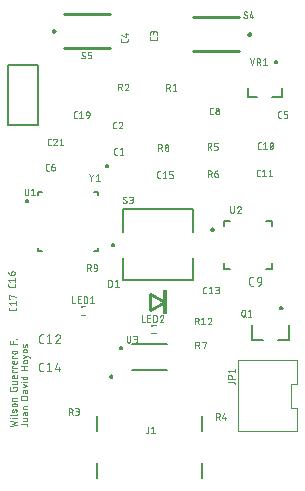
<source format=gto>
G04 EAGLE Gerber RS-274X export*
G75*
%MOMM*%
%FSLAX34Y34*%
%LPD*%
%INSilkscreen Top*%
%IPPOS*%
%AMOC8*
5,1,8,0,0,1.08239X$1,22.5*%
G01*
%ADD10C,0.050800*%
%ADD11C,0.076200*%
%ADD12C,0.254000*%
%ADD13R,0.300000X2.100000*%
%ADD14C,0.200000*%
%ADD15C,0.100000*%
%ADD16C,0.127000*%
%ADD17C,0.101600*%
%ADD18R,0.250000X0.225000*%


D10*
X4858Y47085D02*
X10446Y48327D01*
X6720Y49569D01*
X10446Y50811D01*
X4858Y52052D01*
X6720Y54141D02*
X10446Y54141D01*
X5168Y53986D02*
X4858Y53986D01*
X4858Y54296D01*
X5168Y54296D01*
X5168Y53986D01*
X4858Y56443D02*
X9514Y56443D01*
X9572Y56445D01*
X9631Y56450D01*
X9688Y56459D01*
X9746Y56472D01*
X9802Y56489D01*
X9857Y56508D01*
X9910Y56532D01*
X9963Y56558D01*
X10013Y56588D01*
X10061Y56621D01*
X10107Y56657D01*
X10151Y56695D01*
X10193Y56737D01*
X10231Y56781D01*
X10267Y56827D01*
X10300Y56875D01*
X10330Y56925D01*
X10356Y56978D01*
X10380Y57031D01*
X10399Y57086D01*
X10416Y57142D01*
X10429Y57200D01*
X10438Y57257D01*
X10443Y57316D01*
X10445Y57374D01*
X8273Y59765D02*
X8894Y61318D01*
X8272Y59765D02*
X8250Y59714D01*
X8224Y59665D01*
X8195Y59617D01*
X8162Y59572D01*
X8126Y59529D01*
X8088Y59488D01*
X8046Y59451D01*
X8003Y59416D01*
X7957Y59384D01*
X7908Y59356D01*
X7858Y59331D01*
X7807Y59310D01*
X7754Y59292D01*
X7700Y59278D01*
X7645Y59268D01*
X7589Y59262D01*
X7534Y59259D01*
X7478Y59260D01*
X7422Y59266D01*
X7367Y59275D01*
X7313Y59287D01*
X7259Y59304D01*
X7207Y59324D01*
X7157Y59348D01*
X7108Y59375D01*
X7061Y59406D01*
X7017Y59440D01*
X6975Y59476D01*
X6935Y59516D01*
X6899Y59558D01*
X6865Y59603D01*
X6835Y59650D01*
X6808Y59698D01*
X6784Y59749D01*
X6764Y59801D01*
X6748Y59855D01*
X6735Y59909D01*
X6726Y59964D01*
X6721Y60020D01*
X6720Y60076D01*
X6720Y60075D02*
X6724Y60186D01*
X6730Y60297D01*
X6741Y60407D01*
X6755Y60517D01*
X6772Y60627D01*
X6792Y60736D01*
X6816Y60844D01*
X6844Y60951D01*
X6875Y61058D01*
X6909Y61163D01*
X6946Y61268D01*
X6987Y61371D01*
X7031Y61473D01*
X8894Y61318D02*
X8916Y61369D01*
X8942Y61418D01*
X8971Y61466D01*
X9004Y61511D01*
X9040Y61554D01*
X9078Y61595D01*
X9120Y61632D01*
X9163Y61667D01*
X9209Y61699D01*
X9258Y61727D01*
X9308Y61752D01*
X9359Y61773D01*
X9412Y61791D01*
X9466Y61805D01*
X9521Y61815D01*
X9577Y61821D01*
X9632Y61824D01*
X9688Y61823D01*
X9744Y61817D01*
X9799Y61808D01*
X9853Y61796D01*
X9907Y61779D01*
X9959Y61759D01*
X10009Y61735D01*
X10058Y61708D01*
X10105Y61677D01*
X10149Y61643D01*
X10191Y61607D01*
X10231Y61567D01*
X10267Y61525D01*
X10301Y61480D01*
X10331Y61433D01*
X10358Y61385D01*
X10382Y61334D01*
X10402Y61282D01*
X10418Y61228D01*
X10431Y61174D01*
X10440Y61119D01*
X10445Y61063D01*
X10446Y61007D01*
X10445Y61007D02*
X10442Y60873D01*
X10435Y60739D01*
X10424Y60605D01*
X10411Y60472D01*
X10393Y60339D01*
X10373Y60206D01*
X10349Y60074D01*
X10321Y59943D01*
X10291Y59812D01*
X10257Y59683D01*
X10219Y59554D01*
X10179Y59426D01*
X10135Y59299D01*
X9204Y64055D02*
X7962Y64055D01*
X7962Y64054D02*
X7892Y64056D01*
X7823Y64062D01*
X7754Y64072D01*
X7686Y64085D01*
X7618Y64103D01*
X7552Y64124D01*
X7487Y64149D01*
X7423Y64177D01*
X7361Y64209D01*
X7301Y64244D01*
X7243Y64283D01*
X7188Y64325D01*
X7134Y64370D01*
X7084Y64418D01*
X7036Y64468D01*
X6991Y64522D01*
X6949Y64577D01*
X6910Y64635D01*
X6875Y64695D01*
X6843Y64757D01*
X6815Y64821D01*
X6790Y64886D01*
X6769Y64952D01*
X6751Y65020D01*
X6738Y65088D01*
X6728Y65157D01*
X6722Y65226D01*
X6720Y65296D01*
X6722Y65366D01*
X6728Y65435D01*
X6738Y65504D01*
X6751Y65572D01*
X6769Y65640D01*
X6790Y65706D01*
X6815Y65771D01*
X6843Y65835D01*
X6875Y65897D01*
X6910Y65957D01*
X6949Y66015D01*
X6991Y66070D01*
X7036Y66124D01*
X7084Y66174D01*
X7134Y66222D01*
X7188Y66267D01*
X7243Y66309D01*
X7301Y66348D01*
X7361Y66383D01*
X7423Y66415D01*
X7487Y66443D01*
X7552Y66468D01*
X7618Y66489D01*
X7686Y66507D01*
X7754Y66520D01*
X7823Y66530D01*
X7892Y66536D01*
X7962Y66538D01*
X9204Y66538D01*
X9274Y66536D01*
X9343Y66530D01*
X9412Y66520D01*
X9480Y66507D01*
X9548Y66489D01*
X9614Y66468D01*
X9679Y66443D01*
X9743Y66415D01*
X9805Y66383D01*
X9865Y66348D01*
X9923Y66309D01*
X9978Y66267D01*
X10032Y66222D01*
X10082Y66174D01*
X10130Y66124D01*
X10175Y66070D01*
X10217Y66015D01*
X10256Y65957D01*
X10291Y65897D01*
X10323Y65835D01*
X10351Y65771D01*
X10376Y65706D01*
X10397Y65640D01*
X10415Y65572D01*
X10428Y65504D01*
X10438Y65435D01*
X10444Y65366D01*
X10446Y65296D01*
X10444Y65226D01*
X10438Y65157D01*
X10428Y65088D01*
X10415Y65020D01*
X10397Y64952D01*
X10376Y64886D01*
X10351Y64821D01*
X10323Y64757D01*
X10291Y64695D01*
X10256Y64635D01*
X10217Y64577D01*
X10175Y64522D01*
X10130Y64468D01*
X10082Y64418D01*
X10032Y64370D01*
X9978Y64325D01*
X9923Y64283D01*
X9865Y64244D01*
X9805Y64209D01*
X9743Y64177D01*
X9679Y64149D01*
X9614Y64124D01*
X9548Y64103D01*
X9480Y64085D01*
X9412Y64072D01*
X9343Y64062D01*
X9274Y64056D01*
X9204Y64054D01*
X10446Y68992D02*
X6720Y68992D01*
X6720Y70545D01*
X6721Y70545D02*
X6723Y70603D01*
X6728Y70662D01*
X6737Y70719D01*
X6750Y70777D01*
X6767Y70833D01*
X6786Y70888D01*
X6810Y70941D01*
X6836Y70994D01*
X6866Y71044D01*
X6899Y71092D01*
X6935Y71138D01*
X6973Y71182D01*
X7015Y71224D01*
X7059Y71262D01*
X7105Y71298D01*
X7153Y71331D01*
X7203Y71361D01*
X7256Y71387D01*
X7309Y71411D01*
X7364Y71430D01*
X7420Y71447D01*
X7478Y71460D01*
X7535Y71469D01*
X7594Y71474D01*
X7652Y71476D01*
X10446Y71476D01*
X7341Y79267D02*
X7341Y80199D01*
X10446Y80199D01*
X10446Y78336D01*
X10444Y78266D01*
X10438Y78197D01*
X10428Y78128D01*
X10415Y78060D01*
X10397Y77992D01*
X10376Y77926D01*
X10351Y77861D01*
X10323Y77797D01*
X10291Y77735D01*
X10256Y77675D01*
X10217Y77617D01*
X10175Y77562D01*
X10130Y77508D01*
X10082Y77458D01*
X10032Y77410D01*
X9978Y77365D01*
X9923Y77323D01*
X9865Y77284D01*
X9805Y77249D01*
X9743Y77217D01*
X9679Y77189D01*
X9614Y77164D01*
X9548Y77143D01*
X9480Y77125D01*
X9412Y77112D01*
X9343Y77102D01*
X9274Y77096D01*
X9204Y77094D01*
X6100Y77094D01*
X6030Y77096D01*
X5961Y77102D01*
X5892Y77112D01*
X5824Y77125D01*
X5756Y77143D01*
X5690Y77164D01*
X5625Y77189D01*
X5561Y77217D01*
X5499Y77249D01*
X5439Y77284D01*
X5381Y77323D01*
X5326Y77365D01*
X5272Y77410D01*
X5222Y77458D01*
X5174Y77508D01*
X5129Y77562D01*
X5087Y77617D01*
X5048Y77675D01*
X5013Y77735D01*
X4981Y77797D01*
X4953Y77861D01*
X4928Y77926D01*
X4907Y77992D01*
X4889Y78060D01*
X4876Y78128D01*
X4866Y78197D01*
X4860Y78266D01*
X4858Y78336D01*
X4858Y80199D01*
X6720Y82891D02*
X9514Y82891D01*
X9572Y82893D01*
X9631Y82898D01*
X9688Y82907D01*
X9746Y82920D01*
X9802Y82937D01*
X9857Y82956D01*
X9910Y82980D01*
X9963Y83006D01*
X10013Y83036D01*
X10061Y83069D01*
X10107Y83105D01*
X10151Y83143D01*
X10193Y83185D01*
X10231Y83229D01*
X10267Y83275D01*
X10300Y83323D01*
X10330Y83373D01*
X10356Y83426D01*
X10380Y83479D01*
X10399Y83534D01*
X10416Y83590D01*
X10429Y83648D01*
X10438Y83705D01*
X10443Y83764D01*
X10445Y83822D01*
X10446Y83822D02*
X10446Y85375D01*
X6720Y85375D01*
X10446Y88760D02*
X10446Y90312D01*
X10445Y88760D02*
X10443Y88702D01*
X10438Y88643D01*
X10429Y88586D01*
X10416Y88528D01*
X10399Y88472D01*
X10380Y88417D01*
X10356Y88364D01*
X10330Y88311D01*
X10300Y88261D01*
X10267Y88213D01*
X10231Y88167D01*
X10193Y88123D01*
X10151Y88081D01*
X10107Y88043D01*
X10061Y88007D01*
X10013Y87974D01*
X9963Y87944D01*
X9910Y87918D01*
X9857Y87894D01*
X9802Y87875D01*
X9746Y87858D01*
X9688Y87845D01*
X9631Y87836D01*
X9572Y87831D01*
X9514Y87829D01*
X7962Y87829D01*
X7892Y87831D01*
X7823Y87837D01*
X7754Y87847D01*
X7686Y87860D01*
X7618Y87878D01*
X7552Y87899D01*
X7487Y87924D01*
X7423Y87952D01*
X7361Y87984D01*
X7301Y88019D01*
X7243Y88058D01*
X7188Y88100D01*
X7134Y88145D01*
X7084Y88193D01*
X7036Y88243D01*
X6991Y88297D01*
X6949Y88352D01*
X6910Y88410D01*
X6875Y88470D01*
X6843Y88532D01*
X6815Y88596D01*
X6790Y88661D01*
X6769Y88727D01*
X6751Y88795D01*
X6738Y88863D01*
X6728Y88932D01*
X6722Y89001D01*
X6720Y89071D01*
X6722Y89141D01*
X6728Y89210D01*
X6738Y89279D01*
X6751Y89347D01*
X6769Y89415D01*
X6790Y89481D01*
X6815Y89546D01*
X6843Y89610D01*
X6875Y89672D01*
X6910Y89732D01*
X6949Y89790D01*
X6991Y89845D01*
X7036Y89899D01*
X7084Y89949D01*
X7134Y89997D01*
X7188Y90042D01*
X7243Y90084D01*
X7301Y90123D01*
X7361Y90158D01*
X7423Y90190D01*
X7487Y90218D01*
X7552Y90243D01*
X7618Y90264D01*
X7686Y90282D01*
X7754Y90295D01*
X7823Y90305D01*
X7892Y90311D01*
X7962Y90313D01*
X7962Y90312D02*
X8583Y90312D01*
X8583Y87829D01*
X10446Y92799D02*
X6720Y92799D01*
X6720Y94662D01*
X7341Y94662D01*
X6720Y96639D02*
X10446Y96639D01*
X6720Y96639D02*
X6720Y98502D01*
X7341Y98502D01*
X10446Y101196D02*
X10446Y102748D01*
X10445Y101196D02*
X10443Y101138D01*
X10438Y101079D01*
X10429Y101022D01*
X10416Y100964D01*
X10399Y100908D01*
X10380Y100853D01*
X10356Y100800D01*
X10330Y100747D01*
X10300Y100697D01*
X10267Y100649D01*
X10231Y100603D01*
X10193Y100559D01*
X10151Y100517D01*
X10107Y100479D01*
X10061Y100443D01*
X10013Y100410D01*
X9963Y100380D01*
X9910Y100354D01*
X9857Y100330D01*
X9802Y100311D01*
X9746Y100294D01*
X9688Y100281D01*
X9631Y100272D01*
X9572Y100267D01*
X9514Y100265D01*
X7962Y100265D01*
X7962Y100264D02*
X7892Y100266D01*
X7823Y100272D01*
X7754Y100282D01*
X7686Y100295D01*
X7618Y100313D01*
X7552Y100334D01*
X7487Y100359D01*
X7423Y100387D01*
X7361Y100419D01*
X7301Y100454D01*
X7243Y100493D01*
X7188Y100535D01*
X7134Y100580D01*
X7084Y100628D01*
X7036Y100678D01*
X6991Y100732D01*
X6949Y100787D01*
X6910Y100845D01*
X6875Y100905D01*
X6843Y100967D01*
X6815Y101031D01*
X6790Y101096D01*
X6769Y101162D01*
X6751Y101230D01*
X6738Y101298D01*
X6728Y101367D01*
X6722Y101436D01*
X6720Y101506D01*
X6722Y101576D01*
X6728Y101645D01*
X6738Y101714D01*
X6751Y101782D01*
X6769Y101850D01*
X6790Y101916D01*
X6815Y101981D01*
X6843Y102045D01*
X6875Y102107D01*
X6910Y102167D01*
X6949Y102225D01*
X6991Y102280D01*
X7036Y102334D01*
X7084Y102384D01*
X7134Y102432D01*
X7188Y102477D01*
X7243Y102519D01*
X7301Y102558D01*
X7361Y102593D01*
X7423Y102625D01*
X7487Y102653D01*
X7552Y102678D01*
X7618Y102699D01*
X7686Y102717D01*
X7754Y102730D01*
X7823Y102740D01*
X7892Y102746D01*
X7962Y102748D01*
X8583Y102748D01*
X8583Y100265D01*
X10446Y105235D02*
X6720Y105235D01*
X6720Y107097D01*
X7341Y107097D01*
X7962Y108860D02*
X9204Y108860D01*
X7962Y108860D02*
X7892Y108862D01*
X7823Y108868D01*
X7754Y108878D01*
X7686Y108891D01*
X7618Y108909D01*
X7552Y108930D01*
X7487Y108955D01*
X7423Y108983D01*
X7361Y109015D01*
X7301Y109050D01*
X7243Y109089D01*
X7188Y109131D01*
X7134Y109176D01*
X7084Y109224D01*
X7036Y109274D01*
X6991Y109328D01*
X6949Y109383D01*
X6910Y109441D01*
X6875Y109501D01*
X6843Y109563D01*
X6815Y109627D01*
X6790Y109692D01*
X6769Y109758D01*
X6751Y109826D01*
X6738Y109894D01*
X6728Y109963D01*
X6722Y110032D01*
X6720Y110102D01*
X6722Y110172D01*
X6728Y110241D01*
X6738Y110310D01*
X6751Y110378D01*
X6769Y110446D01*
X6790Y110512D01*
X6815Y110577D01*
X6843Y110641D01*
X6875Y110703D01*
X6910Y110763D01*
X6949Y110821D01*
X6991Y110876D01*
X7036Y110930D01*
X7084Y110980D01*
X7134Y111028D01*
X7188Y111073D01*
X7243Y111115D01*
X7301Y111154D01*
X7361Y111189D01*
X7423Y111221D01*
X7487Y111249D01*
X7552Y111274D01*
X7618Y111295D01*
X7686Y111313D01*
X7754Y111326D01*
X7823Y111336D01*
X7892Y111342D01*
X7962Y111344D01*
X7962Y111343D02*
X9204Y111343D01*
X9204Y111344D02*
X9274Y111342D01*
X9343Y111336D01*
X9412Y111326D01*
X9480Y111313D01*
X9548Y111295D01*
X9614Y111274D01*
X9679Y111249D01*
X9743Y111221D01*
X9805Y111189D01*
X9865Y111154D01*
X9923Y111115D01*
X9978Y111073D01*
X10032Y111028D01*
X10082Y110980D01*
X10130Y110930D01*
X10175Y110876D01*
X10217Y110821D01*
X10256Y110763D01*
X10291Y110703D01*
X10323Y110641D01*
X10351Y110577D01*
X10376Y110512D01*
X10397Y110446D01*
X10415Y110378D01*
X10428Y110310D01*
X10438Y110241D01*
X10444Y110172D01*
X10446Y110102D01*
X10444Y110032D01*
X10438Y109963D01*
X10428Y109894D01*
X10415Y109826D01*
X10397Y109758D01*
X10376Y109692D01*
X10351Y109627D01*
X10323Y109563D01*
X10291Y109501D01*
X10256Y109441D01*
X10217Y109383D01*
X10175Y109328D01*
X10130Y109274D01*
X10082Y109224D01*
X10032Y109176D01*
X9978Y109131D01*
X9923Y109089D01*
X9865Y109050D01*
X9805Y109015D01*
X9743Y108983D01*
X9679Y108955D01*
X9614Y108930D01*
X9548Y108909D01*
X9480Y108891D01*
X9412Y108878D01*
X9343Y108868D01*
X9274Y108862D01*
X9204Y108860D01*
X10446Y116790D02*
X4858Y116790D01*
X4858Y119273D01*
X7341Y119273D02*
X7341Y116790D01*
X10135Y121102D02*
X10446Y121102D01*
X10135Y121102D02*
X10135Y121412D01*
X10446Y121412D01*
X10446Y121102D01*
X14002Y48948D02*
X18348Y48948D01*
X18418Y48946D01*
X18487Y48940D01*
X18556Y48930D01*
X18624Y48917D01*
X18692Y48899D01*
X18758Y48878D01*
X18823Y48853D01*
X18887Y48825D01*
X18949Y48793D01*
X19009Y48758D01*
X19067Y48719D01*
X19122Y48677D01*
X19176Y48632D01*
X19226Y48584D01*
X19274Y48534D01*
X19319Y48480D01*
X19361Y48425D01*
X19400Y48367D01*
X19435Y48307D01*
X19467Y48245D01*
X19495Y48181D01*
X19520Y48116D01*
X19541Y48050D01*
X19559Y47982D01*
X19572Y47914D01*
X19582Y47845D01*
X19588Y47776D01*
X19590Y47706D01*
X19590Y47085D01*
X18658Y51618D02*
X15864Y51618D01*
X18658Y51618D02*
X18716Y51620D01*
X18775Y51625D01*
X18832Y51634D01*
X18890Y51647D01*
X18946Y51664D01*
X19001Y51683D01*
X19054Y51707D01*
X19107Y51733D01*
X19157Y51763D01*
X19205Y51796D01*
X19251Y51832D01*
X19295Y51870D01*
X19337Y51912D01*
X19375Y51956D01*
X19411Y52002D01*
X19444Y52050D01*
X19474Y52100D01*
X19500Y52153D01*
X19524Y52206D01*
X19543Y52261D01*
X19560Y52317D01*
X19573Y52375D01*
X19582Y52432D01*
X19587Y52491D01*
X19589Y52549D01*
X19590Y52549D02*
X19590Y54101D01*
X15864Y54101D01*
X17417Y57613D02*
X17417Y59010D01*
X17416Y57613D02*
X17418Y57549D01*
X17424Y57484D01*
X17433Y57421D01*
X17446Y57358D01*
X17463Y57296D01*
X17484Y57235D01*
X17508Y57175D01*
X17536Y57117D01*
X17567Y57060D01*
X17601Y57006D01*
X17639Y56953D01*
X17680Y56903D01*
X17723Y56856D01*
X17769Y56811D01*
X17818Y56769D01*
X17869Y56730D01*
X17923Y56694D01*
X17978Y56661D01*
X18036Y56632D01*
X18094Y56606D01*
X18155Y56583D01*
X18216Y56564D01*
X18279Y56549D01*
X18343Y56538D01*
X18406Y56530D01*
X18471Y56526D01*
X18535Y56526D01*
X18600Y56530D01*
X18663Y56538D01*
X18727Y56549D01*
X18790Y56564D01*
X18851Y56583D01*
X18912Y56606D01*
X18970Y56632D01*
X19028Y56661D01*
X19083Y56694D01*
X19137Y56730D01*
X19188Y56769D01*
X19237Y56811D01*
X19283Y56856D01*
X19326Y56903D01*
X19367Y56953D01*
X19405Y57006D01*
X19439Y57060D01*
X19470Y57117D01*
X19498Y57175D01*
X19522Y57235D01*
X19543Y57296D01*
X19560Y57358D01*
X19573Y57421D01*
X19582Y57484D01*
X19588Y57549D01*
X19590Y57613D01*
X19590Y59010D01*
X16796Y59010D01*
X16738Y59008D01*
X16679Y59003D01*
X16622Y58994D01*
X16564Y58981D01*
X16508Y58964D01*
X16453Y58945D01*
X16400Y58921D01*
X16347Y58895D01*
X16297Y58865D01*
X16249Y58832D01*
X16203Y58796D01*
X16159Y58758D01*
X16117Y58716D01*
X16079Y58672D01*
X16043Y58626D01*
X16010Y58578D01*
X15980Y58528D01*
X15954Y58475D01*
X15930Y58422D01*
X15911Y58367D01*
X15894Y58311D01*
X15881Y58253D01*
X15872Y58196D01*
X15867Y58137D01*
X15865Y58079D01*
X15864Y58079D02*
X15864Y56837D01*
X15864Y61676D02*
X19590Y61676D01*
X15864Y61676D02*
X15864Y63228D01*
X15865Y63228D02*
X15867Y63286D01*
X15872Y63345D01*
X15881Y63402D01*
X15894Y63460D01*
X15911Y63516D01*
X15930Y63571D01*
X15954Y63624D01*
X15980Y63677D01*
X16010Y63727D01*
X16043Y63775D01*
X16079Y63821D01*
X16117Y63865D01*
X16159Y63907D01*
X16203Y63945D01*
X16249Y63981D01*
X16297Y64014D01*
X16347Y64044D01*
X16400Y64070D01*
X16453Y64094D01*
X16508Y64113D01*
X16564Y64130D01*
X16622Y64143D01*
X16679Y64152D01*
X16738Y64157D01*
X16796Y64159D01*
X19590Y64159D01*
X19590Y69778D02*
X14002Y69778D01*
X14002Y71330D01*
X14004Y71406D01*
X14009Y71482D01*
X14019Y71558D01*
X14032Y71633D01*
X14049Y71707D01*
X14069Y71781D01*
X14093Y71853D01*
X14120Y71924D01*
X14151Y71994D01*
X14185Y72062D01*
X14223Y72128D01*
X14264Y72192D01*
X14307Y72255D01*
X14354Y72315D01*
X14404Y72372D01*
X14457Y72427D01*
X14512Y72480D01*
X14569Y72530D01*
X14629Y72577D01*
X14692Y72620D01*
X14756Y72661D01*
X14822Y72699D01*
X14890Y72733D01*
X14960Y72764D01*
X15031Y72791D01*
X15104Y72815D01*
X15177Y72835D01*
X15251Y72852D01*
X15326Y72865D01*
X15402Y72875D01*
X15478Y72880D01*
X15554Y72882D01*
X18038Y72882D01*
X18114Y72880D01*
X18190Y72875D01*
X18266Y72865D01*
X18341Y72852D01*
X18415Y72835D01*
X18489Y72815D01*
X18561Y72791D01*
X18632Y72764D01*
X18702Y72733D01*
X18770Y72699D01*
X18836Y72661D01*
X18900Y72620D01*
X18963Y72577D01*
X19023Y72530D01*
X19080Y72480D01*
X19135Y72427D01*
X19188Y72372D01*
X19238Y72315D01*
X19285Y72255D01*
X19328Y72192D01*
X19369Y72128D01*
X19407Y72062D01*
X19441Y71994D01*
X19472Y71924D01*
X19499Y71853D01*
X19523Y71781D01*
X19543Y71707D01*
X19560Y71633D01*
X19573Y71558D01*
X19583Y71482D01*
X19588Y71406D01*
X19590Y71330D01*
X19590Y69778D01*
X17417Y76449D02*
X17417Y77846D01*
X17416Y76449D02*
X17418Y76385D01*
X17424Y76320D01*
X17433Y76257D01*
X17446Y76194D01*
X17463Y76132D01*
X17484Y76071D01*
X17508Y76011D01*
X17536Y75953D01*
X17567Y75896D01*
X17601Y75842D01*
X17639Y75789D01*
X17680Y75739D01*
X17723Y75692D01*
X17769Y75647D01*
X17818Y75605D01*
X17869Y75566D01*
X17923Y75530D01*
X17978Y75497D01*
X18036Y75468D01*
X18094Y75442D01*
X18155Y75419D01*
X18216Y75400D01*
X18279Y75385D01*
X18343Y75374D01*
X18406Y75366D01*
X18471Y75362D01*
X18535Y75362D01*
X18600Y75366D01*
X18663Y75374D01*
X18727Y75385D01*
X18790Y75400D01*
X18851Y75419D01*
X18912Y75442D01*
X18970Y75468D01*
X19028Y75497D01*
X19083Y75530D01*
X19137Y75566D01*
X19188Y75605D01*
X19237Y75647D01*
X19283Y75692D01*
X19326Y75739D01*
X19367Y75789D01*
X19405Y75842D01*
X19439Y75896D01*
X19470Y75953D01*
X19498Y76011D01*
X19522Y76071D01*
X19543Y76132D01*
X19560Y76194D01*
X19573Y76257D01*
X19582Y76320D01*
X19588Y76385D01*
X19590Y76449D01*
X19590Y77846D01*
X16796Y77846D01*
X16738Y77844D01*
X16679Y77839D01*
X16622Y77830D01*
X16564Y77817D01*
X16508Y77800D01*
X16453Y77781D01*
X16400Y77757D01*
X16347Y77731D01*
X16297Y77701D01*
X16249Y77668D01*
X16203Y77632D01*
X16159Y77594D01*
X16117Y77552D01*
X16079Y77508D01*
X16043Y77462D01*
X16010Y77414D01*
X15980Y77364D01*
X15954Y77311D01*
X15930Y77258D01*
X15911Y77203D01*
X15894Y77147D01*
X15881Y77089D01*
X15872Y77032D01*
X15867Y76973D01*
X15865Y76915D01*
X15864Y76915D02*
X15864Y75673D01*
X15864Y80147D02*
X19590Y81388D01*
X15864Y82630D01*
X15864Y84680D02*
X19590Y84680D01*
X14312Y84525D02*
X14002Y84525D01*
X14002Y84835D01*
X14312Y84835D01*
X14312Y84525D01*
X14002Y89368D02*
X19590Y89368D01*
X19590Y87815D01*
X19589Y87815D02*
X19587Y87757D01*
X19582Y87698D01*
X19573Y87641D01*
X19560Y87583D01*
X19543Y87527D01*
X19524Y87472D01*
X19500Y87419D01*
X19474Y87366D01*
X19444Y87316D01*
X19411Y87268D01*
X19375Y87222D01*
X19337Y87178D01*
X19295Y87136D01*
X19251Y87098D01*
X19205Y87062D01*
X19157Y87029D01*
X19107Y86999D01*
X19054Y86973D01*
X19001Y86949D01*
X18946Y86930D01*
X18890Y86913D01*
X18832Y86900D01*
X18775Y86891D01*
X18716Y86886D01*
X18658Y86884D01*
X16796Y86884D01*
X16738Y86886D01*
X16679Y86891D01*
X16622Y86900D01*
X16564Y86913D01*
X16508Y86930D01*
X16453Y86949D01*
X16400Y86973D01*
X16347Y86999D01*
X16297Y87029D01*
X16249Y87062D01*
X16203Y87098D01*
X16159Y87136D01*
X16117Y87178D01*
X16079Y87222D01*
X16043Y87268D01*
X16010Y87316D01*
X15980Y87366D01*
X15954Y87419D01*
X15930Y87472D01*
X15911Y87527D01*
X15894Y87583D01*
X15881Y87641D01*
X15872Y87698D01*
X15867Y87757D01*
X15865Y87815D01*
X15864Y87815D02*
X15864Y89368D01*
X14002Y95015D02*
X19590Y95015D01*
X16485Y95015D02*
X16485Y98119D01*
X14002Y98119D02*
X19590Y98119D01*
X18348Y100629D02*
X17106Y100629D01*
X17036Y100631D01*
X16967Y100637D01*
X16898Y100647D01*
X16830Y100660D01*
X16762Y100678D01*
X16696Y100699D01*
X16631Y100724D01*
X16567Y100752D01*
X16505Y100784D01*
X16445Y100819D01*
X16387Y100858D01*
X16332Y100900D01*
X16278Y100945D01*
X16228Y100993D01*
X16180Y101043D01*
X16135Y101097D01*
X16093Y101152D01*
X16054Y101210D01*
X16019Y101270D01*
X15987Y101332D01*
X15959Y101396D01*
X15934Y101461D01*
X15913Y101527D01*
X15895Y101595D01*
X15882Y101663D01*
X15872Y101732D01*
X15866Y101801D01*
X15864Y101871D01*
X15866Y101941D01*
X15872Y102010D01*
X15882Y102079D01*
X15895Y102147D01*
X15913Y102215D01*
X15934Y102281D01*
X15959Y102346D01*
X15987Y102410D01*
X16019Y102472D01*
X16054Y102532D01*
X16093Y102590D01*
X16135Y102645D01*
X16180Y102699D01*
X16228Y102749D01*
X16278Y102797D01*
X16332Y102842D01*
X16387Y102884D01*
X16445Y102923D01*
X16505Y102958D01*
X16567Y102990D01*
X16631Y103018D01*
X16696Y103043D01*
X16762Y103064D01*
X16830Y103082D01*
X16898Y103095D01*
X16967Y103105D01*
X17036Y103111D01*
X17106Y103113D01*
X17106Y103112D02*
X18348Y103112D01*
X18348Y103113D02*
X18418Y103111D01*
X18487Y103105D01*
X18556Y103095D01*
X18624Y103082D01*
X18692Y103064D01*
X18758Y103043D01*
X18823Y103018D01*
X18887Y102990D01*
X18949Y102958D01*
X19009Y102923D01*
X19067Y102884D01*
X19122Y102842D01*
X19176Y102797D01*
X19226Y102749D01*
X19274Y102699D01*
X19319Y102645D01*
X19361Y102590D01*
X19400Y102532D01*
X19435Y102472D01*
X19467Y102410D01*
X19495Y102346D01*
X19520Y102281D01*
X19541Y102215D01*
X19559Y102147D01*
X19572Y102079D01*
X19582Y102010D01*
X19588Y101941D01*
X19590Y101871D01*
X19588Y101801D01*
X19582Y101732D01*
X19572Y101663D01*
X19559Y101595D01*
X19541Y101527D01*
X19520Y101461D01*
X19495Y101396D01*
X19467Y101332D01*
X19435Y101270D01*
X19400Y101210D01*
X19361Y101152D01*
X19319Y101097D01*
X19274Y101043D01*
X19226Y100993D01*
X19176Y100945D01*
X19122Y100900D01*
X19067Y100858D01*
X19009Y100819D01*
X18949Y100784D01*
X18887Y100752D01*
X18823Y100724D01*
X18758Y100699D01*
X18692Y100678D01*
X18624Y100660D01*
X18556Y100647D01*
X18487Y100637D01*
X18418Y100631D01*
X18348Y100629D01*
X21452Y105201D02*
X21452Y105822D01*
X15864Y107684D01*
X15864Y105201D02*
X19590Y106443D01*
X18348Y109773D02*
X17106Y109773D01*
X17036Y109775D01*
X16967Y109781D01*
X16898Y109791D01*
X16830Y109804D01*
X16762Y109822D01*
X16696Y109843D01*
X16631Y109868D01*
X16567Y109896D01*
X16505Y109928D01*
X16445Y109963D01*
X16387Y110002D01*
X16332Y110044D01*
X16278Y110089D01*
X16228Y110137D01*
X16180Y110187D01*
X16135Y110241D01*
X16093Y110296D01*
X16054Y110354D01*
X16019Y110414D01*
X15987Y110476D01*
X15959Y110540D01*
X15934Y110605D01*
X15913Y110671D01*
X15895Y110739D01*
X15882Y110807D01*
X15872Y110876D01*
X15866Y110945D01*
X15864Y111015D01*
X15866Y111085D01*
X15872Y111154D01*
X15882Y111223D01*
X15895Y111291D01*
X15913Y111359D01*
X15934Y111425D01*
X15959Y111490D01*
X15987Y111554D01*
X16019Y111616D01*
X16054Y111676D01*
X16093Y111734D01*
X16135Y111789D01*
X16180Y111843D01*
X16228Y111893D01*
X16278Y111941D01*
X16332Y111986D01*
X16387Y112028D01*
X16445Y112067D01*
X16505Y112102D01*
X16567Y112134D01*
X16631Y112162D01*
X16696Y112187D01*
X16762Y112208D01*
X16830Y112226D01*
X16898Y112239D01*
X16967Y112249D01*
X17036Y112255D01*
X17106Y112257D01*
X17106Y112256D02*
X18348Y112256D01*
X18348Y112257D02*
X18418Y112255D01*
X18487Y112249D01*
X18556Y112239D01*
X18624Y112226D01*
X18692Y112208D01*
X18758Y112187D01*
X18823Y112162D01*
X18887Y112134D01*
X18949Y112102D01*
X19009Y112067D01*
X19067Y112028D01*
X19122Y111986D01*
X19176Y111941D01*
X19226Y111893D01*
X19274Y111843D01*
X19319Y111789D01*
X19361Y111734D01*
X19400Y111676D01*
X19435Y111616D01*
X19467Y111554D01*
X19495Y111490D01*
X19520Y111425D01*
X19541Y111359D01*
X19559Y111291D01*
X19572Y111223D01*
X19582Y111154D01*
X19588Y111085D01*
X19590Y111015D01*
X19588Y110945D01*
X19582Y110876D01*
X19572Y110807D01*
X19559Y110739D01*
X19541Y110671D01*
X19520Y110605D01*
X19495Y110540D01*
X19467Y110476D01*
X19435Y110414D01*
X19400Y110354D01*
X19361Y110296D01*
X19319Y110241D01*
X19274Y110187D01*
X19226Y110137D01*
X19176Y110089D01*
X19122Y110044D01*
X19067Y110002D01*
X19009Y109963D01*
X18949Y109928D01*
X18887Y109896D01*
X18823Y109868D01*
X18758Y109843D01*
X18692Y109822D01*
X18624Y109804D01*
X18556Y109791D01*
X18487Y109781D01*
X18418Y109775D01*
X18348Y109773D01*
X17417Y114993D02*
X18038Y116546D01*
X17416Y114993D02*
X17394Y114942D01*
X17368Y114893D01*
X17339Y114845D01*
X17306Y114800D01*
X17270Y114757D01*
X17232Y114716D01*
X17190Y114679D01*
X17147Y114644D01*
X17101Y114612D01*
X17052Y114584D01*
X17002Y114559D01*
X16951Y114538D01*
X16898Y114520D01*
X16844Y114506D01*
X16789Y114496D01*
X16733Y114490D01*
X16678Y114487D01*
X16622Y114488D01*
X16566Y114494D01*
X16511Y114503D01*
X16457Y114515D01*
X16403Y114532D01*
X16351Y114552D01*
X16301Y114576D01*
X16252Y114603D01*
X16205Y114634D01*
X16161Y114668D01*
X16119Y114704D01*
X16079Y114744D01*
X16043Y114786D01*
X16009Y114831D01*
X15979Y114878D01*
X15952Y114926D01*
X15928Y114977D01*
X15908Y115029D01*
X15892Y115083D01*
X15879Y115137D01*
X15870Y115192D01*
X15865Y115248D01*
X15864Y115304D01*
X15864Y115303D02*
X15868Y115414D01*
X15874Y115525D01*
X15885Y115635D01*
X15899Y115745D01*
X15916Y115855D01*
X15936Y115964D01*
X15960Y116072D01*
X15988Y116179D01*
X16019Y116286D01*
X16053Y116391D01*
X16090Y116496D01*
X16131Y116599D01*
X16175Y116701D01*
X18038Y116546D02*
X18060Y116597D01*
X18086Y116646D01*
X18115Y116694D01*
X18148Y116739D01*
X18184Y116782D01*
X18222Y116823D01*
X18264Y116860D01*
X18307Y116895D01*
X18353Y116927D01*
X18402Y116955D01*
X18452Y116980D01*
X18503Y117001D01*
X18556Y117019D01*
X18610Y117033D01*
X18665Y117043D01*
X18721Y117049D01*
X18776Y117052D01*
X18832Y117051D01*
X18888Y117045D01*
X18943Y117036D01*
X18997Y117024D01*
X19051Y117007D01*
X19103Y116987D01*
X19153Y116963D01*
X19202Y116936D01*
X19249Y116905D01*
X19293Y116871D01*
X19335Y116835D01*
X19375Y116795D01*
X19411Y116753D01*
X19445Y116708D01*
X19475Y116661D01*
X19502Y116613D01*
X19526Y116562D01*
X19546Y116510D01*
X19562Y116456D01*
X19575Y116402D01*
X19584Y116347D01*
X19589Y116291D01*
X19590Y116235D01*
X19589Y116235D02*
X19586Y116101D01*
X19579Y115967D01*
X19568Y115833D01*
X19555Y115700D01*
X19537Y115567D01*
X19517Y115434D01*
X19493Y115302D01*
X19465Y115171D01*
X19435Y115040D01*
X19401Y114911D01*
X19363Y114782D01*
X19323Y114654D01*
X19279Y114527D01*
X94365Y277273D02*
X95606Y277273D01*
X94365Y277273D02*
X94295Y277275D01*
X94226Y277281D01*
X94157Y277291D01*
X94089Y277304D01*
X94021Y277322D01*
X93955Y277343D01*
X93890Y277368D01*
X93826Y277396D01*
X93764Y277428D01*
X93704Y277463D01*
X93646Y277502D01*
X93591Y277544D01*
X93537Y277589D01*
X93487Y277637D01*
X93439Y277687D01*
X93394Y277741D01*
X93352Y277796D01*
X93313Y277854D01*
X93278Y277914D01*
X93246Y277976D01*
X93218Y278040D01*
X93193Y278105D01*
X93172Y278171D01*
X93154Y278239D01*
X93141Y278307D01*
X93131Y278376D01*
X93125Y278445D01*
X93123Y278515D01*
X93123Y281619D01*
X93125Y281689D01*
X93131Y281758D01*
X93141Y281827D01*
X93154Y281895D01*
X93172Y281963D01*
X93193Y282029D01*
X93218Y282094D01*
X93246Y282158D01*
X93278Y282220D01*
X93313Y282280D01*
X93352Y282338D01*
X93394Y282393D01*
X93439Y282447D01*
X93487Y282497D01*
X93537Y282545D01*
X93591Y282590D01*
X93646Y282632D01*
X93704Y282671D01*
X93764Y282706D01*
X93826Y282738D01*
X93890Y282766D01*
X93955Y282791D01*
X94021Y282812D01*
X94089Y282830D01*
X94157Y282843D01*
X94226Y282853D01*
X94295Y282859D01*
X94365Y282861D01*
X95606Y282861D01*
X97711Y281619D02*
X99263Y282861D01*
X99263Y277273D01*
X97711Y277273D02*
X100815Y277273D01*
X215808Y282035D02*
X217050Y282035D01*
X215808Y282035D02*
X215738Y282037D01*
X215669Y282043D01*
X215600Y282053D01*
X215532Y282066D01*
X215464Y282084D01*
X215398Y282105D01*
X215333Y282130D01*
X215269Y282158D01*
X215207Y282190D01*
X215147Y282225D01*
X215089Y282264D01*
X215034Y282306D01*
X214980Y282351D01*
X214930Y282399D01*
X214882Y282449D01*
X214837Y282503D01*
X214795Y282558D01*
X214756Y282616D01*
X214721Y282676D01*
X214689Y282738D01*
X214661Y282802D01*
X214636Y282867D01*
X214615Y282933D01*
X214597Y283001D01*
X214584Y283069D01*
X214574Y283138D01*
X214568Y283207D01*
X214566Y283277D01*
X214567Y283277D02*
X214567Y286381D01*
X214566Y286381D02*
X214568Y286451D01*
X214574Y286520D01*
X214584Y286589D01*
X214597Y286657D01*
X214615Y286725D01*
X214636Y286791D01*
X214661Y286856D01*
X214689Y286920D01*
X214721Y286982D01*
X214756Y287042D01*
X214795Y287100D01*
X214837Y287155D01*
X214882Y287209D01*
X214930Y287259D01*
X214980Y287307D01*
X215034Y287352D01*
X215089Y287394D01*
X215147Y287433D01*
X215207Y287468D01*
X215269Y287500D01*
X215333Y287528D01*
X215398Y287553D01*
X215464Y287574D01*
X215532Y287592D01*
X215600Y287605D01*
X215669Y287615D01*
X215738Y287621D01*
X215808Y287623D01*
X217050Y287623D01*
X219155Y286381D02*
X220707Y287623D01*
X220707Y282035D01*
X219155Y282035D02*
X222259Y282035D01*
X224641Y284829D02*
X224643Y284960D01*
X224648Y285090D01*
X224658Y285220D01*
X224671Y285350D01*
X224687Y285480D01*
X224707Y285609D01*
X224731Y285737D01*
X224759Y285864D01*
X224790Y285991D01*
X224825Y286117D01*
X224863Y286242D01*
X224905Y286366D01*
X224950Y286488D01*
X224999Y286609D01*
X225051Y286729D01*
X225107Y286847D01*
X225106Y286848D02*
X225129Y286908D01*
X225155Y286968D01*
X225184Y287025D01*
X225217Y287081D01*
X225253Y287135D01*
X225291Y287187D01*
X225333Y287237D01*
X225377Y287284D01*
X225424Y287329D01*
X225474Y287371D01*
X225525Y287410D01*
X225579Y287446D01*
X225635Y287479D01*
X225692Y287509D01*
X225751Y287536D01*
X225812Y287559D01*
X225873Y287579D01*
X225936Y287595D01*
X226000Y287608D01*
X226064Y287617D01*
X226128Y287622D01*
X226193Y287624D01*
X226258Y287622D01*
X226322Y287617D01*
X226386Y287608D01*
X226450Y287595D01*
X226513Y287579D01*
X226574Y287559D01*
X226635Y287536D01*
X226694Y287509D01*
X226751Y287479D01*
X226807Y287446D01*
X226861Y287410D01*
X226912Y287371D01*
X226962Y287329D01*
X227009Y287284D01*
X227053Y287237D01*
X227095Y287187D01*
X227133Y287135D01*
X227169Y287081D01*
X227202Y287025D01*
X227231Y286968D01*
X227257Y286908D01*
X227280Y286848D01*
X227280Y286847D02*
X227336Y286729D01*
X227388Y286609D01*
X227437Y286488D01*
X227482Y286366D01*
X227524Y286242D01*
X227562Y286117D01*
X227597Y285991D01*
X227628Y285865D01*
X227656Y285737D01*
X227680Y285609D01*
X227700Y285480D01*
X227716Y285350D01*
X227729Y285220D01*
X227739Y285090D01*
X227744Y284960D01*
X227746Y284829D01*
X224641Y284829D02*
X224643Y284698D01*
X224648Y284568D01*
X224658Y284438D01*
X224671Y284308D01*
X224687Y284178D01*
X224707Y284049D01*
X224731Y283921D01*
X224759Y283794D01*
X224790Y283667D01*
X224825Y283541D01*
X224863Y283416D01*
X224905Y283292D01*
X224950Y283170D01*
X224999Y283049D01*
X225051Y282929D01*
X225107Y282811D01*
X225106Y282811D02*
X225129Y282751D01*
X225155Y282691D01*
X225184Y282634D01*
X225217Y282578D01*
X225253Y282524D01*
X225291Y282472D01*
X225333Y282422D01*
X225377Y282375D01*
X225424Y282330D01*
X225474Y282288D01*
X225525Y282249D01*
X225579Y282213D01*
X225635Y282180D01*
X225692Y282150D01*
X225751Y282123D01*
X225812Y282100D01*
X225873Y282080D01*
X225936Y282064D01*
X226000Y282051D01*
X226064Y282042D01*
X226128Y282037D01*
X226193Y282035D01*
X227280Y282811D02*
X227336Y282929D01*
X227388Y283049D01*
X227437Y283170D01*
X227482Y283292D01*
X227524Y283416D01*
X227562Y283541D01*
X227597Y283667D01*
X227628Y283793D01*
X227656Y283921D01*
X227680Y284049D01*
X227700Y284178D01*
X227716Y284308D01*
X227729Y284438D01*
X227739Y284568D01*
X227744Y284698D01*
X227746Y284829D01*
X227280Y282811D02*
X227257Y282751D01*
X227231Y282691D01*
X227202Y282634D01*
X227169Y282578D01*
X227133Y282524D01*
X227095Y282472D01*
X227053Y282422D01*
X227009Y282375D01*
X226962Y282330D01*
X226912Y282288D01*
X226861Y282249D01*
X226807Y282213D01*
X226751Y282180D01*
X226694Y282150D01*
X226635Y282123D01*
X226574Y282100D01*
X226513Y282080D01*
X226450Y282064D01*
X226386Y282051D01*
X226322Y282042D01*
X226258Y282037D01*
X226193Y282035D01*
X224952Y283277D02*
X227435Y286381D01*
X216256Y259017D02*
X215015Y259017D01*
X215015Y259016D02*
X214945Y259018D01*
X214876Y259024D01*
X214807Y259034D01*
X214739Y259047D01*
X214671Y259065D01*
X214605Y259086D01*
X214540Y259111D01*
X214476Y259139D01*
X214414Y259171D01*
X214354Y259206D01*
X214296Y259245D01*
X214241Y259287D01*
X214187Y259332D01*
X214137Y259380D01*
X214089Y259430D01*
X214044Y259484D01*
X214002Y259539D01*
X213963Y259597D01*
X213928Y259657D01*
X213896Y259719D01*
X213868Y259783D01*
X213843Y259848D01*
X213822Y259914D01*
X213804Y259982D01*
X213791Y260050D01*
X213781Y260119D01*
X213775Y260188D01*
X213773Y260258D01*
X213773Y263363D01*
X213775Y263433D01*
X213781Y263502D01*
X213791Y263571D01*
X213804Y263639D01*
X213822Y263707D01*
X213843Y263773D01*
X213868Y263838D01*
X213896Y263902D01*
X213928Y263964D01*
X213963Y264024D01*
X214002Y264082D01*
X214044Y264137D01*
X214089Y264191D01*
X214137Y264241D01*
X214187Y264289D01*
X214241Y264334D01*
X214296Y264376D01*
X214354Y264415D01*
X214414Y264450D01*
X214476Y264482D01*
X214540Y264510D01*
X214605Y264535D01*
X214671Y264556D01*
X214739Y264574D01*
X214807Y264587D01*
X214876Y264597D01*
X214945Y264603D01*
X215015Y264605D01*
X216256Y264605D01*
X218361Y263363D02*
X219913Y264605D01*
X219913Y259017D01*
X218361Y259017D02*
X221465Y259017D01*
X223847Y263363D02*
X225400Y264605D01*
X225400Y259017D01*
X226952Y259017D02*
X223847Y259017D01*
D11*
X32991Y117666D02*
X31354Y117666D01*
X31354Y117665D02*
X31276Y117667D01*
X31198Y117672D01*
X31121Y117682D01*
X31044Y117695D01*
X30968Y117711D01*
X30893Y117731D01*
X30819Y117755D01*
X30746Y117782D01*
X30674Y117813D01*
X30604Y117847D01*
X30535Y117884D01*
X30469Y117925D01*
X30404Y117969D01*
X30342Y118015D01*
X30282Y118065D01*
X30224Y118117D01*
X30169Y118172D01*
X30117Y118230D01*
X30067Y118290D01*
X30021Y118352D01*
X29977Y118417D01*
X29936Y118484D01*
X29899Y118552D01*
X29865Y118622D01*
X29834Y118694D01*
X29807Y118767D01*
X29783Y118841D01*
X29763Y118916D01*
X29747Y118992D01*
X29734Y119069D01*
X29724Y119146D01*
X29719Y119224D01*
X29717Y119302D01*
X29718Y119302D02*
X29718Y123395D01*
X29717Y123395D02*
X29719Y123475D01*
X29725Y123555D01*
X29735Y123635D01*
X29748Y123714D01*
X29766Y123793D01*
X29787Y123870D01*
X29813Y123946D01*
X29842Y124021D01*
X29874Y124095D01*
X29910Y124167D01*
X29950Y124237D01*
X29993Y124304D01*
X30039Y124370D01*
X30089Y124433D01*
X30141Y124494D01*
X30196Y124553D01*
X30255Y124608D01*
X30315Y124660D01*
X30379Y124710D01*
X30445Y124756D01*
X30512Y124799D01*
X30582Y124839D01*
X30654Y124875D01*
X30728Y124907D01*
X30802Y124936D01*
X30879Y124962D01*
X30956Y124983D01*
X31035Y125001D01*
X31114Y125014D01*
X31194Y125024D01*
X31274Y125030D01*
X31354Y125032D01*
X32991Y125032D01*
X35837Y123395D02*
X37883Y125032D01*
X37883Y117666D01*
X35837Y117666D02*
X39929Y117666D01*
X47245Y123190D02*
X47243Y123275D01*
X47237Y123360D01*
X47227Y123444D01*
X47214Y123528D01*
X47196Y123612D01*
X47175Y123694D01*
X47150Y123775D01*
X47121Y123855D01*
X47088Y123934D01*
X47052Y124011D01*
X47012Y124086D01*
X46969Y124160D01*
X46923Y124231D01*
X46873Y124300D01*
X46820Y124367D01*
X46764Y124431D01*
X46705Y124492D01*
X46644Y124551D01*
X46580Y124607D01*
X46513Y124660D01*
X46444Y124710D01*
X46373Y124756D01*
X46299Y124799D01*
X46224Y124839D01*
X46147Y124875D01*
X46068Y124908D01*
X45988Y124937D01*
X45907Y124962D01*
X45825Y124983D01*
X45741Y125001D01*
X45657Y125014D01*
X45573Y125024D01*
X45488Y125030D01*
X45403Y125032D01*
X45307Y125030D01*
X45211Y125024D01*
X45116Y125014D01*
X45021Y125001D01*
X44926Y124983D01*
X44833Y124962D01*
X44740Y124937D01*
X44649Y124908D01*
X44558Y124876D01*
X44469Y124840D01*
X44382Y124800D01*
X44296Y124757D01*
X44212Y124711D01*
X44130Y124661D01*
X44050Y124607D01*
X43973Y124551D01*
X43898Y124491D01*
X43825Y124429D01*
X43755Y124363D01*
X43687Y124295D01*
X43622Y124224D01*
X43561Y124151D01*
X43502Y124075D01*
X43446Y123996D01*
X43394Y123916D01*
X43345Y123833D01*
X43299Y123749D01*
X43257Y123663D01*
X43219Y123575D01*
X43184Y123486D01*
X43152Y123395D01*
X46630Y121758D02*
X46690Y121817D01*
X46747Y121879D01*
X46802Y121943D01*
X46853Y122010D01*
X46902Y122079D01*
X46948Y122149D01*
X46991Y122222D01*
X47031Y122296D01*
X47067Y122372D01*
X47100Y122450D01*
X47130Y122529D01*
X47157Y122609D01*
X47180Y122690D01*
X47199Y122772D01*
X47215Y122854D01*
X47228Y122938D01*
X47237Y123022D01*
X47242Y123106D01*
X47244Y123190D01*
X46630Y121758D02*
X43152Y117666D01*
X47244Y117666D01*
D10*
X169771Y159798D02*
X171013Y159798D01*
X169771Y159798D02*
X169701Y159800D01*
X169632Y159806D01*
X169563Y159816D01*
X169495Y159829D01*
X169427Y159847D01*
X169361Y159868D01*
X169296Y159893D01*
X169232Y159921D01*
X169170Y159953D01*
X169110Y159988D01*
X169052Y160027D01*
X168997Y160069D01*
X168943Y160114D01*
X168893Y160162D01*
X168845Y160212D01*
X168800Y160266D01*
X168758Y160321D01*
X168719Y160379D01*
X168684Y160439D01*
X168652Y160501D01*
X168624Y160565D01*
X168599Y160630D01*
X168578Y160696D01*
X168560Y160764D01*
X168547Y160832D01*
X168537Y160901D01*
X168531Y160970D01*
X168529Y161040D01*
X168529Y164144D01*
X168531Y164214D01*
X168537Y164283D01*
X168547Y164352D01*
X168560Y164420D01*
X168578Y164488D01*
X168599Y164554D01*
X168624Y164619D01*
X168652Y164683D01*
X168684Y164745D01*
X168719Y164805D01*
X168758Y164863D01*
X168800Y164918D01*
X168845Y164972D01*
X168893Y165022D01*
X168943Y165070D01*
X168997Y165115D01*
X169052Y165157D01*
X169110Y165196D01*
X169170Y165231D01*
X169232Y165263D01*
X169296Y165291D01*
X169361Y165316D01*
X169427Y165337D01*
X169495Y165355D01*
X169563Y165368D01*
X169632Y165378D01*
X169701Y165384D01*
X169771Y165386D01*
X171013Y165386D01*
X173117Y164144D02*
X174669Y165386D01*
X174669Y159798D01*
X173117Y159798D02*
X176222Y159798D01*
X178604Y159798D02*
X180156Y159798D01*
X180233Y159800D01*
X180311Y159806D01*
X180387Y159815D01*
X180464Y159829D01*
X180539Y159846D01*
X180613Y159867D01*
X180687Y159892D01*
X180759Y159920D01*
X180829Y159952D01*
X180898Y159987D01*
X180965Y160026D01*
X181030Y160068D01*
X181093Y160113D01*
X181154Y160161D01*
X181212Y160212D01*
X181267Y160266D01*
X181320Y160323D01*
X181369Y160382D01*
X181416Y160444D01*
X181460Y160508D01*
X181500Y160574D01*
X181537Y160642D01*
X181571Y160712D01*
X181601Y160783D01*
X181627Y160856D01*
X181650Y160930D01*
X181669Y161005D01*
X181684Y161080D01*
X181696Y161157D01*
X181704Y161234D01*
X181708Y161311D01*
X181708Y161389D01*
X181704Y161466D01*
X181696Y161543D01*
X181684Y161620D01*
X181669Y161695D01*
X181650Y161770D01*
X181627Y161844D01*
X181601Y161917D01*
X181571Y161988D01*
X181537Y162058D01*
X181500Y162126D01*
X181460Y162192D01*
X181416Y162256D01*
X181369Y162318D01*
X181320Y162377D01*
X181267Y162434D01*
X181212Y162488D01*
X181154Y162539D01*
X181093Y162587D01*
X181030Y162632D01*
X180965Y162674D01*
X180898Y162713D01*
X180829Y162748D01*
X180759Y162780D01*
X180687Y162808D01*
X180613Y162833D01*
X180539Y162854D01*
X180464Y162871D01*
X180387Y162885D01*
X180311Y162894D01*
X180233Y162900D01*
X180156Y162902D01*
X180466Y165386D02*
X178604Y165386D01*
X180466Y165386D02*
X180536Y165384D01*
X180605Y165378D01*
X180674Y165368D01*
X180742Y165355D01*
X180810Y165337D01*
X180876Y165316D01*
X180941Y165291D01*
X181005Y165263D01*
X181067Y165231D01*
X181127Y165196D01*
X181185Y165157D01*
X181240Y165115D01*
X181294Y165070D01*
X181344Y165022D01*
X181392Y164972D01*
X181437Y164918D01*
X181479Y164863D01*
X181518Y164805D01*
X181553Y164745D01*
X181585Y164683D01*
X181613Y164619D01*
X181638Y164554D01*
X181659Y164488D01*
X181677Y164420D01*
X181690Y164352D01*
X181700Y164283D01*
X181706Y164214D01*
X181708Y164144D01*
X181706Y164074D01*
X181700Y164005D01*
X181690Y163936D01*
X181677Y163868D01*
X181659Y163800D01*
X181638Y163734D01*
X181613Y163669D01*
X181585Y163605D01*
X181553Y163543D01*
X181518Y163483D01*
X181479Y163425D01*
X181437Y163370D01*
X181392Y163316D01*
X181344Y163266D01*
X181294Y163218D01*
X181240Y163173D01*
X181185Y163131D01*
X181127Y163092D01*
X181067Y163057D01*
X181005Y163025D01*
X180941Y162997D01*
X180876Y162972D01*
X180810Y162951D01*
X180742Y162933D01*
X180674Y162920D01*
X180605Y162910D01*
X180536Y162904D01*
X180466Y162902D01*
X179224Y162902D01*
D11*
X32991Y93853D02*
X31354Y93853D01*
X31276Y93855D01*
X31198Y93860D01*
X31121Y93870D01*
X31044Y93883D01*
X30968Y93899D01*
X30893Y93919D01*
X30819Y93943D01*
X30746Y93970D01*
X30674Y94001D01*
X30604Y94035D01*
X30535Y94072D01*
X30469Y94113D01*
X30404Y94157D01*
X30342Y94203D01*
X30282Y94253D01*
X30224Y94305D01*
X30169Y94360D01*
X30117Y94418D01*
X30067Y94478D01*
X30021Y94540D01*
X29977Y94605D01*
X29936Y94672D01*
X29899Y94740D01*
X29865Y94810D01*
X29834Y94882D01*
X29807Y94955D01*
X29783Y95029D01*
X29763Y95104D01*
X29747Y95180D01*
X29734Y95257D01*
X29724Y95334D01*
X29719Y95412D01*
X29717Y95490D01*
X29718Y95490D02*
X29718Y99582D01*
X29717Y99582D02*
X29719Y99662D01*
X29725Y99742D01*
X29735Y99822D01*
X29748Y99901D01*
X29766Y99980D01*
X29787Y100057D01*
X29813Y100133D01*
X29842Y100208D01*
X29874Y100282D01*
X29910Y100354D01*
X29950Y100424D01*
X29993Y100491D01*
X30039Y100557D01*
X30089Y100620D01*
X30141Y100681D01*
X30196Y100740D01*
X30255Y100795D01*
X30315Y100847D01*
X30379Y100897D01*
X30445Y100943D01*
X30512Y100986D01*
X30582Y101026D01*
X30654Y101062D01*
X30728Y101094D01*
X30802Y101123D01*
X30879Y101149D01*
X30956Y101170D01*
X31035Y101188D01*
X31114Y101201D01*
X31194Y101211D01*
X31274Y101217D01*
X31354Y101219D01*
X32991Y101219D01*
X35837Y99582D02*
X37883Y101219D01*
X37883Y93853D01*
X35837Y93853D02*
X39929Y93853D01*
X43152Y95490D02*
X44789Y101219D01*
X43152Y95490D02*
X47244Y95490D01*
X46016Y97127D02*
X46016Y93853D01*
D10*
X130877Y257429D02*
X132119Y257429D01*
X130877Y257429D02*
X130807Y257431D01*
X130738Y257437D01*
X130669Y257447D01*
X130601Y257460D01*
X130533Y257478D01*
X130467Y257499D01*
X130402Y257524D01*
X130338Y257552D01*
X130276Y257584D01*
X130216Y257619D01*
X130158Y257658D01*
X130103Y257700D01*
X130049Y257745D01*
X129999Y257793D01*
X129951Y257843D01*
X129906Y257897D01*
X129864Y257952D01*
X129825Y258010D01*
X129790Y258070D01*
X129758Y258132D01*
X129730Y258196D01*
X129705Y258261D01*
X129684Y258327D01*
X129666Y258395D01*
X129653Y258463D01*
X129643Y258532D01*
X129637Y258601D01*
X129635Y258671D01*
X129635Y261775D01*
X129637Y261845D01*
X129643Y261914D01*
X129653Y261983D01*
X129666Y262051D01*
X129684Y262119D01*
X129705Y262185D01*
X129730Y262250D01*
X129758Y262314D01*
X129790Y262376D01*
X129825Y262436D01*
X129864Y262494D01*
X129906Y262549D01*
X129951Y262603D01*
X129999Y262653D01*
X130049Y262701D01*
X130103Y262746D01*
X130158Y262788D01*
X130216Y262827D01*
X130276Y262862D01*
X130338Y262894D01*
X130402Y262922D01*
X130467Y262947D01*
X130533Y262968D01*
X130601Y262986D01*
X130669Y262999D01*
X130738Y263009D01*
X130807Y263015D01*
X130877Y263017D01*
X132119Y263017D01*
X134223Y261775D02*
X135776Y263017D01*
X135776Y257429D01*
X137328Y257429D02*
X134223Y257429D01*
X139710Y257429D02*
X141573Y257429D01*
X141643Y257431D01*
X141712Y257437D01*
X141781Y257447D01*
X141849Y257460D01*
X141917Y257478D01*
X141983Y257499D01*
X142048Y257524D01*
X142112Y257552D01*
X142174Y257584D01*
X142234Y257619D01*
X142292Y257658D01*
X142347Y257700D01*
X142401Y257745D01*
X142451Y257793D01*
X142499Y257843D01*
X142544Y257897D01*
X142586Y257952D01*
X142625Y258010D01*
X142660Y258070D01*
X142692Y258132D01*
X142720Y258196D01*
X142745Y258261D01*
X142766Y258327D01*
X142784Y258395D01*
X142797Y258463D01*
X142807Y258532D01*
X142813Y258601D01*
X142815Y258671D01*
X142814Y258671D02*
X142814Y259292D01*
X142815Y259292D02*
X142813Y259362D01*
X142807Y259431D01*
X142797Y259500D01*
X142784Y259568D01*
X142766Y259636D01*
X142745Y259702D01*
X142720Y259767D01*
X142692Y259831D01*
X142660Y259893D01*
X142625Y259953D01*
X142586Y260011D01*
X142544Y260066D01*
X142499Y260120D01*
X142451Y260170D01*
X142401Y260218D01*
X142347Y260263D01*
X142292Y260305D01*
X142234Y260344D01*
X142174Y260379D01*
X142112Y260411D01*
X142048Y260439D01*
X141983Y260464D01*
X141917Y260485D01*
X141849Y260503D01*
X141781Y260516D01*
X141712Y260526D01*
X141643Y260532D01*
X141573Y260534D01*
X141573Y260533D02*
X139710Y260533D01*
X139710Y263017D01*
X142814Y263017D01*
X9017Y167644D02*
X9017Y166402D01*
X9015Y166332D01*
X9009Y166263D01*
X8999Y166194D01*
X8986Y166126D01*
X8968Y166058D01*
X8947Y165992D01*
X8922Y165927D01*
X8894Y165863D01*
X8862Y165801D01*
X8827Y165741D01*
X8788Y165683D01*
X8746Y165628D01*
X8701Y165574D01*
X8653Y165524D01*
X8603Y165476D01*
X8549Y165431D01*
X8494Y165389D01*
X8436Y165350D01*
X8376Y165315D01*
X8314Y165283D01*
X8250Y165255D01*
X8185Y165230D01*
X8119Y165209D01*
X8051Y165191D01*
X7983Y165178D01*
X7914Y165168D01*
X7845Y165162D01*
X7775Y165160D01*
X7775Y165161D02*
X4671Y165161D01*
X4601Y165163D01*
X4532Y165169D01*
X4463Y165179D01*
X4395Y165192D01*
X4327Y165210D01*
X4261Y165231D01*
X4196Y165256D01*
X4132Y165284D01*
X4070Y165316D01*
X4010Y165351D01*
X3952Y165390D01*
X3897Y165432D01*
X3843Y165477D01*
X3793Y165525D01*
X3745Y165575D01*
X3700Y165629D01*
X3658Y165684D01*
X3619Y165742D01*
X3584Y165802D01*
X3552Y165864D01*
X3524Y165928D01*
X3499Y165993D01*
X3478Y166059D01*
X3460Y166127D01*
X3447Y166195D01*
X3437Y166264D01*
X3431Y166333D01*
X3429Y166403D01*
X3429Y166402D02*
X3429Y167644D01*
X4671Y169749D02*
X3429Y171301D01*
X9017Y171301D01*
X9017Y169749D02*
X9017Y172853D01*
X5913Y175235D02*
X5913Y177098D01*
X5912Y177098D02*
X5914Y177168D01*
X5920Y177237D01*
X5930Y177306D01*
X5943Y177374D01*
X5961Y177442D01*
X5982Y177508D01*
X6007Y177573D01*
X6035Y177637D01*
X6067Y177699D01*
X6102Y177759D01*
X6141Y177817D01*
X6183Y177872D01*
X6228Y177926D01*
X6276Y177976D01*
X6326Y178024D01*
X6380Y178069D01*
X6435Y178111D01*
X6493Y178150D01*
X6553Y178185D01*
X6615Y178217D01*
X6679Y178245D01*
X6744Y178270D01*
X6810Y178291D01*
X6878Y178309D01*
X6946Y178322D01*
X7015Y178332D01*
X7084Y178338D01*
X7154Y178340D01*
X7465Y178340D01*
X7542Y178338D01*
X7620Y178332D01*
X7696Y178323D01*
X7773Y178309D01*
X7848Y178292D01*
X7922Y178271D01*
X7996Y178246D01*
X8068Y178218D01*
X8138Y178186D01*
X8207Y178151D01*
X8274Y178112D01*
X8339Y178070D01*
X8402Y178025D01*
X8463Y177977D01*
X8521Y177926D01*
X8576Y177872D01*
X8629Y177815D01*
X8678Y177756D01*
X8725Y177694D01*
X8769Y177630D01*
X8809Y177564D01*
X8846Y177496D01*
X8880Y177426D01*
X8910Y177355D01*
X8936Y177282D01*
X8959Y177208D01*
X8978Y177133D01*
X8993Y177058D01*
X9005Y176981D01*
X9013Y176904D01*
X9017Y176827D01*
X9017Y176749D01*
X9013Y176672D01*
X9005Y176595D01*
X8993Y176518D01*
X8978Y176443D01*
X8959Y176368D01*
X8936Y176294D01*
X8910Y176221D01*
X8880Y176150D01*
X8846Y176080D01*
X8809Y176012D01*
X8769Y175946D01*
X8725Y175882D01*
X8678Y175820D01*
X8629Y175761D01*
X8576Y175704D01*
X8521Y175650D01*
X8463Y175599D01*
X8402Y175551D01*
X8339Y175506D01*
X8274Y175464D01*
X8207Y175425D01*
X8138Y175390D01*
X8068Y175358D01*
X7996Y175330D01*
X7922Y175305D01*
X7848Y175284D01*
X7773Y175267D01*
X7696Y175253D01*
X7620Y175244D01*
X7542Y175238D01*
X7465Y175236D01*
X7465Y175235D02*
X5913Y175235D01*
X5815Y175237D01*
X5718Y175243D01*
X5621Y175252D01*
X5524Y175266D01*
X5428Y175283D01*
X5333Y175304D01*
X5239Y175328D01*
X5145Y175357D01*
X5053Y175389D01*
X4962Y175424D01*
X4873Y175463D01*
X4785Y175506D01*
X4699Y175552D01*
X4615Y175601D01*
X4533Y175654D01*
X4453Y175709D01*
X4375Y175768D01*
X4300Y175830D01*
X4227Y175895D01*
X4157Y175963D01*
X4089Y176033D01*
X4024Y176106D01*
X3962Y176181D01*
X3903Y176259D01*
X3848Y176339D01*
X3795Y176421D01*
X3746Y176505D01*
X3700Y176591D01*
X3657Y176679D01*
X3618Y176768D01*
X3583Y176859D01*
X3551Y176951D01*
X3522Y177045D01*
X3498Y177139D01*
X3477Y177234D01*
X3460Y177330D01*
X3446Y177427D01*
X3437Y177524D01*
X3431Y177621D01*
X3429Y177719D01*
X9811Y147801D02*
X9811Y146559D01*
X9809Y146489D01*
X9803Y146420D01*
X9793Y146351D01*
X9780Y146283D01*
X9762Y146215D01*
X9741Y146149D01*
X9716Y146084D01*
X9688Y146020D01*
X9656Y145958D01*
X9621Y145898D01*
X9582Y145840D01*
X9540Y145785D01*
X9495Y145731D01*
X9447Y145681D01*
X9397Y145633D01*
X9343Y145588D01*
X9288Y145546D01*
X9230Y145507D01*
X9170Y145472D01*
X9108Y145440D01*
X9044Y145412D01*
X8979Y145387D01*
X8913Y145366D01*
X8845Y145348D01*
X8777Y145335D01*
X8708Y145325D01*
X8639Y145319D01*
X8569Y145317D01*
X5465Y145317D01*
X5395Y145319D01*
X5326Y145325D01*
X5257Y145335D01*
X5189Y145348D01*
X5121Y145366D01*
X5055Y145387D01*
X4990Y145412D01*
X4926Y145440D01*
X4864Y145472D01*
X4804Y145507D01*
X4746Y145546D01*
X4691Y145588D01*
X4637Y145633D01*
X4587Y145681D01*
X4539Y145731D01*
X4494Y145785D01*
X4452Y145840D01*
X4413Y145898D01*
X4378Y145958D01*
X4346Y146020D01*
X4318Y146084D01*
X4293Y146149D01*
X4272Y146215D01*
X4254Y146283D01*
X4241Y146351D01*
X4231Y146420D01*
X4225Y146489D01*
X4223Y146559D01*
X4223Y147801D01*
X5465Y149905D02*
X4223Y151457D01*
X9811Y151457D01*
X9811Y149905D02*
X9811Y153010D01*
X4844Y155392D02*
X4223Y155392D01*
X4223Y158496D01*
X9811Y156944D01*
X60233Y308229D02*
X61475Y308229D01*
X60233Y308229D02*
X60163Y308231D01*
X60094Y308237D01*
X60025Y308247D01*
X59957Y308260D01*
X59889Y308278D01*
X59823Y308299D01*
X59758Y308324D01*
X59694Y308352D01*
X59632Y308384D01*
X59572Y308419D01*
X59514Y308458D01*
X59459Y308500D01*
X59405Y308545D01*
X59355Y308593D01*
X59307Y308643D01*
X59262Y308697D01*
X59220Y308752D01*
X59181Y308810D01*
X59146Y308870D01*
X59114Y308932D01*
X59086Y308996D01*
X59061Y309061D01*
X59040Y309127D01*
X59022Y309195D01*
X59009Y309263D01*
X58999Y309332D01*
X58993Y309401D01*
X58991Y309471D01*
X58992Y309471D02*
X58992Y312575D01*
X58991Y312575D02*
X58993Y312645D01*
X58999Y312714D01*
X59009Y312783D01*
X59022Y312851D01*
X59040Y312919D01*
X59061Y312985D01*
X59086Y313050D01*
X59114Y313114D01*
X59146Y313176D01*
X59181Y313236D01*
X59220Y313294D01*
X59262Y313349D01*
X59307Y313403D01*
X59355Y313453D01*
X59405Y313501D01*
X59459Y313546D01*
X59514Y313588D01*
X59572Y313627D01*
X59632Y313662D01*
X59694Y313694D01*
X59758Y313722D01*
X59823Y313747D01*
X59889Y313768D01*
X59957Y313786D01*
X60025Y313799D01*
X60094Y313809D01*
X60163Y313815D01*
X60233Y313817D01*
X61475Y313817D01*
X63580Y312575D02*
X65132Y313817D01*
X65132Y308229D01*
X63580Y308229D02*
X66684Y308229D01*
X70308Y310713D02*
X72171Y310713D01*
X70308Y310712D02*
X70238Y310714D01*
X70169Y310720D01*
X70100Y310730D01*
X70032Y310743D01*
X69964Y310761D01*
X69898Y310782D01*
X69833Y310807D01*
X69769Y310835D01*
X69707Y310867D01*
X69647Y310902D01*
X69589Y310941D01*
X69534Y310983D01*
X69480Y311028D01*
X69430Y311076D01*
X69382Y311126D01*
X69337Y311180D01*
X69295Y311235D01*
X69256Y311293D01*
X69221Y311353D01*
X69189Y311415D01*
X69161Y311479D01*
X69136Y311544D01*
X69115Y311610D01*
X69097Y311678D01*
X69084Y311746D01*
X69074Y311815D01*
X69068Y311884D01*
X69066Y311954D01*
X69066Y312265D01*
X69068Y312342D01*
X69074Y312420D01*
X69083Y312496D01*
X69097Y312573D01*
X69114Y312648D01*
X69135Y312722D01*
X69160Y312796D01*
X69188Y312868D01*
X69220Y312938D01*
X69255Y313007D01*
X69294Y313074D01*
X69336Y313139D01*
X69381Y313202D01*
X69429Y313263D01*
X69480Y313321D01*
X69534Y313376D01*
X69591Y313429D01*
X69650Y313478D01*
X69712Y313525D01*
X69776Y313569D01*
X69842Y313609D01*
X69910Y313646D01*
X69980Y313680D01*
X70051Y313710D01*
X70124Y313736D01*
X70198Y313759D01*
X70273Y313778D01*
X70348Y313793D01*
X70425Y313805D01*
X70502Y313813D01*
X70579Y313817D01*
X70657Y313817D01*
X70734Y313813D01*
X70811Y313805D01*
X70888Y313793D01*
X70963Y313778D01*
X71038Y313759D01*
X71112Y313736D01*
X71185Y313710D01*
X71256Y313680D01*
X71326Y313646D01*
X71394Y313609D01*
X71460Y313569D01*
X71524Y313525D01*
X71586Y313478D01*
X71645Y313429D01*
X71702Y313376D01*
X71756Y313321D01*
X71807Y313263D01*
X71855Y313202D01*
X71900Y313139D01*
X71942Y313074D01*
X71981Y313007D01*
X72016Y312938D01*
X72048Y312868D01*
X72076Y312796D01*
X72101Y312722D01*
X72122Y312648D01*
X72139Y312573D01*
X72153Y312496D01*
X72162Y312420D01*
X72168Y312342D01*
X72170Y312265D01*
X72171Y312265D02*
X72171Y310713D01*
X72169Y310615D01*
X72163Y310518D01*
X72154Y310421D01*
X72140Y310324D01*
X72123Y310228D01*
X72102Y310133D01*
X72078Y310039D01*
X72049Y309945D01*
X72017Y309853D01*
X71982Y309762D01*
X71943Y309673D01*
X71900Y309585D01*
X71854Y309499D01*
X71805Y309415D01*
X71752Y309333D01*
X71697Y309253D01*
X71638Y309175D01*
X71576Y309100D01*
X71511Y309027D01*
X71443Y308957D01*
X71373Y308889D01*
X71300Y308824D01*
X71225Y308762D01*
X71147Y308703D01*
X71067Y308648D01*
X70985Y308595D01*
X70901Y308546D01*
X70815Y308500D01*
X70727Y308457D01*
X70638Y308418D01*
X70547Y308383D01*
X70455Y308351D01*
X70361Y308322D01*
X70267Y308298D01*
X70172Y308277D01*
X70076Y308260D01*
X69979Y308246D01*
X69882Y308237D01*
X69784Y308231D01*
X69687Y308229D01*
X93571Y299498D02*
X94813Y299498D01*
X93571Y299498D02*
X93501Y299500D01*
X93432Y299506D01*
X93363Y299516D01*
X93295Y299529D01*
X93227Y299547D01*
X93161Y299568D01*
X93096Y299593D01*
X93032Y299621D01*
X92970Y299653D01*
X92910Y299688D01*
X92852Y299727D01*
X92797Y299769D01*
X92743Y299814D01*
X92693Y299862D01*
X92645Y299912D01*
X92600Y299966D01*
X92558Y300021D01*
X92519Y300079D01*
X92484Y300139D01*
X92452Y300201D01*
X92424Y300265D01*
X92399Y300330D01*
X92378Y300396D01*
X92360Y300464D01*
X92347Y300532D01*
X92337Y300601D01*
X92331Y300670D01*
X92329Y300740D01*
X92329Y303844D01*
X92331Y303914D01*
X92337Y303983D01*
X92347Y304052D01*
X92360Y304120D01*
X92378Y304188D01*
X92399Y304254D01*
X92424Y304319D01*
X92452Y304383D01*
X92484Y304445D01*
X92519Y304505D01*
X92558Y304563D01*
X92600Y304618D01*
X92645Y304672D01*
X92693Y304722D01*
X92743Y304770D01*
X92797Y304815D01*
X92852Y304857D01*
X92910Y304896D01*
X92970Y304931D01*
X93032Y304963D01*
X93096Y304991D01*
X93161Y305016D01*
X93227Y305037D01*
X93295Y305055D01*
X93363Y305068D01*
X93432Y305078D01*
X93501Y305084D01*
X93571Y305086D01*
X94813Y305086D01*
X98625Y305086D02*
X98698Y305084D01*
X98771Y305078D01*
X98844Y305069D01*
X98915Y305055D01*
X98987Y305038D01*
X99057Y305018D01*
X99126Y304993D01*
X99193Y304965D01*
X99259Y304934D01*
X99324Y304899D01*
X99386Y304861D01*
X99446Y304819D01*
X99504Y304775D01*
X99560Y304727D01*
X99613Y304677D01*
X99663Y304624D01*
X99711Y304568D01*
X99755Y304510D01*
X99797Y304450D01*
X99835Y304388D01*
X99870Y304323D01*
X99901Y304257D01*
X99929Y304190D01*
X99954Y304121D01*
X99974Y304051D01*
X99991Y303979D01*
X100005Y303908D01*
X100014Y303835D01*
X100020Y303762D01*
X100022Y303689D01*
X98625Y305086D02*
X98541Y305084D01*
X98458Y305078D01*
X98375Y305069D01*
X98293Y305055D01*
X98211Y305038D01*
X98130Y305016D01*
X98050Y304991D01*
X97972Y304963D01*
X97894Y304931D01*
X97819Y304895D01*
X97745Y304856D01*
X97673Y304813D01*
X97603Y304767D01*
X97536Y304718D01*
X97470Y304665D01*
X97408Y304610D01*
X97348Y304552D01*
X97290Y304491D01*
X97236Y304428D01*
X97184Y304362D01*
X97136Y304294D01*
X97091Y304223D01*
X97049Y304151D01*
X97011Y304076D01*
X96976Y304000D01*
X96945Y303923D01*
X96917Y303844D01*
X99555Y302603D02*
X99609Y302656D01*
X99660Y302713D01*
X99708Y302772D01*
X99753Y302833D01*
X99794Y302896D01*
X99833Y302962D01*
X99868Y303029D01*
X99900Y303098D01*
X99928Y303169D01*
X99952Y303240D01*
X99973Y303313D01*
X99990Y303387D01*
X100004Y303462D01*
X100013Y303537D01*
X100019Y303613D01*
X100021Y303689D01*
X99556Y302602D02*
X96917Y299498D01*
X100022Y299498D01*
X39250Y285210D02*
X38008Y285210D01*
X37938Y285212D01*
X37869Y285218D01*
X37800Y285228D01*
X37732Y285241D01*
X37664Y285259D01*
X37598Y285280D01*
X37533Y285305D01*
X37469Y285333D01*
X37407Y285365D01*
X37347Y285400D01*
X37289Y285439D01*
X37234Y285481D01*
X37180Y285526D01*
X37130Y285574D01*
X37082Y285624D01*
X37037Y285678D01*
X36995Y285733D01*
X36956Y285791D01*
X36921Y285851D01*
X36889Y285913D01*
X36861Y285977D01*
X36836Y286042D01*
X36815Y286108D01*
X36797Y286176D01*
X36784Y286244D01*
X36774Y286313D01*
X36768Y286382D01*
X36766Y286452D01*
X36767Y286452D02*
X36767Y289556D01*
X36766Y289556D02*
X36768Y289626D01*
X36774Y289695D01*
X36784Y289764D01*
X36797Y289832D01*
X36815Y289900D01*
X36836Y289966D01*
X36861Y290031D01*
X36889Y290095D01*
X36921Y290157D01*
X36956Y290217D01*
X36995Y290275D01*
X37037Y290330D01*
X37082Y290384D01*
X37130Y290434D01*
X37180Y290482D01*
X37234Y290527D01*
X37289Y290569D01*
X37347Y290608D01*
X37407Y290643D01*
X37469Y290675D01*
X37533Y290703D01*
X37598Y290728D01*
X37664Y290749D01*
X37732Y290767D01*
X37800Y290780D01*
X37869Y290790D01*
X37938Y290796D01*
X38008Y290798D01*
X39250Y290798D01*
X43062Y290798D02*
X43135Y290796D01*
X43208Y290790D01*
X43281Y290781D01*
X43352Y290767D01*
X43424Y290750D01*
X43494Y290730D01*
X43563Y290705D01*
X43630Y290677D01*
X43696Y290646D01*
X43761Y290611D01*
X43823Y290573D01*
X43883Y290531D01*
X43941Y290487D01*
X43997Y290439D01*
X44050Y290389D01*
X44100Y290336D01*
X44148Y290280D01*
X44192Y290222D01*
X44234Y290162D01*
X44272Y290100D01*
X44307Y290035D01*
X44338Y289969D01*
X44366Y289902D01*
X44391Y289833D01*
X44411Y289763D01*
X44428Y289691D01*
X44442Y289620D01*
X44451Y289547D01*
X44457Y289474D01*
X44459Y289401D01*
X43062Y290799D02*
X42978Y290797D01*
X42895Y290791D01*
X42812Y290782D01*
X42730Y290768D01*
X42648Y290751D01*
X42567Y290729D01*
X42487Y290704D01*
X42409Y290676D01*
X42331Y290644D01*
X42256Y290608D01*
X42182Y290569D01*
X42110Y290526D01*
X42040Y290480D01*
X41973Y290431D01*
X41907Y290378D01*
X41845Y290323D01*
X41785Y290265D01*
X41727Y290204D01*
X41673Y290141D01*
X41621Y290075D01*
X41573Y290007D01*
X41528Y289936D01*
X41486Y289864D01*
X41448Y289789D01*
X41413Y289713D01*
X41382Y289636D01*
X41354Y289557D01*
X43993Y288315D02*
X44047Y288368D01*
X44098Y288425D01*
X44146Y288484D01*
X44191Y288545D01*
X44232Y288608D01*
X44271Y288674D01*
X44306Y288741D01*
X44338Y288810D01*
X44366Y288881D01*
X44390Y288952D01*
X44411Y289025D01*
X44428Y289099D01*
X44442Y289174D01*
X44451Y289249D01*
X44457Y289325D01*
X44459Y289401D01*
X43993Y288315D02*
X41355Y285210D01*
X44459Y285210D01*
X46841Y289556D02*
X48393Y290798D01*
X48393Y285210D01*
X46841Y285210D02*
X49946Y285210D01*
X129127Y375352D02*
X129127Y376594D01*
X129128Y375352D02*
X129126Y375282D01*
X129120Y375213D01*
X129110Y375144D01*
X129097Y375076D01*
X129079Y375008D01*
X129058Y374942D01*
X129033Y374877D01*
X129005Y374813D01*
X128973Y374751D01*
X128938Y374691D01*
X128899Y374633D01*
X128857Y374578D01*
X128812Y374524D01*
X128764Y374474D01*
X128714Y374426D01*
X128660Y374381D01*
X128605Y374339D01*
X128547Y374300D01*
X128487Y374265D01*
X128425Y374233D01*
X128361Y374205D01*
X128296Y374180D01*
X128230Y374159D01*
X128162Y374141D01*
X128094Y374128D01*
X128025Y374118D01*
X127956Y374112D01*
X127886Y374110D01*
X124781Y374110D01*
X124711Y374112D01*
X124642Y374118D01*
X124573Y374128D01*
X124505Y374141D01*
X124437Y374159D01*
X124371Y374180D01*
X124306Y374205D01*
X124242Y374233D01*
X124180Y374265D01*
X124120Y374300D01*
X124062Y374339D01*
X124007Y374381D01*
X123953Y374426D01*
X123903Y374474D01*
X123855Y374524D01*
X123810Y374578D01*
X123768Y374633D01*
X123729Y374691D01*
X123694Y374751D01*
X123662Y374813D01*
X123634Y374877D01*
X123609Y374942D01*
X123588Y375008D01*
X123570Y375076D01*
X123557Y375144D01*
X123547Y375213D01*
X123541Y375282D01*
X123539Y375352D01*
X123539Y376594D01*
X129127Y378698D02*
X129127Y380251D01*
X129125Y380328D01*
X129119Y380406D01*
X129110Y380482D01*
X129096Y380559D01*
X129079Y380634D01*
X129058Y380708D01*
X129033Y380782D01*
X129005Y380854D01*
X128973Y380924D01*
X128938Y380993D01*
X128899Y381060D01*
X128857Y381125D01*
X128812Y381188D01*
X128764Y381249D01*
X128713Y381307D01*
X128659Y381362D01*
X128602Y381415D01*
X128543Y381464D01*
X128481Y381511D01*
X128417Y381555D01*
X128351Y381595D01*
X128283Y381632D01*
X128213Y381666D01*
X128142Y381696D01*
X128069Y381722D01*
X127995Y381745D01*
X127920Y381764D01*
X127845Y381779D01*
X127768Y381791D01*
X127691Y381799D01*
X127614Y381803D01*
X127536Y381803D01*
X127459Y381799D01*
X127382Y381791D01*
X127305Y381779D01*
X127230Y381764D01*
X127155Y381745D01*
X127081Y381722D01*
X127008Y381696D01*
X126937Y381666D01*
X126867Y381632D01*
X126799Y381595D01*
X126733Y381555D01*
X126669Y381511D01*
X126607Y381464D01*
X126548Y381415D01*
X126491Y381362D01*
X126437Y381307D01*
X126386Y381249D01*
X126338Y381188D01*
X126293Y381125D01*
X126251Y381060D01*
X126212Y380993D01*
X126177Y380924D01*
X126145Y380854D01*
X126117Y380782D01*
X126092Y380708D01*
X126071Y380634D01*
X126054Y380559D01*
X126040Y380482D01*
X126031Y380406D01*
X126025Y380328D01*
X126023Y380251D01*
X123539Y380561D02*
X123539Y378698D01*
X123539Y380561D02*
X123541Y380631D01*
X123547Y380700D01*
X123557Y380769D01*
X123570Y380837D01*
X123588Y380905D01*
X123609Y380971D01*
X123634Y381036D01*
X123662Y381100D01*
X123694Y381162D01*
X123729Y381222D01*
X123768Y381280D01*
X123810Y381335D01*
X123855Y381389D01*
X123903Y381439D01*
X123953Y381487D01*
X124007Y381532D01*
X124062Y381574D01*
X124120Y381613D01*
X124180Y381648D01*
X124242Y381680D01*
X124306Y381708D01*
X124371Y381733D01*
X124437Y381754D01*
X124505Y381772D01*
X124573Y381785D01*
X124642Y381795D01*
X124711Y381801D01*
X124781Y381803D01*
X124851Y381801D01*
X124920Y381795D01*
X124989Y381785D01*
X125057Y381772D01*
X125125Y381754D01*
X125191Y381733D01*
X125256Y381708D01*
X125320Y381680D01*
X125382Y381648D01*
X125442Y381613D01*
X125500Y381574D01*
X125555Y381532D01*
X125609Y381487D01*
X125659Y381439D01*
X125707Y381389D01*
X125752Y381335D01*
X125794Y381280D01*
X125833Y381222D01*
X125868Y381162D01*
X125900Y381100D01*
X125928Y381036D01*
X125953Y380971D01*
X125974Y380905D01*
X125992Y380837D01*
X126005Y380769D01*
X126015Y380700D01*
X126021Y380631D01*
X126023Y380561D01*
X126023Y379319D01*
X104521Y375006D02*
X104521Y373765D01*
X104519Y373695D01*
X104513Y373626D01*
X104503Y373557D01*
X104490Y373489D01*
X104472Y373421D01*
X104451Y373355D01*
X104426Y373290D01*
X104398Y373226D01*
X104366Y373164D01*
X104331Y373104D01*
X104292Y373046D01*
X104250Y372991D01*
X104205Y372937D01*
X104157Y372887D01*
X104107Y372839D01*
X104053Y372794D01*
X103998Y372752D01*
X103940Y372713D01*
X103880Y372678D01*
X103818Y372646D01*
X103754Y372618D01*
X103689Y372593D01*
X103623Y372572D01*
X103555Y372554D01*
X103487Y372541D01*
X103418Y372531D01*
X103349Y372525D01*
X103279Y372523D01*
X100175Y372523D01*
X100105Y372525D01*
X100036Y372531D01*
X99967Y372541D01*
X99899Y372554D01*
X99831Y372572D01*
X99765Y372593D01*
X99700Y372618D01*
X99636Y372646D01*
X99574Y372678D01*
X99514Y372713D01*
X99456Y372752D01*
X99401Y372794D01*
X99347Y372839D01*
X99297Y372887D01*
X99249Y372937D01*
X99204Y372991D01*
X99162Y373046D01*
X99123Y373104D01*
X99088Y373164D01*
X99056Y373226D01*
X99028Y373290D01*
X99003Y373355D01*
X98982Y373421D01*
X98964Y373489D01*
X98951Y373557D01*
X98941Y373626D01*
X98935Y373695D01*
X98933Y373765D01*
X98933Y375006D01*
X98933Y378353D02*
X103279Y377111D01*
X103279Y380215D01*
X102037Y379284D02*
X104521Y379284D01*
X233271Y308229D02*
X234513Y308229D01*
X233271Y308229D02*
X233201Y308231D01*
X233132Y308237D01*
X233063Y308247D01*
X232995Y308260D01*
X232927Y308278D01*
X232861Y308299D01*
X232796Y308324D01*
X232732Y308352D01*
X232670Y308384D01*
X232610Y308419D01*
X232552Y308458D01*
X232497Y308500D01*
X232443Y308545D01*
X232393Y308593D01*
X232345Y308643D01*
X232300Y308697D01*
X232258Y308752D01*
X232219Y308810D01*
X232184Y308870D01*
X232152Y308932D01*
X232124Y308996D01*
X232099Y309061D01*
X232078Y309127D01*
X232060Y309195D01*
X232047Y309263D01*
X232037Y309332D01*
X232031Y309401D01*
X232029Y309471D01*
X232029Y312575D01*
X232031Y312645D01*
X232037Y312714D01*
X232047Y312783D01*
X232060Y312851D01*
X232078Y312919D01*
X232099Y312985D01*
X232124Y313050D01*
X232152Y313114D01*
X232184Y313176D01*
X232219Y313236D01*
X232258Y313294D01*
X232300Y313349D01*
X232345Y313403D01*
X232393Y313453D01*
X232443Y313501D01*
X232497Y313546D01*
X232552Y313588D01*
X232610Y313627D01*
X232670Y313662D01*
X232732Y313694D01*
X232796Y313722D01*
X232861Y313747D01*
X232927Y313768D01*
X232995Y313786D01*
X233063Y313799D01*
X233132Y313809D01*
X233201Y313815D01*
X233271Y313817D01*
X234513Y313817D01*
X236617Y308229D02*
X238480Y308229D01*
X238550Y308231D01*
X238619Y308237D01*
X238688Y308247D01*
X238756Y308260D01*
X238824Y308278D01*
X238890Y308299D01*
X238955Y308324D01*
X239019Y308352D01*
X239081Y308384D01*
X239141Y308419D01*
X239199Y308458D01*
X239254Y308500D01*
X239308Y308545D01*
X239358Y308593D01*
X239406Y308643D01*
X239451Y308697D01*
X239493Y308752D01*
X239532Y308810D01*
X239567Y308870D01*
X239599Y308932D01*
X239627Y308996D01*
X239652Y309061D01*
X239673Y309127D01*
X239691Y309195D01*
X239704Y309263D01*
X239714Y309332D01*
X239720Y309401D01*
X239722Y309471D01*
X239722Y310092D01*
X239720Y310162D01*
X239714Y310231D01*
X239704Y310300D01*
X239691Y310368D01*
X239673Y310436D01*
X239652Y310502D01*
X239627Y310567D01*
X239599Y310631D01*
X239567Y310693D01*
X239532Y310753D01*
X239493Y310811D01*
X239451Y310866D01*
X239406Y310920D01*
X239358Y310970D01*
X239308Y311018D01*
X239254Y311063D01*
X239199Y311105D01*
X239141Y311144D01*
X239081Y311179D01*
X239019Y311211D01*
X238955Y311239D01*
X238890Y311264D01*
X238824Y311285D01*
X238756Y311303D01*
X238688Y311316D01*
X238619Y311326D01*
X238550Y311332D01*
X238480Y311334D01*
X238480Y311333D02*
X236617Y311333D01*
X236617Y313817D01*
X239722Y313817D01*
X176569Y311404D02*
X175327Y311404D01*
X175257Y311406D01*
X175188Y311412D01*
X175119Y311422D01*
X175051Y311435D01*
X174983Y311453D01*
X174917Y311474D01*
X174852Y311499D01*
X174788Y311527D01*
X174726Y311559D01*
X174666Y311594D01*
X174608Y311633D01*
X174553Y311675D01*
X174499Y311720D01*
X174449Y311768D01*
X174401Y311818D01*
X174356Y311872D01*
X174314Y311927D01*
X174275Y311985D01*
X174240Y312045D01*
X174208Y312107D01*
X174180Y312171D01*
X174155Y312236D01*
X174134Y312302D01*
X174116Y312370D01*
X174103Y312438D01*
X174093Y312507D01*
X174087Y312576D01*
X174085Y312646D01*
X174085Y315750D01*
X174087Y315820D01*
X174093Y315889D01*
X174103Y315958D01*
X174116Y316026D01*
X174134Y316094D01*
X174155Y316160D01*
X174180Y316225D01*
X174208Y316289D01*
X174240Y316351D01*
X174275Y316411D01*
X174314Y316469D01*
X174356Y316524D01*
X174401Y316578D01*
X174449Y316628D01*
X174499Y316676D01*
X174553Y316721D01*
X174608Y316763D01*
X174666Y316802D01*
X174726Y316837D01*
X174788Y316869D01*
X174852Y316897D01*
X174917Y316922D01*
X174983Y316943D01*
X175051Y316961D01*
X175119Y316974D01*
X175188Y316984D01*
X175257Y316990D01*
X175327Y316992D01*
X176569Y316992D01*
X178674Y312956D02*
X178676Y313033D01*
X178682Y313111D01*
X178691Y313187D01*
X178705Y313264D01*
X178722Y313339D01*
X178743Y313413D01*
X178768Y313487D01*
X178796Y313559D01*
X178828Y313629D01*
X178863Y313698D01*
X178902Y313765D01*
X178944Y313830D01*
X178989Y313893D01*
X179037Y313954D01*
X179088Y314012D01*
X179142Y314067D01*
X179199Y314120D01*
X179258Y314169D01*
X179320Y314216D01*
X179384Y314260D01*
X179450Y314300D01*
X179518Y314337D01*
X179588Y314371D01*
X179659Y314401D01*
X179732Y314427D01*
X179806Y314450D01*
X179881Y314469D01*
X179956Y314484D01*
X180033Y314496D01*
X180110Y314504D01*
X180187Y314508D01*
X180265Y314508D01*
X180342Y314504D01*
X180419Y314496D01*
X180496Y314484D01*
X180571Y314469D01*
X180646Y314450D01*
X180720Y314427D01*
X180793Y314401D01*
X180864Y314371D01*
X180934Y314337D01*
X181002Y314300D01*
X181068Y314260D01*
X181132Y314216D01*
X181194Y314169D01*
X181253Y314120D01*
X181310Y314067D01*
X181364Y314012D01*
X181415Y313954D01*
X181463Y313893D01*
X181508Y313830D01*
X181550Y313765D01*
X181589Y313698D01*
X181624Y313629D01*
X181656Y313559D01*
X181684Y313487D01*
X181709Y313413D01*
X181730Y313339D01*
X181747Y313264D01*
X181761Y313187D01*
X181770Y313111D01*
X181776Y313033D01*
X181778Y312956D01*
X181776Y312879D01*
X181770Y312801D01*
X181761Y312725D01*
X181747Y312648D01*
X181730Y312573D01*
X181709Y312499D01*
X181684Y312425D01*
X181656Y312353D01*
X181624Y312283D01*
X181589Y312214D01*
X181550Y312147D01*
X181508Y312082D01*
X181463Y312019D01*
X181415Y311958D01*
X181364Y311900D01*
X181310Y311845D01*
X181253Y311792D01*
X181194Y311743D01*
X181132Y311696D01*
X181068Y311652D01*
X181002Y311612D01*
X180934Y311575D01*
X180864Y311541D01*
X180793Y311511D01*
X180720Y311485D01*
X180646Y311462D01*
X180571Y311443D01*
X180496Y311428D01*
X180419Y311416D01*
X180342Y311408D01*
X180265Y311404D01*
X180187Y311404D01*
X180110Y311408D01*
X180033Y311416D01*
X179956Y311428D01*
X179881Y311443D01*
X179806Y311462D01*
X179732Y311485D01*
X179659Y311511D01*
X179588Y311541D01*
X179518Y311575D01*
X179450Y311612D01*
X179384Y311652D01*
X179320Y311696D01*
X179258Y311743D01*
X179199Y311792D01*
X179142Y311845D01*
X179088Y311900D01*
X179037Y311958D01*
X178989Y312019D01*
X178944Y312082D01*
X178902Y312147D01*
X178863Y312214D01*
X178828Y312283D01*
X178796Y312353D01*
X178768Y312425D01*
X178743Y312499D01*
X178722Y312573D01*
X178705Y312648D01*
X178691Y312725D01*
X178682Y312801D01*
X178676Y312879D01*
X178674Y312956D01*
X178984Y315750D02*
X178986Y315820D01*
X178992Y315889D01*
X179002Y315958D01*
X179015Y316026D01*
X179033Y316094D01*
X179054Y316160D01*
X179079Y316225D01*
X179107Y316289D01*
X179139Y316351D01*
X179174Y316411D01*
X179213Y316469D01*
X179255Y316524D01*
X179300Y316578D01*
X179348Y316628D01*
X179398Y316676D01*
X179452Y316721D01*
X179507Y316763D01*
X179565Y316802D01*
X179625Y316837D01*
X179687Y316869D01*
X179751Y316897D01*
X179816Y316922D01*
X179882Y316943D01*
X179950Y316961D01*
X180018Y316974D01*
X180087Y316984D01*
X180156Y316990D01*
X180226Y316992D01*
X180296Y316990D01*
X180365Y316984D01*
X180434Y316974D01*
X180502Y316961D01*
X180570Y316943D01*
X180636Y316922D01*
X180701Y316897D01*
X180765Y316869D01*
X180827Y316837D01*
X180887Y316802D01*
X180945Y316763D01*
X181000Y316721D01*
X181054Y316676D01*
X181104Y316628D01*
X181152Y316578D01*
X181197Y316524D01*
X181239Y316469D01*
X181278Y316411D01*
X181313Y316351D01*
X181345Y316289D01*
X181373Y316225D01*
X181398Y316160D01*
X181419Y316094D01*
X181437Y316026D01*
X181450Y315958D01*
X181460Y315889D01*
X181466Y315820D01*
X181468Y315750D01*
X181466Y315680D01*
X181460Y315611D01*
X181450Y315542D01*
X181437Y315474D01*
X181419Y315406D01*
X181398Y315340D01*
X181373Y315275D01*
X181345Y315211D01*
X181313Y315149D01*
X181278Y315089D01*
X181239Y315031D01*
X181197Y314976D01*
X181152Y314922D01*
X181104Y314872D01*
X181054Y314824D01*
X181000Y314779D01*
X180945Y314737D01*
X180887Y314698D01*
X180827Y314663D01*
X180765Y314631D01*
X180701Y314603D01*
X180636Y314578D01*
X180570Y314557D01*
X180502Y314539D01*
X180434Y314526D01*
X180365Y314516D01*
X180296Y314510D01*
X180226Y314508D01*
X180156Y314510D01*
X180087Y314516D01*
X180018Y314526D01*
X179950Y314539D01*
X179882Y314557D01*
X179816Y314578D01*
X179751Y314603D01*
X179687Y314631D01*
X179625Y314663D01*
X179565Y314698D01*
X179507Y314737D01*
X179452Y314779D01*
X179398Y314824D01*
X179348Y314872D01*
X179300Y314922D01*
X179255Y314976D01*
X179213Y315031D01*
X179174Y315089D01*
X179139Y315149D01*
X179107Y315211D01*
X179079Y315275D01*
X179054Y315340D01*
X179033Y315406D01*
X179015Y315474D01*
X179002Y315542D01*
X178992Y315611D01*
X178986Y315680D01*
X178984Y315750D01*
D11*
X209187Y166275D02*
X210824Y166275D01*
X209187Y166275D02*
X209109Y166277D01*
X209031Y166282D01*
X208954Y166292D01*
X208877Y166305D01*
X208801Y166321D01*
X208726Y166341D01*
X208652Y166365D01*
X208579Y166392D01*
X208507Y166423D01*
X208437Y166457D01*
X208369Y166494D01*
X208302Y166535D01*
X208237Y166579D01*
X208175Y166625D01*
X208115Y166675D01*
X208057Y166727D01*
X208002Y166782D01*
X207950Y166840D01*
X207900Y166900D01*
X207854Y166962D01*
X207810Y167027D01*
X207769Y167094D01*
X207732Y167162D01*
X207698Y167232D01*
X207667Y167304D01*
X207640Y167377D01*
X207616Y167451D01*
X207596Y167526D01*
X207580Y167602D01*
X207567Y167679D01*
X207557Y167756D01*
X207552Y167834D01*
X207550Y167912D01*
X207550Y172004D01*
X207552Y172084D01*
X207558Y172164D01*
X207568Y172244D01*
X207581Y172323D01*
X207599Y172402D01*
X207620Y172479D01*
X207646Y172555D01*
X207675Y172630D01*
X207707Y172704D01*
X207743Y172776D01*
X207783Y172846D01*
X207826Y172913D01*
X207872Y172979D01*
X207922Y173042D01*
X207974Y173103D01*
X208029Y173162D01*
X208088Y173217D01*
X208148Y173269D01*
X208212Y173319D01*
X208278Y173365D01*
X208345Y173408D01*
X208415Y173448D01*
X208487Y173484D01*
X208561Y173516D01*
X208635Y173545D01*
X208712Y173571D01*
X208789Y173592D01*
X208868Y173610D01*
X208947Y173623D01*
X209027Y173633D01*
X209107Y173639D01*
X209187Y173641D01*
X210824Y173641D01*
X215306Y169549D02*
X217761Y169549D01*
X215306Y169548D02*
X215228Y169550D01*
X215150Y169555D01*
X215073Y169565D01*
X214996Y169578D01*
X214920Y169594D01*
X214845Y169614D01*
X214771Y169638D01*
X214698Y169665D01*
X214626Y169696D01*
X214556Y169730D01*
X214487Y169767D01*
X214421Y169808D01*
X214356Y169852D01*
X214294Y169898D01*
X214234Y169948D01*
X214176Y170000D01*
X214121Y170055D01*
X214069Y170113D01*
X214019Y170173D01*
X213973Y170235D01*
X213929Y170300D01*
X213888Y170367D01*
X213851Y170435D01*
X213817Y170505D01*
X213786Y170577D01*
X213759Y170650D01*
X213735Y170724D01*
X213715Y170799D01*
X213699Y170875D01*
X213686Y170952D01*
X213676Y171029D01*
X213671Y171107D01*
X213669Y171185D01*
X213669Y171595D01*
X213671Y171684D01*
X213677Y171773D01*
X213687Y171862D01*
X213700Y171950D01*
X213717Y172038D01*
X213739Y172125D01*
X213764Y172210D01*
X213792Y172295D01*
X213825Y172378D01*
X213861Y172460D01*
X213900Y172540D01*
X213943Y172618D01*
X213989Y172694D01*
X214039Y172769D01*
X214092Y172841D01*
X214148Y172910D01*
X214207Y172977D01*
X214268Y173042D01*
X214333Y173103D01*
X214400Y173162D01*
X214469Y173218D01*
X214541Y173271D01*
X214616Y173321D01*
X214692Y173367D01*
X214770Y173410D01*
X214850Y173449D01*
X214932Y173485D01*
X215015Y173518D01*
X215100Y173546D01*
X215185Y173571D01*
X215272Y173593D01*
X215360Y173610D01*
X215448Y173623D01*
X215537Y173633D01*
X215626Y173639D01*
X215715Y173641D01*
X215804Y173639D01*
X215893Y173633D01*
X215982Y173623D01*
X216070Y173610D01*
X216158Y173593D01*
X216245Y173571D01*
X216330Y173546D01*
X216415Y173518D01*
X216498Y173485D01*
X216580Y173449D01*
X216660Y173410D01*
X216738Y173367D01*
X216814Y173321D01*
X216889Y173271D01*
X216961Y173218D01*
X217030Y173162D01*
X217097Y173103D01*
X217162Y173042D01*
X217223Y172977D01*
X217282Y172910D01*
X217338Y172841D01*
X217391Y172769D01*
X217441Y172694D01*
X217487Y172618D01*
X217530Y172540D01*
X217569Y172460D01*
X217605Y172378D01*
X217638Y172295D01*
X217666Y172210D01*
X217691Y172125D01*
X217713Y172038D01*
X217730Y171950D01*
X217743Y171862D01*
X217753Y171773D01*
X217759Y171684D01*
X217761Y171595D01*
X217761Y169549D01*
X217759Y169437D01*
X217753Y169326D01*
X217744Y169214D01*
X217731Y169103D01*
X217713Y168993D01*
X217693Y168883D01*
X217668Y168774D01*
X217640Y168666D01*
X217608Y168559D01*
X217572Y168453D01*
X217533Y168348D01*
X217490Y168245D01*
X217444Y168143D01*
X217394Y168043D01*
X217341Y167944D01*
X217284Y167848D01*
X217225Y167753D01*
X217162Y167661D01*
X217096Y167571D01*
X217027Y167483D01*
X216955Y167397D01*
X216880Y167314D01*
X216802Y167234D01*
X216722Y167156D01*
X216639Y167081D01*
X216553Y167009D01*
X216465Y166940D01*
X216375Y166874D01*
X216283Y166811D01*
X216188Y166752D01*
X216092Y166695D01*
X215993Y166642D01*
X215893Y166592D01*
X215791Y166546D01*
X215688Y166503D01*
X215583Y166464D01*
X215477Y166428D01*
X215370Y166396D01*
X215262Y166368D01*
X215153Y166343D01*
X215043Y166323D01*
X214933Y166305D01*
X214822Y166292D01*
X214710Y166283D01*
X214599Y166277D01*
X214487Y166275D01*
D12*
X135825Y152400D02*
X123325Y145400D01*
X123325Y159400D01*
X135825Y152400D01*
D13*
X136325Y152400D03*
D10*
X88016Y165536D02*
X88016Y171124D01*
X89568Y171124D01*
X89568Y171123D02*
X89644Y171121D01*
X89720Y171116D01*
X89796Y171106D01*
X89871Y171093D01*
X89945Y171076D01*
X90019Y171056D01*
X90091Y171032D01*
X90162Y171005D01*
X90232Y170974D01*
X90300Y170940D01*
X90366Y170902D01*
X90430Y170861D01*
X90493Y170818D01*
X90553Y170771D01*
X90610Y170721D01*
X90665Y170668D01*
X90718Y170613D01*
X90768Y170556D01*
X90815Y170496D01*
X90858Y170433D01*
X90899Y170369D01*
X90937Y170303D01*
X90971Y170235D01*
X91002Y170165D01*
X91029Y170094D01*
X91053Y170021D01*
X91073Y169948D01*
X91090Y169874D01*
X91103Y169799D01*
X91113Y169723D01*
X91118Y169647D01*
X91120Y169571D01*
X91121Y169571D02*
X91121Y167088D01*
X91120Y167088D02*
X91118Y167009D01*
X91112Y166931D01*
X91102Y166853D01*
X91088Y166776D01*
X91070Y166699D01*
X91049Y166623D01*
X91023Y166549D01*
X90994Y166476D01*
X90961Y166405D01*
X90925Y166335D01*
X90885Y166267D01*
X90842Y166201D01*
X90795Y166138D01*
X90746Y166077D01*
X90693Y166019D01*
X90637Y165963D01*
X90579Y165910D01*
X90518Y165861D01*
X90455Y165814D01*
X90389Y165771D01*
X90321Y165731D01*
X90252Y165695D01*
X90180Y165662D01*
X90107Y165633D01*
X90033Y165607D01*
X89957Y165586D01*
X89880Y165568D01*
X89803Y165554D01*
X89725Y165544D01*
X89647Y165538D01*
X89568Y165536D01*
X88016Y165536D01*
X93685Y169882D02*
X95238Y171124D01*
X95238Y165536D01*
X96790Y165536D02*
X93685Y165536D01*
D14*
X78331Y16169D02*
X78331Y3369D01*
X167731Y3369D02*
X167731Y16169D01*
X78331Y43369D02*
X78331Y55869D01*
X167731Y55869D02*
X167731Y43369D01*
X89531Y89369D02*
X89533Y89432D01*
X89539Y89494D01*
X89549Y89556D01*
X89562Y89618D01*
X89580Y89678D01*
X89601Y89737D01*
X89626Y89795D01*
X89655Y89851D01*
X89687Y89905D01*
X89722Y89957D01*
X89760Y90006D01*
X89802Y90054D01*
X89846Y90098D01*
X89894Y90140D01*
X89943Y90178D01*
X89995Y90213D01*
X90049Y90245D01*
X90105Y90274D01*
X90163Y90299D01*
X90222Y90320D01*
X90282Y90338D01*
X90344Y90351D01*
X90406Y90361D01*
X90468Y90367D01*
X90531Y90369D01*
X90594Y90367D01*
X90656Y90361D01*
X90718Y90351D01*
X90780Y90338D01*
X90840Y90320D01*
X90899Y90299D01*
X90957Y90274D01*
X91013Y90245D01*
X91067Y90213D01*
X91119Y90178D01*
X91168Y90140D01*
X91216Y90098D01*
X91260Y90054D01*
X91302Y90006D01*
X91340Y89957D01*
X91375Y89905D01*
X91407Y89851D01*
X91436Y89795D01*
X91461Y89737D01*
X91482Y89678D01*
X91500Y89618D01*
X91513Y89556D01*
X91523Y89494D01*
X91529Y89432D01*
X91531Y89369D01*
X91529Y89306D01*
X91523Y89244D01*
X91513Y89182D01*
X91500Y89120D01*
X91482Y89060D01*
X91461Y89001D01*
X91436Y88943D01*
X91407Y88887D01*
X91375Y88833D01*
X91340Y88781D01*
X91302Y88732D01*
X91260Y88684D01*
X91216Y88640D01*
X91168Y88598D01*
X91119Y88560D01*
X91067Y88525D01*
X91013Y88493D01*
X90957Y88464D01*
X90899Y88439D01*
X90840Y88418D01*
X90780Y88400D01*
X90718Y88387D01*
X90656Y88377D01*
X90594Y88371D01*
X90531Y88369D01*
X90468Y88371D01*
X90406Y88377D01*
X90344Y88387D01*
X90282Y88400D01*
X90222Y88418D01*
X90163Y88439D01*
X90105Y88464D01*
X90049Y88493D01*
X89995Y88525D01*
X89943Y88560D01*
X89894Y88598D01*
X89846Y88640D01*
X89802Y88684D01*
X89760Y88732D01*
X89722Y88781D01*
X89687Y88833D01*
X89655Y88887D01*
X89626Y88943D01*
X89601Y89001D01*
X89580Y89060D01*
X89562Y89120D01*
X89549Y89182D01*
X89539Y89244D01*
X89533Y89306D01*
X89531Y89369D01*
D10*
X121979Y46948D02*
X121979Y42602D01*
X121977Y42532D01*
X121971Y42463D01*
X121961Y42394D01*
X121948Y42326D01*
X121930Y42258D01*
X121909Y42192D01*
X121884Y42127D01*
X121856Y42063D01*
X121824Y42001D01*
X121789Y41941D01*
X121750Y41883D01*
X121708Y41828D01*
X121663Y41774D01*
X121615Y41724D01*
X121565Y41676D01*
X121511Y41631D01*
X121456Y41589D01*
X121398Y41550D01*
X121338Y41515D01*
X121276Y41483D01*
X121212Y41455D01*
X121147Y41430D01*
X121081Y41409D01*
X121013Y41391D01*
X120945Y41378D01*
X120876Y41368D01*
X120807Y41362D01*
X120737Y41360D01*
X120117Y41360D01*
X124521Y45706D02*
X126073Y46948D01*
X126073Y41360D01*
X124521Y41360D02*
X127626Y41360D01*
D15*
X198163Y43025D02*
X248163Y43025D01*
X248163Y63025D01*
X248163Y83025D02*
X248163Y103025D01*
X198163Y103025D01*
X198163Y43025D01*
X243163Y83025D02*
X248163Y83025D01*
X243163Y83025D02*
X243163Y63025D01*
X248163Y63025D01*
D10*
X193692Y84829D02*
X189346Y84829D01*
X193692Y84829D02*
X193762Y84827D01*
X193831Y84821D01*
X193900Y84811D01*
X193968Y84798D01*
X194036Y84780D01*
X194102Y84759D01*
X194167Y84734D01*
X194231Y84706D01*
X194293Y84674D01*
X194353Y84639D01*
X194411Y84600D01*
X194466Y84558D01*
X194520Y84513D01*
X194570Y84465D01*
X194618Y84415D01*
X194663Y84361D01*
X194705Y84306D01*
X194744Y84248D01*
X194779Y84188D01*
X194811Y84126D01*
X194839Y84062D01*
X194864Y83997D01*
X194885Y83931D01*
X194903Y83863D01*
X194916Y83795D01*
X194926Y83726D01*
X194932Y83657D01*
X194934Y83587D01*
X194934Y82967D01*
X194934Y87637D02*
X189346Y87637D01*
X189346Y89189D01*
X189348Y89266D01*
X189354Y89344D01*
X189363Y89420D01*
X189377Y89497D01*
X189394Y89572D01*
X189415Y89646D01*
X189440Y89720D01*
X189468Y89792D01*
X189500Y89862D01*
X189535Y89931D01*
X189574Y89998D01*
X189616Y90063D01*
X189661Y90126D01*
X189709Y90187D01*
X189760Y90245D01*
X189814Y90300D01*
X189871Y90353D01*
X189930Y90402D01*
X189992Y90449D01*
X190056Y90493D01*
X190122Y90533D01*
X190190Y90570D01*
X190260Y90604D01*
X190331Y90634D01*
X190404Y90660D01*
X190478Y90683D01*
X190553Y90702D01*
X190628Y90717D01*
X190705Y90729D01*
X190782Y90737D01*
X190859Y90741D01*
X190937Y90741D01*
X191014Y90737D01*
X191091Y90729D01*
X191168Y90717D01*
X191243Y90702D01*
X191318Y90683D01*
X191392Y90660D01*
X191465Y90634D01*
X191536Y90604D01*
X191606Y90570D01*
X191674Y90533D01*
X191740Y90493D01*
X191804Y90449D01*
X191866Y90402D01*
X191925Y90353D01*
X191982Y90300D01*
X192036Y90245D01*
X192087Y90187D01*
X192135Y90126D01*
X192180Y90063D01*
X192222Y89998D01*
X192261Y89931D01*
X192296Y89862D01*
X192328Y89792D01*
X192356Y89720D01*
X192381Y89646D01*
X192402Y89572D01*
X192419Y89497D01*
X192433Y89420D01*
X192442Y89344D01*
X192448Y89266D01*
X192450Y89189D01*
X192450Y87637D01*
X190587Y92858D02*
X189346Y94410D01*
X194934Y94410D01*
X194934Y92858D02*
X194934Y95962D01*
D16*
X240825Y120024D02*
X240825Y133024D01*
X210025Y133024D02*
X210025Y120024D01*
X231675Y120024D02*
X240825Y120024D01*
X219175Y120024D02*
X210025Y120024D01*
D14*
X233575Y147524D02*
X233577Y147587D01*
X233583Y147649D01*
X233593Y147711D01*
X233606Y147773D01*
X233624Y147833D01*
X233645Y147892D01*
X233670Y147950D01*
X233699Y148006D01*
X233731Y148060D01*
X233766Y148112D01*
X233804Y148161D01*
X233846Y148209D01*
X233890Y148253D01*
X233938Y148295D01*
X233987Y148333D01*
X234039Y148368D01*
X234093Y148400D01*
X234149Y148429D01*
X234207Y148454D01*
X234266Y148475D01*
X234326Y148493D01*
X234388Y148506D01*
X234450Y148516D01*
X234512Y148522D01*
X234575Y148524D01*
X234638Y148522D01*
X234700Y148516D01*
X234762Y148506D01*
X234824Y148493D01*
X234884Y148475D01*
X234943Y148454D01*
X235001Y148429D01*
X235057Y148400D01*
X235111Y148368D01*
X235163Y148333D01*
X235212Y148295D01*
X235260Y148253D01*
X235304Y148209D01*
X235346Y148161D01*
X235384Y148112D01*
X235419Y148060D01*
X235451Y148006D01*
X235480Y147950D01*
X235505Y147892D01*
X235526Y147833D01*
X235544Y147773D01*
X235557Y147711D01*
X235567Y147649D01*
X235573Y147587D01*
X235575Y147524D01*
X235573Y147461D01*
X235567Y147399D01*
X235557Y147337D01*
X235544Y147275D01*
X235526Y147215D01*
X235505Y147156D01*
X235480Y147098D01*
X235451Y147042D01*
X235419Y146988D01*
X235384Y146936D01*
X235346Y146887D01*
X235304Y146839D01*
X235260Y146795D01*
X235212Y146753D01*
X235163Y146715D01*
X235111Y146680D01*
X235057Y146648D01*
X235001Y146619D01*
X234943Y146594D01*
X234884Y146573D01*
X234824Y146555D01*
X234762Y146542D01*
X234700Y146532D01*
X234638Y146526D01*
X234575Y146524D01*
X234512Y146526D01*
X234450Y146532D01*
X234388Y146542D01*
X234326Y146555D01*
X234266Y146573D01*
X234207Y146594D01*
X234149Y146619D01*
X234093Y146648D01*
X234039Y146680D01*
X233987Y146715D01*
X233938Y146753D01*
X233890Y146795D01*
X233846Y146839D01*
X233804Y146887D01*
X233766Y146936D01*
X233731Y146988D01*
X233699Y147042D01*
X233670Y147098D01*
X233645Y147156D01*
X233624Y147215D01*
X233606Y147275D01*
X233593Y147337D01*
X233583Y147399D01*
X233577Y147461D01*
X233575Y147524D01*
D10*
X200837Y144146D02*
X200837Y141662D01*
X200837Y144146D02*
X200839Y144223D01*
X200845Y144301D01*
X200854Y144377D01*
X200868Y144454D01*
X200885Y144529D01*
X200906Y144603D01*
X200931Y144677D01*
X200959Y144749D01*
X200991Y144819D01*
X201026Y144888D01*
X201065Y144955D01*
X201107Y145020D01*
X201152Y145083D01*
X201200Y145144D01*
X201251Y145202D01*
X201305Y145257D01*
X201362Y145310D01*
X201421Y145359D01*
X201483Y145406D01*
X201547Y145450D01*
X201613Y145490D01*
X201681Y145527D01*
X201751Y145561D01*
X201822Y145591D01*
X201895Y145617D01*
X201969Y145640D01*
X202044Y145659D01*
X202119Y145674D01*
X202196Y145686D01*
X202273Y145694D01*
X202350Y145698D01*
X202428Y145698D01*
X202505Y145694D01*
X202582Y145686D01*
X202659Y145674D01*
X202734Y145659D01*
X202809Y145640D01*
X202883Y145617D01*
X202956Y145591D01*
X203027Y145561D01*
X203097Y145527D01*
X203165Y145490D01*
X203231Y145450D01*
X203295Y145406D01*
X203357Y145359D01*
X203416Y145310D01*
X203473Y145257D01*
X203527Y145202D01*
X203578Y145144D01*
X203626Y145083D01*
X203671Y145020D01*
X203713Y144955D01*
X203752Y144888D01*
X203787Y144819D01*
X203819Y144749D01*
X203847Y144677D01*
X203872Y144603D01*
X203893Y144529D01*
X203910Y144454D01*
X203924Y144377D01*
X203933Y144301D01*
X203939Y144223D01*
X203941Y144146D01*
X203941Y141662D01*
X203939Y141585D01*
X203933Y141507D01*
X203924Y141431D01*
X203910Y141354D01*
X203893Y141279D01*
X203872Y141205D01*
X203847Y141131D01*
X203819Y141059D01*
X203787Y140989D01*
X203752Y140920D01*
X203713Y140853D01*
X203671Y140788D01*
X203626Y140725D01*
X203578Y140664D01*
X203527Y140606D01*
X203473Y140551D01*
X203416Y140498D01*
X203357Y140449D01*
X203295Y140402D01*
X203231Y140358D01*
X203165Y140318D01*
X203097Y140281D01*
X203027Y140247D01*
X202956Y140217D01*
X202883Y140191D01*
X202809Y140168D01*
X202734Y140149D01*
X202659Y140134D01*
X202582Y140122D01*
X202505Y140114D01*
X202428Y140110D01*
X202350Y140110D01*
X202273Y140114D01*
X202196Y140122D01*
X202119Y140134D01*
X202044Y140149D01*
X201969Y140168D01*
X201895Y140191D01*
X201822Y140217D01*
X201751Y140247D01*
X201681Y140281D01*
X201613Y140318D01*
X201547Y140358D01*
X201483Y140402D01*
X201421Y140449D01*
X201362Y140498D01*
X201305Y140551D01*
X201251Y140606D01*
X201200Y140664D01*
X201152Y140725D01*
X201107Y140788D01*
X201065Y140853D01*
X201026Y140920D01*
X200991Y140989D01*
X200959Y141059D01*
X200931Y141131D01*
X200906Y141205D01*
X200885Y141279D01*
X200868Y141354D01*
X200854Y141431D01*
X200845Y141507D01*
X200839Y141585D01*
X200837Y141662D01*
X203320Y141352D02*
X204562Y140110D01*
X206179Y144456D02*
X207731Y145698D01*
X207731Y140110D01*
X206179Y140110D02*
X209283Y140110D01*
X137241Y331502D02*
X137241Y337090D01*
X138794Y337090D01*
X138871Y337088D01*
X138949Y337082D01*
X139025Y337073D01*
X139102Y337059D01*
X139177Y337042D01*
X139251Y337021D01*
X139325Y336996D01*
X139397Y336968D01*
X139467Y336936D01*
X139536Y336901D01*
X139603Y336862D01*
X139668Y336820D01*
X139731Y336775D01*
X139792Y336727D01*
X139850Y336676D01*
X139905Y336622D01*
X139958Y336565D01*
X140007Y336506D01*
X140054Y336444D01*
X140098Y336380D01*
X140138Y336314D01*
X140175Y336246D01*
X140209Y336176D01*
X140239Y336105D01*
X140265Y336032D01*
X140288Y335958D01*
X140307Y335883D01*
X140322Y335808D01*
X140334Y335731D01*
X140342Y335654D01*
X140346Y335577D01*
X140346Y335499D01*
X140342Y335422D01*
X140334Y335345D01*
X140322Y335268D01*
X140307Y335193D01*
X140288Y335118D01*
X140265Y335044D01*
X140239Y334971D01*
X140209Y334900D01*
X140175Y334830D01*
X140138Y334762D01*
X140098Y334696D01*
X140054Y334632D01*
X140007Y334570D01*
X139958Y334511D01*
X139905Y334454D01*
X139850Y334400D01*
X139792Y334349D01*
X139731Y334301D01*
X139668Y334256D01*
X139603Y334214D01*
X139536Y334175D01*
X139467Y334140D01*
X139397Y334108D01*
X139325Y334080D01*
X139251Y334055D01*
X139177Y334034D01*
X139102Y334017D01*
X139025Y334003D01*
X138949Y333994D01*
X138871Y333988D01*
X138794Y333986D01*
X138794Y333985D02*
X137241Y333985D01*
X139104Y333985D02*
X140346Y331502D01*
X142692Y335848D02*
X144244Y337090D01*
X144244Y331502D01*
X142692Y331502D02*
X145796Y331502D01*
X161385Y139192D02*
X161385Y133604D01*
X161385Y139192D02*
X162937Y139192D01*
X163014Y139190D01*
X163092Y139184D01*
X163168Y139175D01*
X163245Y139161D01*
X163320Y139144D01*
X163394Y139123D01*
X163468Y139098D01*
X163540Y139070D01*
X163610Y139038D01*
X163679Y139003D01*
X163746Y138964D01*
X163811Y138922D01*
X163874Y138877D01*
X163935Y138829D01*
X163993Y138778D01*
X164048Y138724D01*
X164101Y138667D01*
X164150Y138608D01*
X164197Y138546D01*
X164241Y138482D01*
X164281Y138416D01*
X164318Y138348D01*
X164352Y138278D01*
X164382Y138207D01*
X164408Y138134D01*
X164431Y138060D01*
X164450Y137985D01*
X164465Y137910D01*
X164477Y137833D01*
X164485Y137756D01*
X164489Y137679D01*
X164489Y137601D01*
X164485Y137524D01*
X164477Y137447D01*
X164465Y137370D01*
X164450Y137295D01*
X164431Y137220D01*
X164408Y137146D01*
X164382Y137073D01*
X164352Y137002D01*
X164318Y136932D01*
X164281Y136864D01*
X164241Y136798D01*
X164197Y136734D01*
X164150Y136672D01*
X164101Y136613D01*
X164048Y136556D01*
X163993Y136502D01*
X163935Y136451D01*
X163874Y136403D01*
X163811Y136358D01*
X163746Y136316D01*
X163679Y136277D01*
X163610Y136242D01*
X163540Y136210D01*
X163468Y136182D01*
X163394Y136157D01*
X163320Y136136D01*
X163245Y136119D01*
X163168Y136105D01*
X163092Y136096D01*
X163014Y136090D01*
X162937Y136088D01*
X161385Y136088D01*
X163248Y136088D02*
X164490Y133604D01*
X166836Y137950D02*
X168388Y139192D01*
X168388Y133604D01*
X166836Y133604D02*
X169940Y133604D01*
X175426Y137795D02*
X175424Y137868D01*
X175418Y137941D01*
X175409Y138014D01*
X175395Y138085D01*
X175378Y138157D01*
X175358Y138227D01*
X175333Y138296D01*
X175305Y138363D01*
X175274Y138429D01*
X175239Y138494D01*
X175201Y138556D01*
X175159Y138616D01*
X175115Y138674D01*
X175067Y138730D01*
X175017Y138783D01*
X174964Y138833D01*
X174908Y138881D01*
X174850Y138925D01*
X174790Y138967D01*
X174728Y139005D01*
X174663Y139040D01*
X174597Y139071D01*
X174530Y139099D01*
X174461Y139124D01*
X174391Y139144D01*
X174319Y139161D01*
X174248Y139175D01*
X174175Y139184D01*
X174102Y139190D01*
X174029Y139192D01*
X173945Y139190D01*
X173862Y139184D01*
X173779Y139175D01*
X173697Y139161D01*
X173615Y139144D01*
X173534Y139122D01*
X173454Y139097D01*
X173376Y139069D01*
X173298Y139037D01*
X173223Y139001D01*
X173149Y138962D01*
X173077Y138919D01*
X173007Y138873D01*
X172940Y138824D01*
X172874Y138771D01*
X172812Y138716D01*
X172752Y138658D01*
X172694Y138597D01*
X172640Y138534D01*
X172588Y138468D01*
X172540Y138400D01*
X172495Y138329D01*
X172453Y138257D01*
X172415Y138182D01*
X172380Y138106D01*
X172349Y138029D01*
X172321Y137950D01*
X174960Y136709D02*
X175014Y136762D01*
X175065Y136819D01*
X175113Y136878D01*
X175158Y136939D01*
X175199Y137002D01*
X175238Y137068D01*
X175273Y137135D01*
X175305Y137204D01*
X175333Y137275D01*
X175357Y137346D01*
X175378Y137419D01*
X175395Y137493D01*
X175409Y137568D01*
X175418Y137643D01*
X175424Y137719D01*
X175426Y137795D01*
X174961Y136708D02*
X172322Y133604D01*
X175426Y133604D01*
X96443Y331819D02*
X96443Y337407D01*
X97995Y337407D01*
X98072Y337405D01*
X98150Y337399D01*
X98226Y337390D01*
X98303Y337376D01*
X98378Y337359D01*
X98452Y337338D01*
X98526Y337313D01*
X98598Y337285D01*
X98668Y337253D01*
X98737Y337218D01*
X98804Y337179D01*
X98869Y337137D01*
X98932Y337092D01*
X98993Y337044D01*
X99051Y336993D01*
X99106Y336939D01*
X99159Y336882D01*
X99208Y336823D01*
X99255Y336761D01*
X99299Y336697D01*
X99339Y336631D01*
X99376Y336563D01*
X99410Y336493D01*
X99440Y336422D01*
X99466Y336349D01*
X99489Y336275D01*
X99508Y336200D01*
X99523Y336125D01*
X99535Y336048D01*
X99543Y335971D01*
X99547Y335894D01*
X99547Y335816D01*
X99543Y335739D01*
X99535Y335662D01*
X99523Y335585D01*
X99508Y335510D01*
X99489Y335435D01*
X99466Y335361D01*
X99440Y335288D01*
X99410Y335217D01*
X99376Y335147D01*
X99339Y335079D01*
X99299Y335013D01*
X99255Y334949D01*
X99208Y334887D01*
X99159Y334828D01*
X99106Y334771D01*
X99051Y334717D01*
X98993Y334666D01*
X98932Y334618D01*
X98869Y334573D01*
X98804Y334531D01*
X98737Y334492D01*
X98668Y334457D01*
X98598Y334425D01*
X98526Y334397D01*
X98452Y334372D01*
X98378Y334351D01*
X98303Y334334D01*
X98226Y334320D01*
X98150Y334311D01*
X98072Y334305D01*
X97995Y334303D01*
X96443Y334303D01*
X98305Y334303D02*
X99547Y331819D01*
X104997Y336010D02*
X104995Y336083D01*
X104989Y336156D01*
X104980Y336229D01*
X104966Y336300D01*
X104949Y336372D01*
X104929Y336442D01*
X104904Y336511D01*
X104876Y336578D01*
X104845Y336644D01*
X104810Y336709D01*
X104772Y336771D01*
X104730Y336831D01*
X104686Y336889D01*
X104638Y336945D01*
X104588Y336998D01*
X104535Y337048D01*
X104479Y337096D01*
X104421Y337140D01*
X104361Y337182D01*
X104299Y337220D01*
X104234Y337255D01*
X104168Y337286D01*
X104101Y337314D01*
X104032Y337339D01*
X103962Y337359D01*
X103890Y337376D01*
X103819Y337390D01*
X103746Y337399D01*
X103673Y337405D01*
X103600Y337407D01*
X103600Y337408D02*
X103516Y337406D01*
X103433Y337400D01*
X103350Y337391D01*
X103268Y337377D01*
X103186Y337360D01*
X103105Y337338D01*
X103025Y337313D01*
X102947Y337285D01*
X102869Y337253D01*
X102794Y337217D01*
X102720Y337178D01*
X102648Y337135D01*
X102578Y337089D01*
X102511Y337040D01*
X102445Y336987D01*
X102383Y336932D01*
X102323Y336874D01*
X102265Y336813D01*
X102211Y336750D01*
X102159Y336684D01*
X102111Y336616D01*
X102066Y336545D01*
X102024Y336473D01*
X101986Y336398D01*
X101951Y336322D01*
X101920Y336245D01*
X101892Y336166D01*
X104531Y334924D02*
X104585Y334977D01*
X104636Y335034D01*
X104684Y335093D01*
X104729Y335154D01*
X104770Y335217D01*
X104809Y335283D01*
X104844Y335350D01*
X104876Y335419D01*
X104904Y335490D01*
X104928Y335561D01*
X104949Y335634D01*
X104966Y335708D01*
X104980Y335783D01*
X104989Y335858D01*
X104995Y335934D01*
X104997Y336010D01*
X104532Y334924D02*
X101893Y331819D01*
X104997Y331819D01*
X54691Y62452D02*
X54691Y56864D01*
X54691Y62452D02*
X56244Y62452D01*
X56321Y62450D01*
X56399Y62444D01*
X56475Y62435D01*
X56552Y62421D01*
X56627Y62404D01*
X56701Y62383D01*
X56775Y62358D01*
X56847Y62330D01*
X56917Y62298D01*
X56986Y62263D01*
X57053Y62224D01*
X57118Y62182D01*
X57181Y62137D01*
X57242Y62089D01*
X57300Y62038D01*
X57355Y61984D01*
X57408Y61927D01*
X57457Y61868D01*
X57504Y61806D01*
X57548Y61742D01*
X57588Y61676D01*
X57625Y61608D01*
X57659Y61538D01*
X57689Y61467D01*
X57715Y61394D01*
X57738Y61320D01*
X57757Y61245D01*
X57772Y61170D01*
X57784Y61093D01*
X57792Y61016D01*
X57796Y60939D01*
X57796Y60861D01*
X57792Y60784D01*
X57784Y60707D01*
X57772Y60630D01*
X57757Y60555D01*
X57738Y60480D01*
X57715Y60406D01*
X57689Y60333D01*
X57659Y60262D01*
X57625Y60192D01*
X57588Y60124D01*
X57548Y60058D01*
X57504Y59994D01*
X57457Y59932D01*
X57408Y59873D01*
X57355Y59816D01*
X57300Y59762D01*
X57242Y59711D01*
X57181Y59663D01*
X57118Y59618D01*
X57053Y59576D01*
X56986Y59537D01*
X56917Y59502D01*
X56847Y59470D01*
X56775Y59442D01*
X56701Y59417D01*
X56627Y59396D01*
X56552Y59379D01*
X56475Y59365D01*
X56399Y59356D01*
X56321Y59350D01*
X56244Y59348D01*
X54691Y59348D01*
X56554Y59348D02*
X57796Y56864D01*
X60142Y56864D02*
X61694Y56864D01*
X61771Y56866D01*
X61849Y56872D01*
X61925Y56881D01*
X62002Y56895D01*
X62077Y56912D01*
X62151Y56933D01*
X62225Y56958D01*
X62297Y56986D01*
X62367Y57018D01*
X62436Y57053D01*
X62503Y57092D01*
X62568Y57134D01*
X62631Y57179D01*
X62692Y57227D01*
X62750Y57278D01*
X62805Y57332D01*
X62858Y57389D01*
X62907Y57448D01*
X62954Y57510D01*
X62998Y57574D01*
X63038Y57640D01*
X63075Y57708D01*
X63109Y57778D01*
X63139Y57849D01*
X63165Y57922D01*
X63188Y57996D01*
X63207Y58071D01*
X63222Y58146D01*
X63234Y58223D01*
X63242Y58300D01*
X63246Y58377D01*
X63246Y58455D01*
X63242Y58532D01*
X63234Y58609D01*
X63222Y58686D01*
X63207Y58761D01*
X63188Y58836D01*
X63165Y58910D01*
X63139Y58983D01*
X63109Y59054D01*
X63075Y59124D01*
X63038Y59192D01*
X62998Y59258D01*
X62954Y59322D01*
X62907Y59384D01*
X62858Y59443D01*
X62805Y59500D01*
X62750Y59554D01*
X62692Y59605D01*
X62631Y59653D01*
X62568Y59698D01*
X62503Y59740D01*
X62436Y59779D01*
X62367Y59814D01*
X62297Y59846D01*
X62225Y59874D01*
X62151Y59899D01*
X62077Y59920D01*
X62002Y59937D01*
X61925Y59951D01*
X61849Y59960D01*
X61771Y59966D01*
X61694Y59968D01*
X62004Y62452D02*
X60142Y62452D01*
X62004Y62452D02*
X62074Y62450D01*
X62143Y62444D01*
X62212Y62434D01*
X62280Y62421D01*
X62348Y62403D01*
X62414Y62382D01*
X62479Y62357D01*
X62543Y62329D01*
X62605Y62297D01*
X62665Y62262D01*
X62723Y62223D01*
X62778Y62181D01*
X62832Y62136D01*
X62882Y62088D01*
X62930Y62038D01*
X62975Y61984D01*
X63017Y61929D01*
X63056Y61871D01*
X63091Y61811D01*
X63123Y61749D01*
X63151Y61685D01*
X63176Y61620D01*
X63197Y61554D01*
X63215Y61486D01*
X63228Y61418D01*
X63238Y61349D01*
X63244Y61280D01*
X63246Y61210D01*
X63244Y61140D01*
X63238Y61071D01*
X63228Y61002D01*
X63215Y60934D01*
X63197Y60866D01*
X63176Y60800D01*
X63151Y60735D01*
X63123Y60671D01*
X63091Y60609D01*
X63056Y60549D01*
X63017Y60491D01*
X62975Y60436D01*
X62930Y60382D01*
X62882Y60332D01*
X62832Y60284D01*
X62778Y60239D01*
X62723Y60197D01*
X62665Y60158D01*
X62605Y60123D01*
X62543Y60091D01*
X62479Y60063D01*
X62414Y60038D01*
X62348Y60017D01*
X62280Y59999D01*
X62212Y59986D01*
X62143Y59976D01*
X62074Y59970D01*
X62004Y59968D01*
X62004Y59969D02*
X60762Y59969D01*
X179310Y58484D02*
X179310Y52896D01*
X179310Y58484D02*
X180862Y58484D01*
X180862Y58483D02*
X180939Y58481D01*
X181017Y58475D01*
X181093Y58466D01*
X181170Y58452D01*
X181245Y58435D01*
X181319Y58414D01*
X181393Y58389D01*
X181465Y58361D01*
X181535Y58329D01*
X181604Y58294D01*
X181671Y58255D01*
X181736Y58213D01*
X181799Y58168D01*
X181860Y58120D01*
X181918Y58069D01*
X181973Y58015D01*
X182026Y57958D01*
X182075Y57899D01*
X182122Y57837D01*
X182166Y57773D01*
X182206Y57707D01*
X182243Y57639D01*
X182277Y57569D01*
X182307Y57498D01*
X182333Y57425D01*
X182356Y57351D01*
X182375Y57276D01*
X182390Y57201D01*
X182402Y57124D01*
X182410Y57047D01*
X182414Y56970D01*
X182414Y56892D01*
X182410Y56815D01*
X182402Y56738D01*
X182390Y56661D01*
X182375Y56586D01*
X182356Y56511D01*
X182333Y56437D01*
X182307Y56364D01*
X182277Y56293D01*
X182243Y56223D01*
X182206Y56155D01*
X182166Y56089D01*
X182122Y56025D01*
X182075Y55963D01*
X182026Y55904D01*
X181973Y55847D01*
X181918Y55793D01*
X181860Y55742D01*
X181799Y55694D01*
X181736Y55649D01*
X181671Y55607D01*
X181604Y55568D01*
X181535Y55533D01*
X181465Y55501D01*
X181393Y55473D01*
X181319Y55448D01*
X181245Y55427D01*
X181170Y55410D01*
X181093Y55396D01*
X181017Y55387D01*
X180939Y55381D01*
X180862Y55379D01*
X179310Y55379D01*
X181173Y55379D02*
X182414Y52896D01*
X184760Y54137D02*
X186002Y58484D01*
X184760Y54137D02*
X187865Y54137D01*
X186933Y55379D02*
X186933Y52896D01*
X172166Y281496D02*
X172166Y287084D01*
X173719Y287084D01*
X173719Y287083D02*
X173796Y287081D01*
X173874Y287075D01*
X173950Y287066D01*
X174027Y287052D01*
X174102Y287035D01*
X174176Y287014D01*
X174250Y286989D01*
X174322Y286961D01*
X174392Y286929D01*
X174461Y286894D01*
X174528Y286855D01*
X174593Y286813D01*
X174656Y286768D01*
X174717Y286720D01*
X174775Y286669D01*
X174830Y286615D01*
X174883Y286558D01*
X174932Y286499D01*
X174979Y286437D01*
X175023Y286373D01*
X175063Y286307D01*
X175100Y286239D01*
X175134Y286169D01*
X175164Y286098D01*
X175190Y286025D01*
X175213Y285951D01*
X175232Y285876D01*
X175247Y285801D01*
X175259Y285724D01*
X175267Y285647D01*
X175271Y285570D01*
X175271Y285492D01*
X175267Y285415D01*
X175259Y285338D01*
X175247Y285261D01*
X175232Y285186D01*
X175213Y285111D01*
X175190Y285037D01*
X175164Y284964D01*
X175134Y284893D01*
X175100Y284823D01*
X175063Y284755D01*
X175023Y284689D01*
X174979Y284625D01*
X174932Y284563D01*
X174883Y284504D01*
X174830Y284447D01*
X174775Y284393D01*
X174717Y284342D01*
X174656Y284294D01*
X174593Y284249D01*
X174528Y284207D01*
X174461Y284168D01*
X174392Y284133D01*
X174322Y284101D01*
X174250Y284073D01*
X174176Y284048D01*
X174102Y284027D01*
X174027Y284010D01*
X173950Y283996D01*
X173874Y283987D01*
X173796Y283981D01*
X173719Y283979D01*
X172166Y283979D01*
X174029Y283979D02*
X175271Y281496D01*
X177617Y281496D02*
X179479Y281496D01*
X179479Y281495D02*
X179549Y281497D01*
X179618Y281503D01*
X179687Y281513D01*
X179755Y281526D01*
X179823Y281544D01*
X179889Y281565D01*
X179954Y281590D01*
X180018Y281618D01*
X180080Y281650D01*
X180140Y281685D01*
X180198Y281724D01*
X180253Y281766D01*
X180307Y281811D01*
X180357Y281859D01*
X180405Y281909D01*
X180450Y281963D01*
X180492Y282018D01*
X180531Y282076D01*
X180566Y282136D01*
X180598Y282198D01*
X180626Y282262D01*
X180651Y282327D01*
X180672Y282393D01*
X180690Y282461D01*
X180703Y282529D01*
X180713Y282598D01*
X180719Y282667D01*
X180721Y282737D01*
X180721Y283358D01*
X180719Y283428D01*
X180713Y283497D01*
X180703Y283566D01*
X180690Y283634D01*
X180672Y283702D01*
X180651Y283768D01*
X180626Y283833D01*
X180598Y283897D01*
X180566Y283959D01*
X180531Y284019D01*
X180492Y284077D01*
X180450Y284132D01*
X180405Y284186D01*
X180357Y284236D01*
X180307Y284284D01*
X180253Y284329D01*
X180198Y284371D01*
X180140Y284410D01*
X180080Y284445D01*
X180018Y284477D01*
X179954Y284505D01*
X179889Y284530D01*
X179823Y284551D01*
X179755Y284569D01*
X179687Y284582D01*
X179618Y284592D01*
X179549Y284598D01*
X179479Y284600D01*
X177617Y284600D01*
X177617Y287084D01*
X180721Y287084D01*
X172498Y263811D02*
X172498Y258223D01*
X172498Y263811D02*
X174050Y263811D01*
X174127Y263809D01*
X174205Y263803D01*
X174281Y263794D01*
X174358Y263780D01*
X174433Y263763D01*
X174507Y263742D01*
X174581Y263717D01*
X174653Y263689D01*
X174723Y263657D01*
X174792Y263622D01*
X174859Y263583D01*
X174924Y263541D01*
X174987Y263496D01*
X175048Y263448D01*
X175106Y263397D01*
X175161Y263343D01*
X175214Y263286D01*
X175263Y263227D01*
X175310Y263165D01*
X175354Y263101D01*
X175394Y263035D01*
X175431Y262967D01*
X175465Y262897D01*
X175495Y262826D01*
X175521Y262753D01*
X175544Y262679D01*
X175563Y262604D01*
X175578Y262529D01*
X175590Y262452D01*
X175598Y262375D01*
X175602Y262298D01*
X175602Y262220D01*
X175598Y262143D01*
X175590Y262066D01*
X175578Y261989D01*
X175563Y261914D01*
X175544Y261839D01*
X175521Y261765D01*
X175495Y261692D01*
X175465Y261621D01*
X175431Y261551D01*
X175394Y261483D01*
X175354Y261417D01*
X175310Y261353D01*
X175263Y261291D01*
X175214Y261232D01*
X175161Y261175D01*
X175106Y261121D01*
X175048Y261070D01*
X174987Y261022D01*
X174924Y260977D01*
X174859Y260935D01*
X174792Y260896D01*
X174723Y260861D01*
X174653Y260829D01*
X174581Y260801D01*
X174507Y260776D01*
X174433Y260755D01*
X174358Y260738D01*
X174281Y260724D01*
X174205Y260715D01*
X174127Y260709D01*
X174050Y260707D01*
X174050Y260706D02*
X172498Y260706D01*
X174360Y260706D02*
X175602Y258223D01*
X177948Y261327D02*
X179811Y261327D01*
X179881Y261325D01*
X179950Y261319D01*
X180019Y261309D01*
X180087Y261296D01*
X180155Y261278D01*
X180221Y261257D01*
X180286Y261232D01*
X180350Y261204D01*
X180412Y261172D01*
X180472Y261137D01*
X180530Y261098D01*
X180585Y261056D01*
X180639Y261011D01*
X180689Y260963D01*
X180737Y260913D01*
X180782Y260859D01*
X180824Y260804D01*
X180863Y260746D01*
X180898Y260686D01*
X180930Y260624D01*
X180958Y260560D01*
X180983Y260495D01*
X181004Y260429D01*
X181022Y260361D01*
X181035Y260293D01*
X181045Y260224D01*
X181051Y260155D01*
X181053Y260085D01*
X181052Y260085D02*
X181052Y259775D01*
X181050Y259698D01*
X181044Y259620D01*
X181035Y259544D01*
X181021Y259467D01*
X181004Y259392D01*
X180983Y259318D01*
X180958Y259244D01*
X180930Y259172D01*
X180898Y259102D01*
X180863Y259033D01*
X180824Y258966D01*
X180782Y258901D01*
X180737Y258838D01*
X180689Y258777D01*
X180638Y258719D01*
X180584Y258664D01*
X180527Y258611D01*
X180468Y258562D01*
X180406Y258515D01*
X180342Y258471D01*
X180276Y258431D01*
X180208Y258394D01*
X180138Y258360D01*
X180067Y258330D01*
X179994Y258304D01*
X179920Y258281D01*
X179845Y258262D01*
X179770Y258247D01*
X179693Y258235D01*
X179616Y258227D01*
X179539Y258223D01*
X179461Y258223D01*
X179384Y258227D01*
X179307Y258235D01*
X179230Y258247D01*
X179155Y258262D01*
X179080Y258281D01*
X179006Y258304D01*
X178933Y258330D01*
X178862Y258360D01*
X178792Y258394D01*
X178724Y258431D01*
X178658Y258471D01*
X178594Y258515D01*
X178532Y258562D01*
X178473Y258611D01*
X178416Y258664D01*
X178362Y258719D01*
X178311Y258777D01*
X178263Y258838D01*
X178218Y258901D01*
X178176Y258966D01*
X178137Y259033D01*
X178102Y259102D01*
X178070Y259172D01*
X178042Y259244D01*
X178017Y259318D01*
X177996Y259392D01*
X177979Y259467D01*
X177965Y259544D01*
X177956Y259620D01*
X177950Y259698D01*
X177948Y259775D01*
X177948Y261327D01*
X177950Y261425D01*
X177956Y261522D01*
X177965Y261619D01*
X177979Y261716D01*
X177996Y261812D01*
X178017Y261907D01*
X178041Y262001D01*
X178070Y262095D01*
X178102Y262187D01*
X178137Y262278D01*
X178176Y262367D01*
X178219Y262455D01*
X178265Y262541D01*
X178314Y262625D01*
X178367Y262707D01*
X178422Y262787D01*
X178481Y262865D01*
X178543Y262940D01*
X178608Y263013D01*
X178676Y263083D01*
X178746Y263151D01*
X178819Y263216D01*
X178894Y263278D01*
X178972Y263337D01*
X179052Y263392D01*
X179134Y263445D01*
X179218Y263494D01*
X179304Y263540D01*
X179392Y263583D01*
X179481Y263622D01*
X179572Y263657D01*
X179664Y263689D01*
X179758Y263718D01*
X179852Y263742D01*
X179947Y263763D01*
X180043Y263780D01*
X180140Y263794D01*
X180237Y263803D01*
X180334Y263809D01*
X180432Y263811D01*
X161848Y118809D02*
X161848Y113221D01*
X161848Y118809D02*
X163400Y118809D01*
X163400Y118808D02*
X163477Y118806D01*
X163555Y118800D01*
X163631Y118791D01*
X163708Y118777D01*
X163783Y118760D01*
X163857Y118739D01*
X163931Y118714D01*
X164003Y118686D01*
X164073Y118654D01*
X164142Y118619D01*
X164209Y118580D01*
X164274Y118538D01*
X164337Y118493D01*
X164398Y118445D01*
X164456Y118394D01*
X164511Y118340D01*
X164564Y118283D01*
X164613Y118224D01*
X164660Y118162D01*
X164704Y118098D01*
X164744Y118032D01*
X164781Y117964D01*
X164815Y117894D01*
X164845Y117823D01*
X164871Y117750D01*
X164894Y117676D01*
X164913Y117601D01*
X164928Y117526D01*
X164940Y117449D01*
X164948Y117372D01*
X164952Y117295D01*
X164952Y117217D01*
X164948Y117140D01*
X164940Y117063D01*
X164928Y116986D01*
X164913Y116911D01*
X164894Y116836D01*
X164871Y116762D01*
X164845Y116689D01*
X164815Y116618D01*
X164781Y116548D01*
X164744Y116480D01*
X164704Y116414D01*
X164660Y116350D01*
X164613Y116288D01*
X164564Y116229D01*
X164511Y116172D01*
X164456Y116118D01*
X164398Y116067D01*
X164337Y116019D01*
X164274Y115974D01*
X164209Y115932D01*
X164142Y115893D01*
X164073Y115858D01*
X164003Y115826D01*
X163931Y115798D01*
X163857Y115773D01*
X163783Y115752D01*
X163708Y115735D01*
X163631Y115721D01*
X163555Y115712D01*
X163477Y115706D01*
X163400Y115704D01*
X161848Y115704D01*
X163710Y115704D02*
X164952Y113221D01*
X167298Y118188D02*
X167298Y118809D01*
X170402Y118809D01*
X168850Y113221D01*
X130429Y280448D02*
X130429Y286036D01*
X131981Y286036D01*
X132058Y286034D01*
X132136Y286028D01*
X132212Y286019D01*
X132289Y286005D01*
X132364Y285988D01*
X132438Y285967D01*
X132512Y285942D01*
X132584Y285914D01*
X132654Y285882D01*
X132723Y285847D01*
X132790Y285808D01*
X132855Y285766D01*
X132918Y285721D01*
X132979Y285673D01*
X133037Y285622D01*
X133092Y285568D01*
X133145Y285511D01*
X133194Y285452D01*
X133241Y285390D01*
X133285Y285326D01*
X133325Y285260D01*
X133362Y285192D01*
X133396Y285122D01*
X133426Y285051D01*
X133452Y284978D01*
X133475Y284904D01*
X133494Y284829D01*
X133509Y284754D01*
X133521Y284677D01*
X133529Y284600D01*
X133533Y284523D01*
X133533Y284445D01*
X133529Y284368D01*
X133521Y284291D01*
X133509Y284214D01*
X133494Y284139D01*
X133475Y284064D01*
X133452Y283990D01*
X133426Y283917D01*
X133396Y283846D01*
X133362Y283776D01*
X133325Y283708D01*
X133285Y283642D01*
X133241Y283578D01*
X133194Y283516D01*
X133145Y283457D01*
X133092Y283400D01*
X133037Y283346D01*
X132979Y283295D01*
X132918Y283247D01*
X132855Y283202D01*
X132790Y283160D01*
X132723Y283121D01*
X132654Y283086D01*
X132584Y283054D01*
X132512Y283026D01*
X132438Y283001D01*
X132364Y282980D01*
X132289Y282963D01*
X132212Y282949D01*
X132136Y282940D01*
X132058Y282934D01*
X131981Y282932D01*
X131981Y282931D02*
X130429Y282931D01*
X132292Y282931D02*
X133533Y280448D01*
X135880Y282000D02*
X135882Y282077D01*
X135888Y282155D01*
X135897Y282231D01*
X135911Y282308D01*
X135928Y282383D01*
X135949Y282457D01*
X135974Y282531D01*
X136002Y282603D01*
X136034Y282673D01*
X136069Y282742D01*
X136108Y282809D01*
X136150Y282874D01*
X136195Y282937D01*
X136243Y282998D01*
X136294Y283056D01*
X136348Y283111D01*
X136405Y283164D01*
X136464Y283213D01*
X136526Y283260D01*
X136590Y283304D01*
X136656Y283344D01*
X136724Y283381D01*
X136794Y283415D01*
X136865Y283445D01*
X136938Y283471D01*
X137012Y283494D01*
X137087Y283513D01*
X137162Y283528D01*
X137239Y283540D01*
X137316Y283548D01*
X137393Y283552D01*
X137471Y283552D01*
X137548Y283548D01*
X137625Y283540D01*
X137702Y283528D01*
X137777Y283513D01*
X137852Y283494D01*
X137926Y283471D01*
X137999Y283445D01*
X138070Y283415D01*
X138140Y283381D01*
X138208Y283344D01*
X138274Y283304D01*
X138338Y283260D01*
X138400Y283213D01*
X138459Y283164D01*
X138516Y283111D01*
X138570Y283056D01*
X138621Y282998D01*
X138669Y282937D01*
X138714Y282874D01*
X138756Y282809D01*
X138795Y282742D01*
X138830Y282673D01*
X138862Y282603D01*
X138890Y282531D01*
X138915Y282457D01*
X138936Y282383D01*
X138953Y282308D01*
X138967Y282231D01*
X138976Y282155D01*
X138982Y282077D01*
X138984Y282000D01*
X138982Y281923D01*
X138976Y281845D01*
X138967Y281769D01*
X138953Y281692D01*
X138936Y281617D01*
X138915Y281543D01*
X138890Y281469D01*
X138862Y281397D01*
X138830Y281327D01*
X138795Y281258D01*
X138756Y281191D01*
X138714Y281126D01*
X138669Y281063D01*
X138621Y281002D01*
X138570Y280944D01*
X138516Y280889D01*
X138459Y280836D01*
X138400Y280787D01*
X138338Y280740D01*
X138274Y280696D01*
X138208Y280656D01*
X138140Y280619D01*
X138070Y280585D01*
X137999Y280555D01*
X137926Y280529D01*
X137852Y280506D01*
X137777Y280487D01*
X137702Y280472D01*
X137625Y280460D01*
X137548Y280452D01*
X137471Y280448D01*
X137393Y280448D01*
X137316Y280452D01*
X137239Y280460D01*
X137162Y280472D01*
X137087Y280487D01*
X137012Y280506D01*
X136938Y280529D01*
X136865Y280555D01*
X136794Y280585D01*
X136724Y280619D01*
X136656Y280656D01*
X136590Y280696D01*
X136526Y280740D01*
X136464Y280787D01*
X136405Y280836D01*
X136348Y280889D01*
X136294Y280944D01*
X136243Y281002D01*
X136195Y281063D01*
X136150Y281126D01*
X136108Y281191D01*
X136069Y281258D01*
X136034Y281327D01*
X136002Y281397D01*
X135974Y281469D01*
X135949Y281543D01*
X135928Y281617D01*
X135911Y281692D01*
X135897Y281769D01*
X135888Y281845D01*
X135882Y281923D01*
X135880Y282000D01*
X136190Y284794D02*
X136192Y284864D01*
X136198Y284933D01*
X136208Y285002D01*
X136221Y285070D01*
X136239Y285138D01*
X136260Y285204D01*
X136285Y285269D01*
X136313Y285333D01*
X136345Y285395D01*
X136380Y285455D01*
X136419Y285513D01*
X136461Y285568D01*
X136506Y285622D01*
X136554Y285672D01*
X136604Y285720D01*
X136658Y285765D01*
X136713Y285807D01*
X136771Y285846D01*
X136831Y285881D01*
X136893Y285913D01*
X136957Y285941D01*
X137022Y285966D01*
X137088Y285987D01*
X137156Y286005D01*
X137224Y286018D01*
X137293Y286028D01*
X137362Y286034D01*
X137432Y286036D01*
X137502Y286034D01*
X137571Y286028D01*
X137640Y286018D01*
X137708Y286005D01*
X137776Y285987D01*
X137842Y285966D01*
X137907Y285941D01*
X137971Y285913D01*
X138033Y285881D01*
X138093Y285846D01*
X138151Y285807D01*
X138206Y285765D01*
X138260Y285720D01*
X138310Y285672D01*
X138358Y285622D01*
X138403Y285568D01*
X138445Y285513D01*
X138484Y285455D01*
X138519Y285395D01*
X138551Y285333D01*
X138579Y285269D01*
X138604Y285204D01*
X138625Y285138D01*
X138643Y285070D01*
X138656Y285002D01*
X138666Y284933D01*
X138672Y284864D01*
X138674Y284794D01*
X138672Y284724D01*
X138666Y284655D01*
X138656Y284586D01*
X138643Y284518D01*
X138625Y284450D01*
X138604Y284384D01*
X138579Y284319D01*
X138551Y284255D01*
X138519Y284193D01*
X138484Y284133D01*
X138445Y284075D01*
X138403Y284020D01*
X138358Y283966D01*
X138310Y283916D01*
X138260Y283868D01*
X138206Y283823D01*
X138151Y283781D01*
X138093Y283742D01*
X138033Y283707D01*
X137971Y283675D01*
X137907Y283647D01*
X137842Y283622D01*
X137776Y283601D01*
X137708Y283583D01*
X137640Y283570D01*
X137571Y283560D01*
X137502Y283554D01*
X137432Y283552D01*
X137362Y283554D01*
X137293Y283560D01*
X137224Y283570D01*
X137156Y283583D01*
X137088Y283601D01*
X137022Y283622D01*
X136957Y283647D01*
X136893Y283675D01*
X136831Y283707D01*
X136771Y283742D01*
X136713Y283781D01*
X136658Y283823D01*
X136604Y283868D01*
X136554Y283916D01*
X136506Y283966D01*
X136461Y284020D01*
X136419Y284075D01*
X136380Y284133D01*
X136345Y284193D01*
X136313Y284255D01*
X136285Y284319D01*
X136260Y284384D01*
X136239Y284450D01*
X136221Y284518D01*
X136208Y284586D01*
X136198Y284655D01*
X136192Y284724D01*
X136190Y284794D01*
D16*
X160175Y230819D02*
X100175Y230819D01*
X160175Y230819D02*
X160175Y211569D01*
X160175Y190069D02*
X160175Y170819D01*
X100175Y170819D01*
X100175Y190069D01*
X100175Y211569D02*
X100175Y230819D01*
D14*
X91175Y200819D02*
X91177Y200882D01*
X91183Y200944D01*
X91193Y201006D01*
X91206Y201068D01*
X91224Y201128D01*
X91245Y201187D01*
X91270Y201245D01*
X91299Y201301D01*
X91331Y201355D01*
X91366Y201407D01*
X91404Y201456D01*
X91446Y201504D01*
X91490Y201548D01*
X91538Y201590D01*
X91587Y201628D01*
X91639Y201663D01*
X91693Y201695D01*
X91749Y201724D01*
X91807Y201749D01*
X91866Y201770D01*
X91926Y201788D01*
X91988Y201801D01*
X92050Y201811D01*
X92112Y201817D01*
X92175Y201819D01*
X92238Y201817D01*
X92300Y201811D01*
X92362Y201801D01*
X92424Y201788D01*
X92484Y201770D01*
X92543Y201749D01*
X92601Y201724D01*
X92657Y201695D01*
X92711Y201663D01*
X92763Y201628D01*
X92812Y201590D01*
X92860Y201548D01*
X92904Y201504D01*
X92946Y201456D01*
X92984Y201407D01*
X93019Y201355D01*
X93051Y201301D01*
X93080Y201245D01*
X93105Y201187D01*
X93126Y201128D01*
X93144Y201068D01*
X93157Y201006D01*
X93167Y200944D01*
X93173Y200882D01*
X93175Y200819D01*
X93173Y200756D01*
X93167Y200694D01*
X93157Y200632D01*
X93144Y200570D01*
X93126Y200510D01*
X93105Y200451D01*
X93080Y200393D01*
X93051Y200337D01*
X93019Y200283D01*
X92984Y200231D01*
X92946Y200182D01*
X92904Y200134D01*
X92860Y200090D01*
X92812Y200048D01*
X92763Y200010D01*
X92711Y199975D01*
X92657Y199943D01*
X92601Y199914D01*
X92543Y199889D01*
X92484Y199868D01*
X92424Y199850D01*
X92362Y199837D01*
X92300Y199827D01*
X92238Y199821D01*
X92175Y199819D01*
X92112Y199821D01*
X92050Y199827D01*
X91988Y199837D01*
X91926Y199850D01*
X91866Y199868D01*
X91807Y199889D01*
X91749Y199914D01*
X91693Y199943D01*
X91639Y199975D01*
X91587Y200010D01*
X91538Y200048D01*
X91490Y200090D01*
X91446Y200134D01*
X91404Y200182D01*
X91366Y200231D01*
X91331Y200283D01*
X91299Y200337D01*
X91270Y200393D01*
X91245Y200451D01*
X91224Y200510D01*
X91206Y200570D01*
X91193Y200632D01*
X91183Y200694D01*
X91177Y200756D01*
X91175Y200819D01*
D10*
X102292Y236073D02*
X102362Y236075D01*
X102431Y236081D01*
X102500Y236091D01*
X102568Y236104D01*
X102636Y236122D01*
X102702Y236143D01*
X102767Y236168D01*
X102831Y236196D01*
X102893Y236228D01*
X102953Y236263D01*
X103011Y236302D01*
X103066Y236344D01*
X103120Y236389D01*
X103170Y236437D01*
X103218Y236487D01*
X103263Y236541D01*
X103305Y236596D01*
X103344Y236654D01*
X103379Y236714D01*
X103411Y236776D01*
X103439Y236840D01*
X103464Y236905D01*
X103485Y236971D01*
X103503Y237039D01*
X103516Y237107D01*
X103526Y237176D01*
X103532Y237245D01*
X103534Y237315D01*
X102292Y236073D02*
X102193Y236075D01*
X102095Y236080D01*
X101997Y236090D01*
X101899Y236103D01*
X101802Y236119D01*
X101705Y236139D01*
X101610Y236163D01*
X101515Y236191D01*
X101421Y236222D01*
X101329Y236256D01*
X101238Y236294D01*
X101148Y236335D01*
X101060Y236380D01*
X100974Y236428D01*
X100890Y236479D01*
X100808Y236533D01*
X100727Y236591D01*
X100649Y236651D01*
X100574Y236714D01*
X100500Y236780D01*
X100430Y236849D01*
X100584Y240419D02*
X100586Y240489D01*
X100592Y240558D01*
X100602Y240627D01*
X100615Y240695D01*
X100633Y240763D01*
X100654Y240829D01*
X100679Y240894D01*
X100707Y240958D01*
X100739Y241020D01*
X100774Y241080D01*
X100813Y241138D01*
X100855Y241193D01*
X100900Y241247D01*
X100948Y241297D01*
X100998Y241345D01*
X101052Y241390D01*
X101107Y241432D01*
X101165Y241471D01*
X101225Y241506D01*
X101287Y241538D01*
X101351Y241566D01*
X101416Y241591D01*
X101482Y241612D01*
X101550Y241630D01*
X101618Y241643D01*
X101687Y241653D01*
X101756Y241659D01*
X101826Y241661D01*
X101826Y241660D02*
X101920Y241658D01*
X102013Y241652D01*
X102106Y241643D01*
X102199Y241630D01*
X102291Y241613D01*
X102382Y241593D01*
X102473Y241568D01*
X102562Y241541D01*
X102650Y241509D01*
X102737Y241474D01*
X102823Y241436D01*
X102906Y241394D01*
X102988Y241349D01*
X103069Y241301D01*
X103147Y241249D01*
X103223Y241194D01*
X101205Y239333D02*
X101146Y239369D01*
X101090Y239409D01*
X101036Y239452D01*
X100984Y239497D01*
X100935Y239546D01*
X100889Y239597D01*
X100846Y239650D01*
X100805Y239706D01*
X100768Y239764D01*
X100733Y239824D01*
X100703Y239885D01*
X100675Y239948D01*
X100651Y240013D01*
X100631Y240079D01*
X100614Y240146D01*
X100601Y240213D01*
X100592Y240281D01*
X100586Y240350D01*
X100584Y240419D01*
X102912Y238401D02*
X102971Y238365D01*
X103027Y238325D01*
X103081Y238282D01*
X103133Y238237D01*
X103182Y238188D01*
X103228Y238137D01*
X103271Y238084D01*
X103312Y238028D01*
X103349Y237970D01*
X103384Y237910D01*
X103414Y237849D01*
X103442Y237786D01*
X103466Y237721D01*
X103486Y237655D01*
X103503Y237588D01*
X103516Y237521D01*
X103525Y237453D01*
X103531Y237384D01*
X103533Y237315D01*
X102913Y238401D02*
X101205Y239332D01*
X105733Y236073D02*
X107285Y236073D01*
X107362Y236075D01*
X107440Y236081D01*
X107516Y236090D01*
X107593Y236104D01*
X107668Y236121D01*
X107742Y236142D01*
X107816Y236167D01*
X107888Y236195D01*
X107958Y236227D01*
X108027Y236262D01*
X108094Y236301D01*
X108159Y236343D01*
X108222Y236388D01*
X108283Y236436D01*
X108341Y236487D01*
X108396Y236541D01*
X108449Y236598D01*
X108498Y236657D01*
X108545Y236719D01*
X108589Y236783D01*
X108629Y236849D01*
X108666Y236917D01*
X108700Y236987D01*
X108730Y237058D01*
X108756Y237131D01*
X108779Y237205D01*
X108798Y237280D01*
X108813Y237355D01*
X108825Y237432D01*
X108833Y237509D01*
X108837Y237586D01*
X108837Y237664D01*
X108833Y237741D01*
X108825Y237818D01*
X108813Y237895D01*
X108798Y237970D01*
X108779Y238045D01*
X108756Y238119D01*
X108730Y238192D01*
X108700Y238263D01*
X108666Y238333D01*
X108629Y238401D01*
X108589Y238467D01*
X108545Y238531D01*
X108498Y238593D01*
X108449Y238652D01*
X108396Y238709D01*
X108341Y238763D01*
X108283Y238814D01*
X108222Y238862D01*
X108159Y238907D01*
X108094Y238949D01*
X108027Y238988D01*
X107958Y239023D01*
X107888Y239055D01*
X107816Y239083D01*
X107742Y239108D01*
X107668Y239129D01*
X107593Y239146D01*
X107516Y239160D01*
X107440Y239169D01*
X107362Y239175D01*
X107285Y239177D01*
X107595Y241661D02*
X105733Y241661D01*
X107595Y241661D02*
X107665Y241659D01*
X107734Y241653D01*
X107803Y241643D01*
X107871Y241630D01*
X107939Y241612D01*
X108005Y241591D01*
X108070Y241566D01*
X108134Y241538D01*
X108196Y241506D01*
X108256Y241471D01*
X108314Y241432D01*
X108369Y241390D01*
X108423Y241345D01*
X108473Y241297D01*
X108521Y241247D01*
X108566Y241193D01*
X108608Y241138D01*
X108647Y241080D01*
X108682Y241020D01*
X108714Y240958D01*
X108742Y240894D01*
X108767Y240829D01*
X108788Y240763D01*
X108806Y240695D01*
X108819Y240627D01*
X108829Y240558D01*
X108835Y240489D01*
X108837Y240419D01*
X108835Y240349D01*
X108829Y240280D01*
X108819Y240211D01*
X108806Y240143D01*
X108788Y240075D01*
X108767Y240009D01*
X108742Y239944D01*
X108714Y239880D01*
X108682Y239818D01*
X108647Y239758D01*
X108608Y239700D01*
X108566Y239645D01*
X108521Y239591D01*
X108473Y239541D01*
X108423Y239493D01*
X108369Y239448D01*
X108314Y239406D01*
X108256Y239367D01*
X108196Y239332D01*
X108134Y239300D01*
X108070Y239272D01*
X108005Y239247D01*
X107939Y239226D01*
X107871Y239208D01*
X107803Y239195D01*
X107734Y239185D01*
X107665Y239179D01*
X107595Y239177D01*
X106353Y239177D01*
D12*
X159888Y364913D02*
X198888Y364913D01*
X198888Y393913D02*
X159888Y393913D01*
X206705Y379273D02*
X206707Y379328D01*
X206713Y379383D01*
X206723Y379437D01*
X206737Y379490D01*
X206754Y379543D01*
X206776Y379593D01*
X206800Y379643D01*
X206829Y379690D01*
X206861Y379735D01*
X206895Y379777D01*
X206933Y379817D01*
X206974Y379855D01*
X207017Y379889D01*
X207063Y379920D01*
X207111Y379947D01*
X207160Y379971D01*
X207211Y379992D01*
X207264Y380008D01*
X207317Y380021D01*
X207372Y380030D01*
X207427Y380035D01*
X207482Y380036D01*
X207537Y380033D01*
X207591Y380026D01*
X207645Y380015D01*
X207699Y380000D01*
X207750Y379982D01*
X207801Y379960D01*
X207849Y379934D01*
X207896Y379905D01*
X207941Y379872D01*
X207983Y379836D01*
X208022Y379798D01*
X208058Y379756D01*
X208092Y379713D01*
X208122Y379666D01*
X208148Y379618D01*
X208172Y379568D01*
X208191Y379517D01*
X208207Y379464D01*
X208219Y379410D01*
X208227Y379355D01*
X208231Y379301D01*
X208231Y379245D01*
X208227Y379191D01*
X208219Y379136D01*
X208207Y379082D01*
X208191Y379029D01*
X208172Y378978D01*
X208148Y378928D01*
X208122Y378880D01*
X208092Y378833D01*
X208058Y378790D01*
X208022Y378748D01*
X207983Y378710D01*
X207941Y378674D01*
X207896Y378641D01*
X207850Y378612D01*
X207801Y378586D01*
X207750Y378564D01*
X207699Y378546D01*
X207645Y378531D01*
X207591Y378520D01*
X207537Y378513D01*
X207482Y378510D01*
X207427Y378511D01*
X207372Y378516D01*
X207317Y378525D01*
X207264Y378538D01*
X207211Y378554D01*
X207160Y378575D01*
X207111Y378599D01*
X207063Y378626D01*
X207017Y378657D01*
X206974Y378691D01*
X206933Y378729D01*
X206895Y378769D01*
X206861Y378811D01*
X206829Y378856D01*
X206800Y378903D01*
X206776Y378953D01*
X206754Y379003D01*
X206737Y379056D01*
X206723Y379109D01*
X206713Y379163D01*
X206707Y379218D01*
X206705Y379273D01*
D10*
X204358Y392946D02*
X204428Y392948D01*
X204497Y392954D01*
X204566Y392964D01*
X204634Y392977D01*
X204702Y392995D01*
X204768Y393016D01*
X204833Y393041D01*
X204897Y393069D01*
X204959Y393101D01*
X205019Y393136D01*
X205077Y393175D01*
X205132Y393217D01*
X205186Y393262D01*
X205236Y393310D01*
X205284Y393360D01*
X205329Y393414D01*
X205371Y393469D01*
X205410Y393527D01*
X205445Y393587D01*
X205477Y393649D01*
X205505Y393713D01*
X205530Y393778D01*
X205551Y393844D01*
X205569Y393912D01*
X205582Y393980D01*
X205592Y394049D01*
X205598Y394118D01*
X205600Y394188D01*
X204358Y392947D02*
X204259Y392949D01*
X204161Y392954D01*
X204063Y392964D01*
X203965Y392977D01*
X203868Y392993D01*
X203771Y393013D01*
X203676Y393037D01*
X203581Y393065D01*
X203487Y393096D01*
X203395Y393130D01*
X203304Y393168D01*
X203214Y393209D01*
X203126Y393254D01*
X203040Y393302D01*
X202956Y393353D01*
X202874Y393407D01*
X202793Y393465D01*
X202715Y393525D01*
X202640Y393588D01*
X202566Y393654D01*
X202496Y393723D01*
X202650Y397293D02*
X202652Y397363D01*
X202658Y397432D01*
X202668Y397501D01*
X202681Y397569D01*
X202699Y397637D01*
X202720Y397703D01*
X202745Y397768D01*
X202773Y397832D01*
X202805Y397894D01*
X202840Y397954D01*
X202879Y398012D01*
X202921Y398067D01*
X202966Y398121D01*
X203014Y398171D01*
X203064Y398219D01*
X203118Y398264D01*
X203173Y398306D01*
X203231Y398345D01*
X203291Y398380D01*
X203353Y398412D01*
X203417Y398440D01*
X203482Y398465D01*
X203548Y398486D01*
X203616Y398504D01*
X203684Y398517D01*
X203753Y398527D01*
X203822Y398533D01*
X203892Y398535D01*
X203892Y398534D02*
X203986Y398532D01*
X204079Y398526D01*
X204172Y398517D01*
X204265Y398504D01*
X204357Y398487D01*
X204448Y398467D01*
X204539Y398442D01*
X204628Y398415D01*
X204716Y398383D01*
X204803Y398348D01*
X204889Y398310D01*
X204972Y398268D01*
X205054Y398223D01*
X205135Y398175D01*
X205213Y398123D01*
X205289Y398068D01*
X203272Y396207D02*
X203213Y396243D01*
X203157Y396283D01*
X203103Y396326D01*
X203051Y396371D01*
X203002Y396420D01*
X202956Y396471D01*
X202913Y396524D01*
X202872Y396580D01*
X202835Y396638D01*
X202800Y396698D01*
X202770Y396759D01*
X202742Y396822D01*
X202718Y396887D01*
X202698Y396953D01*
X202681Y397020D01*
X202668Y397087D01*
X202659Y397155D01*
X202653Y397224D01*
X202651Y397293D01*
X204978Y395274D02*
X205037Y395238D01*
X205093Y395198D01*
X205147Y395155D01*
X205199Y395110D01*
X205248Y395061D01*
X205294Y395010D01*
X205337Y394957D01*
X205378Y394901D01*
X205415Y394843D01*
X205450Y394783D01*
X205480Y394722D01*
X205508Y394659D01*
X205532Y394594D01*
X205552Y394528D01*
X205569Y394461D01*
X205582Y394394D01*
X205591Y394326D01*
X205597Y394257D01*
X205599Y394188D01*
X204979Y395275D02*
X203271Y396206D01*
X207799Y394188D02*
X209040Y398535D01*
X207799Y394188D02*
X210903Y394188D01*
X209972Y392947D02*
X209972Y395430D01*
D12*
X89350Y396294D02*
X50350Y396294D01*
X50350Y367294D02*
X89350Y367294D01*
X41007Y381934D02*
X41009Y381989D01*
X41015Y382044D01*
X41025Y382098D01*
X41039Y382151D01*
X41056Y382204D01*
X41078Y382254D01*
X41102Y382304D01*
X41131Y382351D01*
X41163Y382396D01*
X41197Y382438D01*
X41235Y382478D01*
X41276Y382516D01*
X41319Y382550D01*
X41365Y382581D01*
X41413Y382608D01*
X41462Y382632D01*
X41513Y382653D01*
X41566Y382669D01*
X41619Y382682D01*
X41674Y382691D01*
X41729Y382696D01*
X41784Y382697D01*
X41839Y382694D01*
X41893Y382687D01*
X41947Y382676D01*
X42001Y382661D01*
X42052Y382643D01*
X42103Y382621D01*
X42151Y382595D01*
X42198Y382566D01*
X42243Y382533D01*
X42285Y382497D01*
X42324Y382459D01*
X42360Y382417D01*
X42394Y382374D01*
X42424Y382327D01*
X42450Y382279D01*
X42474Y382229D01*
X42493Y382178D01*
X42509Y382125D01*
X42521Y382071D01*
X42529Y382016D01*
X42533Y381962D01*
X42533Y381906D01*
X42529Y381852D01*
X42521Y381797D01*
X42509Y381743D01*
X42493Y381690D01*
X42474Y381639D01*
X42450Y381589D01*
X42424Y381541D01*
X42394Y381494D01*
X42360Y381451D01*
X42324Y381409D01*
X42285Y381371D01*
X42243Y381335D01*
X42198Y381302D01*
X42152Y381273D01*
X42103Y381247D01*
X42052Y381225D01*
X42001Y381207D01*
X41947Y381192D01*
X41893Y381181D01*
X41839Y381174D01*
X41784Y381171D01*
X41729Y381172D01*
X41674Y381177D01*
X41619Y381186D01*
X41566Y381199D01*
X41513Y381215D01*
X41462Y381236D01*
X41413Y381260D01*
X41365Y381287D01*
X41319Y381318D01*
X41276Y381352D01*
X41235Y381390D01*
X41197Y381430D01*
X41163Y381472D01*
X41131Y381517D01*
X41102Y381564D01*
X41078Y381614D01*
X41056Y381664D01*
X41039Y381717D01*
X41025Y381770D01*
X41015Y381824D01*
X41009Y381879D01*
X41007Y381934D01*
D10*
X67185Y358703D02*
X67255Y358705D01*
X67324Y358711D01*
X67393Y358721D01*
X67461Y358734D01*
X67529Y358752D01*
X67595Y358773D01*
X67660Y358798D01*
X67724Y358826D01*
X67786Y358858D01*
X67846Y358893D01*
X67904Y358932D01*
X67959Y358974D01*
X68013Y359019D01*
X68063Y359067D01*
X68111Y359117D01*
X68156Y359171D01*
X68198Y359226D01*
X68237Y359284D01*
X68272Y359344D01*
X68304Y359406D01*
X68332Y359470D01*
X68357Y359535D01*
X68378Y359601D01*
X68396Y359669D01*
X68409Y359737D01*
X68419Y359806D01*
X68425Y359875D01*
X68427Y359945D01*
X67185Y358703D02*
X67086Y358705D01*
X66988Y358710D01*
X66890Y358720D01*
X66792Y358733D01*
X66695Y358749D01*
X66598Y358769D01*
X66503Y358793D01*
X66408Y358821D01*
X66314Y358852D01*
X66222Y358886D01*
X66131Y358924D01*
X66041Y358965D01*
X65953Y359010D01*
X65867Y359058D01*
X65783Y359109D01*
X65701Y359163D01*
X65620Y359221D01*
X65542Y359281D01*
X65467Y359344D01*
X65393Y359410D01*
X65323Y359479D01*
X65477Y363049D02*
X65479Y363119D01*
X65485Y363188D01*
X65495Y363257D01*
X65508Y363325D01*
X65526Y363393D01*
X65547Y363459D01*
X65572Y363524D01*
X65600Y363588D01*
X65632Y363650D01*
X65667Y363710D01*
X65706Y363768D01*
X65748Y363823D01*
X65793Y363877D01*
X65841Y363927D01*
X65891Y363975D01*
X65945Y364020D01*
X66000Y364062D01*
X66058Y364101D01*
X66118Y364136D01*
X66180Y364168D01*
X66244Y364196D01*
X66309Y364221D01*
X66375Y364242D01*
X66443Y364260D01*
X66511Y364273D01*
X66580Y364283D01*
X66649Y364289D01*
X66719Y364291D01*
X66813Y364289D01*
X66906Y364283D01*
X66999Y364274D01*
X67092Y364261D01*
X67184Y364244D01*
X67275Y364224D01*
X67366Y364199D01*
X67455Y364172D01*
X67543Y364140D01*
X67630Y364105D01*
X67716Y364067D01*
X67799Y364025D01*
X67881Y363980D01*
X67962Y363932D01*
X68040Y363880D01*
X68116Y363825D01*
X66098Y361963D02*
X66039Y361999D01*
X65983Y362039D01*
X65929Y362082D01*
X65877Y362127D01*
X65828Y362176D01*
X65782Y362227D01*
X65739Y362280D01*
X65698Y362336D01*
X65661Y362394D01*
X65626Y362454D01*
X65596Y362515D01*
X65568Y362578D01*
X65544Y362643D01*
X65524Y362709D01*
X65507Y362776D01*
X65494Y362843D01*
X65485Y362911D01*
X65479Y362980D01*
X65477Y363049D01*
X67805Y361031D02*
X67864Y360995D01*
X67920Y360955D01*
X67974Y360912D01*
X68026Y360867D01*
X68075Y360818D01*
X68121Y360767D01*
X68164Y360714D01*
X68205Y360658D01*
X68242Y360600D01*
X68277Y360540D01*
X68307Y360479D01*
X68335Y360416D01*
X68359Y360351D01*
X68379Y360285D01*
X68396Y360218D01*
X68409Y360151D01*
X68418Y360083D01*
X68424Y360014D01*
X68426Y359945D01*
X67805Y361031D02*
X66098Y361963D01*
X70625Y358703D02*
X72488Y358703D01*
X72558Y358705D01*
X72627Y358711D01*
X72696Y358721D01*
X72764Y358734D01*
X72832Y358752D01*
X72898Y358773D01*
X72963Y358798D01*
X73027Y358826D01*
X73089Y358858D01*
X73149Y358893D01*
X73207Y358932D01*
X73262Y358974D01*
X73316Y359019D01*
X73366Y359067D01*
X73414Y359117D01*
X73459Y359171D01*
X73501Y359226D01*
X73540Y359284D01*
X73575Y359344D01*
X73607Y359406D01*
X73635Y359470D01*
X73660Y359535D01*
X73681Y359601D01*
X73699Y359669D01*
X73712Y359737D01*
X73722Y359806D01*
X73728Y359875D01*
X73730Y359945D01*
X73730Y360566D01*
X73728Y360636D01*
X73722Y360705D01*
X73712Y360774D01*
X73699Y360842D01*
X73681Y360910D01*
X73660Y360976D01*
X73635Y361041D01*
X73607Y361105D01*
X73575Y361167D01*
X73540Y361227D01*
X73501Y361285D01*
X73459Y361340D01*
X73414Y361394D01*
X73366Y361444D01*
X73316Y361492D01*
X73262Y361537D01*
X73207Y361579D01*
X73149Y361618D01*
X73089Y361653D01*
X73027Y361685D01*
X72963Y361713D01*
X72898Y361738D01*
X72832Y361759D01*
X72764Y361777D01*
X72696Y361790D01*
X72627Y361800D01*
X72558Y361806D01*
X72488Y361808D01*
X72488Y361807D02*
X70625Y361807D01*
X70625Y364291D01*
X73730Y364291D01*
D16*
X28575Y353219D02*
X3175Y353219D01*
X28575Y353219D02*
X28575Y302419D01*
X3175Y302419D01*
X3175Y353219D01*
D14*
X18375Y238163D02*
X18377Y238226D01*
X18383Y238288D01*
X18393Y238350D01*
X18406Y238412D01*
X18424Y238472D01*
X18445Y238531D01*
X18470Y238589D01*
X18499Y238645D01*
X18531Y238699D01*
X18566Y238751D01*
X18604Y238800D01*
X18646Y238848D01*
X18690Y238892D01*
X18738Y238934D01*
X18787Y238972D01*
X18839Y239007D01*
X18893Y239039D01*
X18949Y239068D01*
X19007Y239093D01*
X19066Y239114D01*
X19126Y239132D01*
X19188Y239145D01*
X19250Y239155D01*
X19312Y239161D01*
X19375Y239163D01*
X19438Y239161D01*
X19500Y239155D01*
X19562Y239145D01*
X19624Y239132D01*
X19684Y239114D01*
X19743Y239093D01*
X19801Y239068D01*
X19857Y239039D01*
X19911Y239007D01*
X19963Y238972D01*
X20012Y238934D01*
X20060Y238892D01*
X20104Y238848D01*
X20146Y238800D01*
X20184Y238751D01*
X20219Y238699D01*
X20251Y238645D01*
X20280Y238589D01*
X20305Y238531D01*
X20326Y238472D01*
X20344Y238412D01*
X20357Y238350D01*
X20367Y238288D01*
X20373Y238226D01*
X20375Y238163D01*
X20373Y238100D01*
X20367Y238038D01*
X20357Y237976D01*
X20344Y237914D01*
X20326Y237854D01*
X20305Y237795D01*
X20280Y237737D01*
X20251Y237681D01*
X20219Y237627D01*
X20184Y237575D01*
X20146Y237526D01*
X20104Y237478D01*
X20060Y237434D01*
X20012Y237392D01*
X19963Y237354D01*
X19911Y237319D01*
X19857Y237287D01*
X19801Y237258D01*
X19743Y237233D01*
X19684Y237212D01*
X19624Y237194D01*
X19562Y237181D01*
X19500Y237171D01*
X19438Y237165D01*
X19375Y237163D01*
X19312Y237165D01*
X19250Y237171D01*
X19188Y237181D01*
X19126Y237194D01*
X19066Y237212D01*
X19007Y237233D01*
X18949Y237258D01*
X18893Y237287D01*
X18839Y237319D01*
X18787Y237354D01*
X18738Y237392D01*
X18690Y237434D01*
X18646Y237478D01*
X18604Y237526D01*
X18566Y237575D01*
X18531Y237627D01*
X18499Y237681D01*
X18470Y237737D01*
X18445Y237795D01*
X18424Y237854D01*
X18406Y237914D01*
X18393Y237976D01*
X18383Y238038D01*
X18377Y238100D01*
X18375Y238163D01*
X18377Y238226D01*
X18383Y238288D01*
X18393Y238350D01*
X18406Y238412D01*
X18424Y238472D01*
X18445Y238531D01*
X18470Y238589D01*
X18499Y238645D01*
X18531Y238699D01*
X18566Y238751D01*
X18604Y238800D01*
X18646Y238848D01*
X18690Y238892D01*
X18738Y238934D01*
X18787Y238972D01*
X18839Y239007D01*
X18893Y239039D01*
X18949Y239068D01*
X19007Y239093D01*
X19066Y239114D01*
X19126Y239132D01*
X19188Y239145D01*
X19250Y239155D01*
X19312Y239161D01*
X19375Y239163D01*
X19438Y239161D01*
X19500Y239155D01*
X19562Y239145D01*
X19624Y239132D01*
X19684Y239114D01*
X19743Y239093D01*
X19801Y239068D01*
X19857Y239039D01*
X19911Y239007D01*
X19963Y238972D01*
X20012Y238934D01*
X20060Y238892D01*
X20104Y238848D01*
X20146Y238800D01*
X20184Y238751D01*
X20219Y238699D01*
X20251Y238645D01*
X20280Y238589D01*
X20305Y238531D01*
X20326Y238472D01*
X20344Y238412D01*
X20357Y238350D01*
X20367Y238288D01*
X20373Y238226D01*
X20375Y238163D01*
X20373Y238100D01*
X20367Y238038D01*
X20357Y237976D01*
X20344Y237914D01*
X20326Y237854D01*
X20305Y237795D01*
X20280Y237737D01*
X20251Y237681D01*
X20219Y237627D01*
X20184Y237575D01*
X20146Y237526D01*
X20104Y237478D01*
X20060Y237434D01*
X20012Y237392D01*
X19963Y237354D01*
X19911Y237319D01*
X19857Y237287D01*
X19801Y237258D01*
X19743Y237233D01*
X19684Y237212D01*
X19624Y237194D01*
X19562Y237181D01*
X19500Y237171D01*
X19438Y237165D01*
X19375Y237163D01*
X19312Y237165D01*
X19250Y237171D01*
X19188Y237181D01*
X19126Y237194D01*
X19066Y237212D01*
X19007Y237233D01*
X18949Y237258D01*
X18893Y237287D01*
X18839Y237319D01*
X18787Y237354D01*
X18738Y237392D01*
X18690Y237434D01*
X18646Y237478D01*
X18604Y237526D01*
X18566Y237575D01*
X18531Y237627D01*
X18499Y237681D01*
X18470Y237737D01*
X18445Y237795D01*
X18424Y237854D01*
X18406Y237914D01*
X18393Y237976D01*
X18383Y238038D01*
X18377Y238100D01*
X18375Y238163D01*
D16*
X76025Y195663D02*
X78975Y195663D01*
X78975Y245663D02*
X76025Y245663D01*
X31925Y195663D02*
X28975Y195663D01*
X28975Y245663D02*
X31925Y245663D01*
X78975Y198613D02*
X78975Y195663D01*
X78975Y242713D02*
X78975Y245663D01*
X28975Y198613D02*
X28975Y195663D01*
X28975Y242713D02*
X28975Y245663D01*
D10*
X17160Y244469D02*
X17160Y248505D01*
X17160Y244469D02*
X17162Y244392D01*
X17168Y244314D01*
X17177Y244238D01*
X17191Y244161D01*
X17208Y244086D01*
X17229Y244012D01*
X17254Y243938D01*
X17282Y243866D01*
X17314Y243796D01*
X17349Y243727D01*
X17388Y243660D01*
X17430Y243595D01*
X17475Y243532D01*
X17523Y243471D01*
X17574Y243413D01*
X17628Y243358D01*
X17685Y243305D01*
X17744Y243256D01*
X17806Y243209D01*
X17870Y243165D01*
X17936Y243125D01*
X18004Y243088D01*
X18074Y243054D01*
X18145Y243024D01*
X18218Y242998D01*
X18292Y242975D01*
X18367Y242956D01*
X18442Y242941D01*
X18519Y242929D01*
X18596Y242921D01*
X18673Y242917D01*
X18751Y242917D01*
X18828Y242921D01*
X18905Y242929D01*
X18982Y242941D01*
X19057Y242956D01*
X19132Y242975D01*
X19206Y242998D01*
X19279Y243024D01*
X19350Y243054D01*
X19420Y243088D01*
X19488Y243125D01*
X19554Y243165D01*
X19618Y243209D01*
X19680Y243256D01*
X19739Y243305D01*
X19796Y243358D01*
X19850Y243413D01*
X19901Y243471D01*
X19949Y243532D01*
X19994Y243595D01*
X20036Y243660D01*
X20075Y243727D01*
X20110Y243796D01*
X20142Y243866D01*
X20170Y243938D01*
X20195Y244012D01*
X20216Y244086D01*
X20233Y244161D01*
X20247Y244238D01*
X20256Y244314D01*
X20262Y244392D01*
X20264Y244469D01*
X20265Y244469D02*
X20265Y248505D01*
X22830Y247263D02*
X24382Y248505D01*
X24382Y242917D01*
X22830Y242917D02*
X25934Y242917D01*
D16*
X221975Y221319D02*
X226875Y221319D01*
X226875Y216419D01*
X190775Y180319D02*
X185875Y180319D01*
X185875Y185219D01*
X226875Y185219D02*
X226875Y180319D01*
X221975Y180319D01*
D14*
X175375Y213819D02*
X175377Y213882D01*
X175383Y213944D01*
X175393Y214006D01*
X175406Y214068D01*
X175424Y214128D01*
X175445Y214187D01*
X175470Y214245D01*
X175499Y214301D01*
X175531Y214355D01*
X175566Y214407D01*
X175604Y214456D01*
X175646Y214504D01*
X175690Y214548D01*
X175738Y214590D01*
X175787Y214628D01*
X175839Y214663D01*
X175893Y214695D01*
X175949Y214724D01*
X176007Y214749D01*
X176066Y214770D01*
X176126Y214788D01*
X176188Y214801D01*
X176250Y214811D01*
X176312Y214817D01*
X176375Y214819D01*
X176438Y214817D01*
X176500Y214811D01*
X176562Y214801D01*
X176624Y214788D01*
X176684Y214770D01*
X176743Y214749D01*
X176801Y214724D01*
X176857Y214695D01*
X176911Y214663D01*
X176963Y214628D01*
X177012Y214590D01*
X177060Y214548D01*
X177104Y214504D01*
X177146Y214456D01*
X177184Y214407D01*
X177219Y214355D01*
X177251Y214301D01*
X177280Y214245D01*
X177305Y214187D01*
X177326Y214128D01*
X177344Y214068D01*
X177357Y214006D01*
X177367Y213944D01*
X177373Y213882D01*
X177375Y213819D01*
X177373Y213756D01*
X177367Y213694D01*
X177357Y213632D01*
X177344Y213570D01*
X177326Y213510D01*
X177305Y213451D01*
X177280Y213393D01*
X177251Y213337D01*
X177219Y213283D01*
X177184Y213231D01*
X177146Y213182D01*
X177104Y213134D01*
X177060Y213090D01*
X177012Y213048D01*
X176963Y213010D01*
X176911Y212975D01*
X176857Y212943D01*
X176801Y212914D01*
X176743Y212889D01*
X176684Y212868D01*
X176624Y212850D01*
X176562Y212837D01*
X176500Y212827D01*
X176438Y212821D01*
X176375Y212819D01*
X176312Y212821D01*
X176250Y212827D01*
X176188Y212837D01*
X176126Y212850D01*
X176066Y212868D01*
X176007Y212889D01*
X175949Y212914D01*
X175893Y212943D01*
X175839Y212975D01*
X175787Y213010D01*
X175738Y213048D01*
X175690Y213090D01*
X175646Y213134D01*
X175604Y213182D01*
X175566Y213231D01*
X175531Y213283D01*
X175499Y213337D01*
X175470Y213393D01*
X175445Y213451D01*
X175424Y213510D01*
X175406Y213570D01*
X175393Y213632D01*
X175383Y213694D01*
X175377Y213756D01*
X175375Y213819D01*
D16*
X185875Y216419D02*
X185875Y221319D01*
X190775Y221319D01*
D10*
X191348Y229516D02*
X191348Y233552D01*
X191348Y229516D02*
X191350Y229439D01*
X191356Y229361D01*
X191365Y229285D01*
X191379Y229208D01*
X191396Y229133D01*
X191417Y229059D01*
X191442Y228985D01*
X191470Y228913D01*
X191502Y228843D01*
X191537Y228774D01*
X191576Y228707D01*
X191618Y228642D01*
X191663Y228579D01*
X191711Y228518D01*
X191762Y228460D01*
X191816Y228405D01*
X191873Y228352D01*
X191932Y228303D01*
X191994Y228256D01*
X192058Y228212D01*
X192124Y228172D01*
X192192Y228135D01*
X192262Y228101D01*
X192333Y228071D01*
X192406Y228045D01*
X192480Y228022D01*
X192555Y228003D01*
X192630Y227988D01*
X192707Y227976D01*
X192784Y227968D01*
X192861Y227964D01*
X192939Y227964D01*
X193016Y227968D01*
X193093Y227976D01*
X193170Y227988D01*
X193245Y228003D01*
X193320Y228022D01*
X193394Y228045D01*
X193467Y228071D01*
X193538Y228101D01*
X193608Y228135D01*
X193676Y228172D01*
X193742Y228212D01*
X193806Y228256D01*
X193868Y228303D01*
X193927Y228352D01*
X193984Y228405D01*
X194038Y228460D01*
X194089Y228518D01*
X194137Y228579D01*
X194182Y228642D01*
X194224Y228707D01*
X194263Y228774D01*
X194298Y228843D01*
X194330Y228913D01*
X194358Y228985D01*
X194383Y229059D01*
X194404Y229133D01*
X194421Y229208D01*
X194435Y229285D01*
X194444Y229361D01*
X194450Y229439D01*
X194452Y229516D01*
X194452Y233552D01*
X198724Y233552D02*
X198797Y233550D01*
X198870Y233544D01*
X198943Y233535D01*
X199014Y233521D01*
X199086Y233504D01*
X199156Y233484D01*
X199225Y233459D01*
X199292Y233431D01*
X199358Y233400D01*
X199423Y233365D01*
X199485Y233327D01*
X199545Y233285D01*
X199603Y233241D01*
X199659Y233193D01*
X199712Y233143D01*
X199762Y233090D01*
X199810Y233034D01*
X199854Y232976D01*
X199896Y232916D01*
X199934Y232854D01*
X199969Y232789D01*
X200000Y232723D01*
X200028Y232656D01*
X200053Y232587D01*
X200073Y232517D01*
X200090Y232445D01*
X200104Y232374D01*
X200113Y232301D01*
X200119Y232228D01*
X200121Y232155D01*
X198724Y233552D02*
X198640Y233550D01*
X198557Y233544D01*
X198474Y233535D01*
X198392Y233521D01*
X198310Y233504D01*
X198229Y233482D01*
X198149Y233457D01*
X198071Y233429D01*
X197993Y233397D01*
X197918Y233361D01*
X197844Y233322D01*
X197772Y233279D01*
X197702Y233233D01*
X197635Y233184D01*
X197569Y233131D01*
X197507Y233076D01*
X197447Y233018D01*
X197389Y232957D01*
X197335Y232894D01*
X197283Y232828D01*
X197235Y232760D01*
X197190Y232689D01*
X197148Y232617D01*
X197110Y232542D01*
X197075Y232466D01*
X197044Y232389D01*
X197016Y232310D01*
X199655Y231069D02*
X199709Y231122D01*
X199760Y231179D01*
X199808Y231238D01*
X199853Y231299D01*
X199894Y231362D01*
X199933Y231428D01*
X199968Y231495D01*
X200000Y231564D01*
X200028Y231635D01*
X200052Y231706D01*
X200073Y231779D01*
X200090Y231853D01*
X200104Y231928D01*
X200113Y232003D01*
X200119Y232079D01*
X200121Y232155D01*
X199656Y231068D02*
X197017Y227964D01*
X200121Y227964D01*
D16*
X138031Y116559D02*
X108031Y116559D01*
X108031Y94579D02*
X138031Y94579D01*
D14*
X98031Y113569D02*
X98033Y113632D01*
X98039Y113694D01*
X98049Y113756D01*
X98062Y113818D01*
X98080Y113878D01*
X98101Y113937D01*
X98126Y113995D01*
X98155Y114051D01*
X98187Y114105D01*
X98222Y114157D01*
X98260Y114206D01*
X98302Y114254D01*
X98346Y114298D01*
X98394Y114340D01*
X98443Y114378D01*
X98495Y114413D01*
X98549Y114445D01*
X98605Y114474D01*
X98663Y114499D01*
X98722Y114520D01*
X98782Y114538D01*
X98844Y114551D01*
X98906Y114561D01*
X98968Y114567D01*
X99031Y114569D01*
X99094Y114567D01*
X99156Y114561D01*
X99218Y114551D01*
X99280Y114538D01*
X99340Y114520D01*
X99399Y114499D01*
X99457Y114474D01*
X99513Y114445D01*
X99567Y114413D01*
X99619Y114378D01*
X99668Y114340D01*
X99716Y114298D01*
X99760Y114254D01*
X99802Y114206D01*
X99840Y114157D01*
X99875Y114105D01*
X99907Y114051D01*
X99936Y113995D01*
X99961Y113937D01*
X99982Y113878D01*
X100000Y113818D01*
X100013Y113756D01*
X100023Y113694D01*
X100029Y113632D01*
X100031Y113569D01*
X100029Y113506D01*
X100023Y113444D01*
X100013Y113382D01*
X100000Y113320D01*
X99982Y113260D01*
X99961Y113201D01*
X99936Y113143D01*
X99907Y113087D01*
X99875Y113033D01*
X99840Y112981D01*
X99802Y112932D01*
X99760Y112884D01*
X99716Y112840D01*
X99668Y112798D01*
X99619Y112760D01*
X99567Y112725D01*
X99513Y112693D01*
X99457Y112664D01*
X99399Y112639D01*
X99340Y112618D01*
X99280Y112600D01*
X99218Y112587D01*
X99156Y112577D01*
X99094Y112571D01*
X99031Y112569D01*
X98968Y112571D01*
X98906Y112577D01*
X98844Y112587D01*
X98782Y112600D01*
X98722Y112618D01*
X98663Y112639D01*
X98605Y112664D01*
X98549Y112693D01*
X98495Y112725D01*
X98443Y112760D01*
X98394Y112798D01*
X98346Y112840D01*
X98302Y112884D01*
X98260Y112932D01*
X98222Y112981D01*
X98187Y113033D01*
X98155Y113087D01*
X98126Y113143D01*
X98101Y113201D01*
X98080Y113260D01*
X98062Y113320D01*
X98049Y113382D01*
X98039Y113444D01*
X98033Y113506D01*
X98031Y113569D01*
D10*
X103698Y119581D02*
X103698Y123617D01*
X103698Y119581D02*
X103700Y119504D01*
X103706Y119426D01*
X103715Y119350D01*
X103729Y119273D01*
X103746Y119198D01*
X103767Y119124D01*
X103792Y119050D01*
X103820Y118978D01*
X103852Y118908D01*
X103887Y118839D01*
X103926Y118772D01*
X103968Y118707D01*
X104013Y118644D01*
X104061Y118583D01*
X104112Y118525D01*
X104166Y118470D01*
X104223Y118417D01*
X104282Y118368D01*
X104344Y118321D01*
X104408Y118277D01*
X104474Y118237D01*
X104542Y118200D01*
X104612Y118166D01*
X104683Y118136D01*
X104756Y118110D01*
X104830Y118087D01*
X104905Y118068D01*
X104980Y118053D01*
X105057Y118041D01*
X105134Y118033D01*
X105211Y118029D01*
X105289Y118029D01*
X105366Y118033D01*
X105443Y118041D01*
X105520Y118053D01*
X105595Y118068D01*
X105670Y118087D01*
X105744Y118110D01*
X105817Y118136D01*
X105888Y118166D01*
X105958Y118200D01*
X106026Y118237D01*
X106092Y118277D01*
X106156Y118321D01*
X106218Y118368D01*
X106277Y118417D01*
X106334Y118470D01*
X106388Y118525D01*
X106439Y118583D01*
X106487Y118644D01*
X106532Y118707D01*
X106574Y118772D01*
X106613Y118839D01*
X106648Y118908D01*
X106680Y118978D01*
X106708Y119050D01*
X106733Y119124D01*
X106754Y119198D01*
X106771Y119273D01*
X106785Y119350D01*
X106794Y119426D01*
X106800Y119504D01*
X106802Y119581D01*
X106802Y123617D01*
X109367Y118029D02*
X110919Y118029D01*
X110996Y118031D01*
X111074Y118037D01*
X111150Y118046D01*
X111227Y118060D01*
X111302Y118077D01*
X111376Y118098D01*
X111450Y118123D01*
X111522Y118151D01*
X111592Y118183D01*
X111661Y118218D01*
X111728Y118257D01*
X111793Y118299D01*
X111856Y118344D01*
X111917Y118392D01*
X111975Y118443D01*
X112030Y118497D01*
X112083Y118554D01*
X112132Y118613D01*
X112179Y118675D01*
X112223Y118739D01*
X112263Y118805D01*
X112300Y118873D01*
X112334Y118943D01*
X112364Y119014D01*
X112390Y119087D01*
X112413Y119161D01*
X112432Y119236D01*
X112447Y119311D01*
X112459Y119388D01*
X112467Y119465D01*
X112471Y119542D01*
X112471Y119620D01*
X112467Y119697D01*
X112459Y119774D01*
X112447Y119851D01*
X112432Y119926D01*
X112413Y120001D01*
X112390Y120075D01*
X112364Y120148D01*
X112334Y120219D01*
X112300Y120289D01*
X112263Y120357D01*
X112223Y120423D01*
X112179Y120487D01*
X112132Y120549D01*
X112083Y120608D01*
X112030Y120665D01*
X111975Y120719D01*
X111917Y120770D01*
X111856Y120818D01*
X111793Y120863D01*
X111728Y120905D01*
X111661Y120944D01*
X111592Y120979D01*
X111522Y121011D01*
X111450Y121039D01*
X111376Y121064D01*
X111302Y121085D01*
X111227Y121102D01*
X111150Y121116D01*
X111074Y121125D01*
X110996Y121131D01*
X110919Y121133D01*
X111230Y123617D02*
X109367Y123617D01*
X111230Y123617D02*
X111300Y123615D01*
X111369Y123609D01*
X111438Y123599D01*
X111506Y123586D01*
X111574Y123568D01*
X111640Y123547D01*
X111705Y123522D01*
X111769Y123494D01*
X111831Y123462D01*
X111891Y123427D01*
X111949Y123388D01*
X112004Y123346D01*
X112058Y123301D01*
X112108Y123253D01*
X112156Y123203D01*
X112201Y123149D01*
X112243Y123094D01*
X112282Y123036D01*
X112317Y122976D01*
X112349Y122914D01*
X112377Y122850D01*
X112402Y122785D01*
X112423Y122719D01*
X112441Y122651D01*
X112454Y122583D01*
X112464Y122514D01*
X112470Y122445D01*
X112472Y122375D01*
X112470Y122305D01*
X112464Y122236D01*
X112454Y122167D01*
X112441Y122099D01*
X112423Y122031D01*
X112402Y121965D01*
X112377Y121900D01*
X112349Y121836D01*
X112317Y121774D01*
X112282Y121714D01*
X112243Y121656D01*
X112201Y121601D01*
X112156Y121547D01*
X112108Y121497D01*
X112058Y121449D01*
X112004Y121404D01*
X111949Y121362D01*
X111891Y121323D01*
X111831Y121288D01*
X111769Y121256D01*
X111705Y121228D01*
X111640Y121203D01*
X111574Y121182D01*
X111506Y121164D01*
X111438Y121151D01*
X111369Y121141D01*
X111300Y121135D01*
X111230Y121133D01*
X109988Y121133D01*
D16*
X234804Y325705D02*
X234804Y333455D01*
X234804Y325705D02*
X226804Y325705D01*
X214204Y325705D02*
X206204Y325705D01*
X206204Y333455D01*
D14*
X229004Y355755D02*
X229006Y355818D01*
X229012Y355880D01*
X229022Y355942D01*
X229035Y356004D01*
X229053Y356064D01*
X229074Y356123D01*
X229099Y356181D01*
X229128Y356237D01*
X229160Y356291D01*
X229195Y356343D01*
X229233Y356392D01*
X229275Y356440D01*
X229319Y356484D01*
X229367Y356526D01*
X229416Y356564D01*
X229468Y356599D01*
X229522Y356631D01*
X229578Y356660D01*
X229636Y356685D01*
X229695Y356706D01*
X229755Y356724D01*
X229817Y356737D01*
X229879Y356747D01*
X229941Y356753D01*
X230004Y356755D01*
X230067Y356753D01*
X230129Y356747D01*
X230191Y356737D01*
X230253Y356724D01*
X230313Y356706D01*
X230372Y356685D01*
X230430Y356660D01*
X230486Y356631D01*
X230540Y356599D01*
X230592Y356564D01*
X230641Y356526D01*
X230689Y356484D01*
X230733Y356440D01*
X230775Y356392D01*
X230813Y356343D01*
X230848Y356291D01*
X230880Y356237D01*
X230909Y356181D01*
X230934Y356123D01*
X230955Y356064D01*
X230973Y356004D01*
X230986Y355942D01*
X230996Y355880D01*
X231002Y355818D01*
X231004Y355755D01*
X231002Y355692D01*
X230996Y355630D01*
X230986Y355568D01*
X230973Y355506D01*
X230955Y355446D01*
X230934Y355387D01*
X230909Y355329D01*
X230880Y355273D01*
X230848Y355219D01*
X230813Y355167D01*
X230775Y355118D01*
X230733Y355070D01*
X230689Y355026D01*
X230641Y354984D01*
X230592Y354946D01*
X230540Y354911D01*
X230486Y354879D01*
X230430Y354850D01*
X230372Y354825D01*
X230313Y354804D01*
X230253Y354786D01*
X230191Y354773D01*
X230129Y354763D01*
X230067Y354757D01*
X230004Y354755D01*
X229941Y354757D01*
X229879Y354763D01*
X229817Y354773D01*
X229755Y354786D01*
X229695Y354804D01*
X229636Y354825D01*
X229578Y354850D01*
X229522Y354879D01*
X229468Y354911D01*
X229416Y354946D01*
X229367Y354984D01*
X229319Y355026D01*
X229275Y355070D01*
X229233Y355118D01*
X229195Y355167D01*
X229160Y355219D01*
X229128Y355273D01*
X229099Y355329D01*
X229074Y355387D01*
X229053Y355446D01*
X229035Y355506D01*
X229022Y355568D01*
X229012Y355630D01*
X229006Y355692D01*
X229004Y355755D01*
D10*
X209562Y353270D02*
X207699Y358858D01*
X211424Y358858D02*
X209562Y353270D01*
X213715Y353270D02*
X213715Y358858D01*
X215267Y358858D01*
X215344Y358856D01*
X215422Y358850D01*
X215498Y358841D01*
X215575Y358827D01*
X215650Y358810D01*
X215724Y358789D01*
X215798Y358764D01*
X215870Y358736D01*
X215940Y358704D01*
X216009Y358669D01*
X216076Y358630D01*
X216141Y358588D01*
X216204Y358543D01*
X216265Y358495D01*
X216323Y358444D01*
X216378Y358390D01*
X216431Y358333D01*
X216480Y358274D01*
X216527Y358212D01*
X216571Y358148D01*
X216611Y358082D01*
X216648Y358014D01*
X216682Y357944D01*
X216712Y357873D01*
X216738Y357800D01*
X216761Y357726D01*
X216780Y357651D01*
X216795Y357576D01*
X216807Y357499D01*
X216815Y357422D01*
X216819Y357345D01*
X216819Y357267D01*
X216815Y357190D01*
X216807Y357113D01*
X216795Y357036D01*
X216780Y356961D01*
X216761Y356886D01*
X216738Y356812D01*
X216712Y356739D01*
X216682Y356668D01*
X216648Y356598D01*
X216611Y356530D01*
X216571Y356464D01*
X216527Y356400D01*
X216480Y356338D01*
X216431Y356279D01*
X216378Y356222D01*
X216323Y356168D01*
X216265Y356117D01*
X216204Y356069D01*
X216141Y356024D01*
X216076Y355982D01*
X216009Y355943D01*
X215940Y355908D01*
X215870Y355876D01*
X215798Y355848D01*
X215724Y355823D01*
X215650Y355802D01*
X215575Y355785D01*
X215498Y355771D01*
X215422Y355762D01*
X215344Y355756D01*
X215267Y355754D01*
X213715Y355754D01*
X215577Y355754D02*
X216819Y353270D01*
X219165Y357616D02*
X220717Y358858D01*
X220717Y353270D01*
X219165Y353270D02*
X222270Y353270D01*
D14*
X85894Y267474D02*
X85896Y267537D01*
X85902Y267599D01*
X85912Y267661D01*
X85925Y267723D01*
X85943Y267783D01*
X85964Y267842D01*
X85989Y267900D01*
X86018Y267956D01*
X86050Y268010D01*
X86085Y268062D01*
X86123Y268111D01*
X86165Y268159D01*
X86209Y268203D01*
X86257Y268245D01*
X86306Y268283D01*
X86358Y268318D01*
X86412Y268350D01*
X86468Y268379D01*
X86526Y268404D01*
X86585Y268425D01*
X86645Y268443D01*
X86707Y268456D01*
X86769Y268466D01*
X86831Y268472D01*
X86894Y268474D01*
X86957Y268472D01*
X87019Y268466D01*
X87081Y268456D01*
X87143Y268443D01*
X87203Y268425D01*
X87262Y268404D01*
X87320Y268379D01*
X87376Y268350D01*
X87430Y268318D01*
X87482Y268283D01*
X87531Y268245D01*
X87579Y268203D01*
X87623Y268159D01*
X87665Y268111D01*
X87703Y268062D01*
X87738Y268010D01*
X87770Y267956D01*
X87799Y267900D01*
X87824Y267842D01*
X87845Y267783D01*
X87863Y267723D01*
X87876Y267661D01*
X87886Y267599D01*
X87892Y267537D01*
X87894Y267474D01*
X87892Y267411D01*
X87886Y267349D01*
X87876Y267287D01*
X87863Y267225D01*
X87845Y267165D01*
X87824Y267106D01*
X87799Y267048D01*
X87770Y266992D01*
X87738Y266938D01*
X87703Y266886D01*
X87665Y266837D01*
X87623Y266789D01*
X87579Y266745D01*
X87531Y266703D01*
X87482Y266665D01*
X87430Y266630D01*
X87376Y266598D01*
X87320Y266569D01*
X87262Y266544D01*
X87203Y266523D01*
X87143Y266505D01*
X87081Y266492D01*
X87019Y266482D01*
X86957Y266476D01*
X86894Y266474D01*
X86831Y266476D01*
X86769Y266482D01*
X86707Y266492D01*
X86645Y266505D01*
X86585Y266523D01*
X86526Y266544D01*
X86468Y266569D01*
X86412Y266598D01*
X86358Y266630D01*
X86306Y266665D01*
X86257Y266703D01*
X86209Y266745D01*
X86165Y266789D01*
X86123Y266837D01*
X86085Y266886D01*
X86050Y266938D01*
X86018Y266992D01*
X85989Y267048D01*
X85964Y267106D01*
X85943Y267165D01*
X85925Y267225D01*
X85912Y267287D01*
X85902Y267349D01*
X85896Y267411D01*
X85894Y267474D01*
D10*
X73807Y258082D02*
X71945Y260721D01*
X73807Y258082D02*
X75670Y260721D01*
X73807Y258082D02*
X73807Y255133D01*
X77742Y259479D02*
X79294Y260721D01*
X79294Y255133D01*
X77742Y255133D02*
X80846Y255133D01*
X70104Y184436D02*
X70104Y178848D01*
X70104Y184436D02*
X71656Y184436D01*
X71733Y184434D01*
X71811Y184428D01*
X71887Y184419D01*
X71964Y184405D01*
X72039Y184388D01*
X72113Y184367D01*
X72187Y184342D01*
X72259Y184314D01*
X72329Y184282D01*
X72398Y184247D01*
X72465Y184208D01*
X72530Y184166D01*
X72593Y184121D01*
X72654Y184073D01*
X72712Y184022D01*
X72767Y183968D01*
X72820Y183911D01*
X72869Y183852D01*
X72916Y183790D01*
X72960Y183726D01*
X73000Y183660D01*
X73037Y183592D01*
X73071Y183522D01*
X73101Y183451D01*
X73127Y183378D01*
X73150Y183304D01*
X73169Y183229D01*
X73184Y183154D01*
X73196Y183077D01*
X73204Y183000D01*
X73208Y182923D01*
X73208Y182845D01*
X73204Y182768D01*
X73196Y182691D01*
X73184Y182614D01*
X73169Y182539D01*
X73150Y182464D01*
X73127Y182390D01*
X73101Y182317D01*
X73071Y182246D01*
X73037Y182176D01*
X73000Y182108D01*
X72960Y182042D01*
X72916Y181978D01*
X72869Y181916D01*
X72820Y181857D01*
X72767Y181800D01*
X72712Y181746D01*
X72654Y181695D01*
X72593Y181647D01*
X72530Y181602D01*
X72465Y181560D01*
X72398Y181521D01*
X72329Y181486D01*
X72259Y181454D01*
X72187Y181426D01*
X72113Y181401D01*
X72039Y181380D01*
X71964Y181363D01*
X71887Y181349D01*
X71811Y181340D01*
X71733Y181334D01*
X71656Y181332D01*
X71656Y181331D02*
X70104Y181331D01*
X71967Y181331D02*
X73208Y178848D01*
X76796Y181331D02*
X78659Y181331D01*
X76796Y181331D02*
X76726Y181333D01*
X76657Y181339D01*
X76588Y181349D01*
X76520Y181362D01*
X76452Y181380D01*
X76386Y181401D01*
X76321Y181426D01*
X76257Y181454D01*
X76195Y181486D01*
X76135Y181521D01*
X76077Y181560D01*
X76022Y181602D01*
X75968Y181647D01*
X75918Y181695D01*
X75870Y181745D01*
X75825Y181799D01*
X75783Y181854D01*
X75744Y181912D01*
X75709Y181972D01*
X75677Y182034D01*
X75649Y182098D01*
X75624Y182163D01*
X75603Y182229D01*
X75585Y182297D01*
X75572Y182365D01*
X75562Y182434D01*
X75556Y182503D01*
X75554Y182573D01*
X75554Y182884D01*
X75555Y182884D02*
X75557Y182961D01*
X75563Y183039D01*
X75572Y183115D01*
X75586Y183192D01*
X75603Y183267D01*
X75624Y183341D01*
X75649Y183415D01*
X75677Y183487D01*
X75709Y183557D01*
X75744Y183626D01*
X75783Y183693D01*
X75825Y183758D01*
X75870Y183821D01*
X75918Y183882D01*
X75969Y183940D01*
X76023Y183995D01*
X76080Y184048D01*
X76139Y184097D01*
X76201Y184144D01*
X76265Y184188D01*
X76331Y184228D01*
X76399Y184265D01*
X76469Y184299D01*
X76540Y184329D01*
X76613Y184355D01*
X76687Y184378D01*
X76762Y184397D01*
X76837Y184412D01*
X76914Y184424D01*
X76991Y184432D01*
X77068Y184436D01*
X77146Y184436D01*
X77223Y184432D01*
X77300Y184424D01*
X77377Y184412D01*
X77452Y184397D01*
X77527Y184378D01*
X77601Y184355D01*
X77674Y184329D01*
X77745Y184299D01*
X77815Y184265D01*
X77883Y184228D01*
X77949Y184188D01*
X78013Y184144D01*
X78075Y184097D01*
X78134Y184048D01*
X78191Y183995D01*
X78245Y183940D01*
X78296Y183882D01*
X78344Y183821D01*
X78389Y183758D01*
X78431Y183693D01*
X78470Y183626D01*
X78505Y183557D01*
X78537Y183487D01*
X78565Y183415D01*
X78590Y183341D01*
X78611Y183267D01*
X78628Y183192D01*
X78642Y183115D01*
X78651Y183039D01*
X78657Y182961D01*
X78659Y182884D01*
X78659Y181331D01*
X78657Y181233D01*
X78651Y181136D01*
X78642Y181039D01*
X78628Y180942D01*
X78611Y180846D01*
X78590Y180751D01*
X78566Y180657D01*
X78537Y180563D01*
X78505Y180471D01*
X78470Y180380D01*
X78431Y180291D01*
X78388Y180203D01*
X78342Y180117D01*
X78293Y180033D01*
X78240Y179951D01*
X78185Y179871D01*
X78126Y179793D01*
X78064Y179718D01*
X77999Y179645D01*
X77931Y179575D01*
X77861Y179507D01*
X77788Y179442D01*
X77713Y179380D01*
X77635Y179321D01*
X77555Y179266D01*
X77473Y179213D01*
X77389Y179164D01*
X77303Y179118D01*
X77215Y179075D01*
X77126Y179036D01*
X77035Y179001D01*
X76943Y178969D01*
X76849Y178940D01*
X76755Y178916D01*
X76660Y178895D01*
X76564Y178878D01*
X76467Y178864D01*
X76370Y178855D01*
X76272Y178849D01*
X76175Y178847D01*
X37663Y263779D02*
X36421Y263779D01*
X36351Y263781D01*
X36282Y263787D01*
X36213Y263797D01*
X36145Y263810D01*
X36077Y263828D01*
X36011Y263849D01*
X35946Y263874D01*
X35882Y263902D01*
X35820Y263934D01*
X35760Y263969D01*
X35702Y264008D01*
X35647Y264050D01*
X35593Y264095D01*
X35543Y264143D01*
X35495Y264193D01*
X35450Y264247D01*
X35408Y264302D01*
X35369Y264360D01*
X35334Y264420D01*
X35302Y264482D01*
X35274Y264546D01*
X35249Y264611D01*
X35228Y264677D01*
X35210Y264745D01*
X35197Y264813D01*
X35187Y264882D01*
X35181Y264951D01*
X35179Y265021D01*
X35179Y268125D01*
X35181Y268195D01*
X35187Y268264D01*
X35197Y268333D01*
X35210Y268401D01*
X35228Y268469D01*
X35249Y268535D01*
X35274Y268600D01*
X35302Y268664D01*
X35334Y268726D01*
X35369Y268786D01*
X35408Y268844D01*
X35450Y268899D01*
X35495Y268953D01*
X35543Y269003D01*
X35593Y269051D01*
X35647Y269096D01*
X35702Y269138D01*
X35760Y269177D01*
X35820Y269212D01*
X35882Y269244D01*
X35946Y269272D01*
X36011Y269297D01*
X36077Y269318D01*
X36145Y269336D01*
X36213Y269349D01*
X36282Y269359D01*
X36351Y269365D01*
X36421Y269367D01*
X37663Y269367D01*
X39767Y266883D02*
X41630Y266883D01*
X41630Y266884D02*
X41700Y266882D01*
X41769Y266876D01*
X41838Y266866D01*
X41906Y266853D01*
X41974Y266835D01*
X42040Y266814D01*
X42105Y266789D01*
X42169Y266761D01*
X42231Y266729D01*
X42291Y266694D01*
X42349Y266655D01*
X42404Y266613D01*
X42458Y266568D01*
X42508Y266520D01*
X42556Y266470D01*
X42601Y266416D01*
X42643Y266361D01*
X42682Y266303D01*
X42717Y266243D01*
X42749Y266181D01*
X42777Y266117D01*
X42802Y266052D01*
X42823Y265986D01*
X42841Y265918D01*
X42854Y265850D01*
X42864Y265781D01*
X42870Y265712D01*
X42872Y265642D01*
X42872Y265331D01*
X42871Y265331D02*
X42869Y265254D01*
X42863Y265176D01*
X42854Y265100D01*
X42840Y265023D01*
X42823Y264948D01*
X42802Y264874D01*
X42777Y264800D01*
X42749Y264728D01*
X42717Y264658D01*
X42682Y264589D01*
X42643Y264522D01*
X42601Y264457D01*
X42556Y264394D01*
X42508Y264333D01*
X42457Y264275D01*
X42403Y264220D01*
X42346Y264167D01*
X42287Y264118D01*
X42225Y264071D01*
X42161Y264027D01*
X42095Y263987D01*
X42027Y263950D01*
X41957Y263916D01*
X41886Y263886D01*
X41813Y263860D01*
X41739Y263837D01*
X41664Y263818D01*
X41589Y263803D01*
X41512Y263791D01*
X41435Y263783D01*
X41358Y263779D01*
X41280Y263779D01*
X41203Y263783D01*
X41126Y263791D01*
X41049Y263803D01*
X40974Y263818D01*
X40899Y263837D01*
X40825Y263860D01*
X40752Y263886D01*
X40681Y263916D01*
X40611Y263950D01*
X40543Y263987D01*
X40477Y264027D01*
X40413Y264071D01*
X40351Y264118D01*
X40292Y264167D01*
X40235Y264220D01*
X40181Y264275D01*
X40130Y264333D01*
X40082Y264394D01*
X40037Y264457D01*
X39995Y264522D01*
X39956Y264589D01*
X39921Y264658D01*
X39889Y264728D01*
X39861Y264800D01*
X39836Y264874D01*
X39815Y264948D01*
X39798Y265023D01*
X39784Y265100D01*
X39775Y265176D01*
X39769Y265254D01*
X39767Y265331D01*
X39767Y266883D01*
X39769Y266981D01*
X39775Y267078D01*
X39784Y267175D01*
X39798Y267272D01*
X39815Y267368D01*
X39836Y267463D01*
X39860Y267557D01*
X39889Y267651D01*
X39921Y267743D01*
X39956Y267834D01*
X39995Y267923D01*
X40038Y268011D01*
X40084Y268097D01*
X40133Y268181D01*
X40186Y268263D01*
X40241Y268343D01*
X40300Y268421D01*
X40362Y268496D01*
X40427Y268569D01*
X40495Y268639D01*
X40565Y268707D01*
X40638Y268772D01*
X40713Y268834D01*
X40791Y268893D01*
X40871Y268948D01*
X40953Y269001D01*
X41037Y269050D01*
X41123Y269096D01*
X41211Y269139D01*
X41300Y269178D01*
X41391Y269213D01*
X41483Y269245D01*
X41577Y269274D01*
X41671Y269298D01*
X41766Y269319D01*
X41862Y269336D01*
X41959Y269350D01*
X42056Y269359D01*
X42153Y269365D01*
X42251Y269367D01*
D17*
X124206Y132881D02*
X128206Y132881D01*
X128206Y125881D02*
X124206Y125881D01*
D18*
X124956Y132256D03*
D10*
X116460Y135667D02*
X116460Y141255D01*
X116460Y135667D02*
X118944Y135667D01*
X121215Y135667D02*
X123699Y135667D01*
X121215Y135667D02*
X121215Y141255D01*
X123699Y141255D01*
X123078Y138771D02*
X121215Y138771D01*
X125959Y141255D02*
X125959Y135667D01*
X125959Y141255D02*
X127511Y141255D01*
X127511Y141254D02*
X127587Y141252D01*
X127663Y141247D01*
X127739Y141237D01*
X127814Y141224D01*
X127888Y141207D01*
X127962Y141187D01*
X128034Y141163D01*
X128105Y141136D01*
X128175Y141105D01*
X128243Y141071D01*
X128309Y141033D01*
X128373Y140992D01*
X128436Y140949D01*
X128496Y140902D01*
X128553Y140852D01*
X128608Y140799D01*
X128661Y140744D01*
X128711Y140687D01*
X128758Y140627D01*
X128801Y140564D01*
X128842Y140500D01*
X128880Y140434D01*
X128914Y140366D01*
X128945Y140296D01*
X128972Y140225D01*
X128996Y140152D01*
X129016Y140079D01*
X129033Y140005D01*
X129046Y139930D01*
X129056Y139854D01*
X129061Y139778D01*
X129063Y139702D01*
X129063Y137219D01*
X129061Y137140D01*
X129055Y137062D01*
X129045Y136984D01*
X129031Y136907D01*
X129013Y136830D01*
X128992Y136754D01*
X128966Y136680D01*
X128937Y136607D01*
X128904Y136536D01*
X128868Y136466D01*
X128828Y136398D01*
X128785Y136332D01*
X128738Y136269D01*
X128689Y136208D01*
X128636Y136150D01*
X128580Y136094D01*
X128522Y136041D01*
X128461Y135992D01*
X128398Y135945D01*
X128332Y135902D01*
X128264Y135862D01*
X128195Y135826D01*
X128123Y135793D01*
X128050Y135764D01*
X127976Y135738D01*
X127900Y135717D01*
X127823Y135699D01*
X127746Y135685D01*
X127668Y135675D01*
X127590Y135669D01*
X127511Y135667D01*
X125959Y135667D01*
X133336Y141255D02*
X133409Y141253D01*
X133482Y141247D01*
X133555Y141238D01*
X133626Y141224D01*
X133698Y141207D01*
X133768Y141187D01*
X133837Y141162D01*
X133904Y141134D01*
X133970Y141103D01*
X134035Y141068D01*
X134097Y141030D01*
X134157Y140988D01*
X134215Y140944D01*
X134271Y140896D01*
X134324Y140846D01*
X134374Y140793D01*
X134422Y140737D01*
X134466Y140679D01*
X134508Y140619D01*
X134546Y140557D01*
X134581Y140492D01*
X134612Y140426D01*
X134640Y140359D01*
X134665Y140290D01*
X134685Y140220D01*
X134702Y140148D01*
X134716Y140077D01*
X134725Y140004D01*
X134731Y139931D01*
X134733Y139858D01*
X133336Y141255D02*
X133252Y141253D01*
X133169Y141247D01*
X133086Y141238D01*
X133004Y141224D01*
X132922Y141207D01*
X132841Y141185D01*
X132761Y141160D01*
X132683Y141132D01*
X132605Y141100D01*
X132530Y141064D01*
X132456Y141025D01*
X132384Y140982D01*
X132314Y140936D01*
X132247Y140887D01*
X132181Y140834D01*
X132119Y140779D01*
X132059Y140721D01*
X132001Y140660D01*
X131947Y140597D01*
X131895Y140531D01*
X131847Y140463D01*
X131802Y140392D01*
X131760Y140320D01*
X131722Y140245D01*
X131687Y140169D01*
X131656Y140092D01*
X131628Y140013D01*
X134266Y138772D02*
X134320Y138825D01*
X134371Y138882D01*
X134419Y138941D01*
X134464Y139002D01*
X134505Y139065D01*
X134544Y139131D01*
X134579Y139198D01*
X134611Y139267D01*
X134639Y139338D01*
X134663Y139409D01*
X134684Y139482D01*
X134701Y139556D01*
X134715Y139631D01*
X134724Y139706D01*
X134730Y139782D01*
X134732Y139858D01*
X134267Y138771D02*
X131628Y135667D01*
X134733Y135667D01*
D17*
X68675Y148756D02*
X64675Y148756D01*
X64675Y141756D02*
X68675Y141756D01*
D18*
X65425Y148131D03*
D10*
X57723Y151542D02*
X57723Y157130D01*
X57723Y151542D02*
X60206Y151542D01*
X62478Y151542D02*
X64961Y151542D01*
X62478Y151542D02*
X62478Y157130D01*
X64961Y157130D01*
X64340Y154646D02*
X62478Y154646D01*
X67221Y157130D02*
X67221Y151542D01*
X67221Y157130D02*
X68774Y157130D01*
X68774Y157129D02*
X68850Y157127D01*
X68926Y157122D01*
X69002Y157112D01*
X69077Y157099D01*
X69151Y157082D01*
X69225Y157062D01*
X69297Y157038D01*
X69368Y157011D01*
X69438Y156980D01*
X69506Y156946D01*
X69572Y156908D01*
X69636Y156867D01*
X69699Y156824D01*
X69759Y156777D01*
X69816Y156727D01*
X69871Y156674D01*
X69924Y156619D01*
X69974Y156562D01*
X70021Y156502D01*
X70064Y156439D01*
X70105Y156375D01*
X70143Y156309D01*
X70177Y156241D01*
X70208Y156171D01*
X70235Y156100D01*
X70259Y156027D01*
X70279Y155954D01*
X70296Y155880D01*
X70309Y155805D01*
X70319Y155729D01*
X70324Y155653D01*
X70326Y155577D01*
X70326Y153094D01*
X70324Y153015D01*
X70318Y152937D01*
X70308Y152859D01*
X70294Y152782D01*
X70276Y152705D01*
X70255Y152629D01*
X70229Y152555D01*
X70200Y152482D01*
X70167Y152411D01*
X70131Y152341D01*
X70091Y152273D01*
X70048Y152207D01*
X70001Y152144D01*
X69952Y152083D01*
X69899Y152025D01*
X69843Y151969D01*
X69785Y151916D01*
X69724Y151867D01*
X69661Y151820D01*
X69595Y151777D01*
X69527Y151737D01*
X69458Y151701D01*
X69386Y151668D01*
X69313Y151639D01*
X69239Y151613D01*
X69163Y151592D01*
X69086Y151574D01*
X69009Y151560D01*
X68931Y151550D01*
X68853Y151544D01*
X68774Y151542D01*
X67221Y151542D01*
X72891Y155888D02*
X74443Y157130D01*
X74443Y151542D01*
X72891Y151542D02*
X75995Y151542D01*
M02*

</source>
